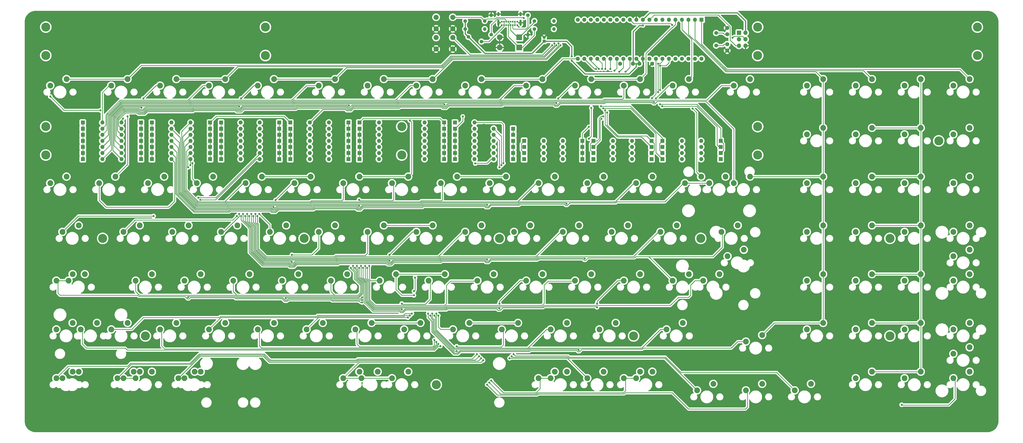
<source format=gbr>
%TF.GenerationSoftware,KiCad,Pcbnew,(6.0.0)*%
%TF.CreationDate,2022-02-26T22:27:28+01:00*%
%TF.ProjectId,pcb,7063622e-6b69-4636-9164-5f7063625858,rev?*%
%TF.SameCoordinates,Original*%
%TF.FileFunction,Copper,L1,Top*%
%TF.FilePolarity,Positive*%
%FSLAX46Y46*%
G04 Gerber Fmt 4.6, Leading zero omitted, Abs format (unit mm)*
G04 Created by KiCad (PCBNEW (6.0.0)) date 2022-02-26 22:27:28*
%MOMM*%
%LPD*%
G01*
G04 APERTURE LIST*
%TA.AperFunction,ComponentPad*%
%ADD10C,3.500001*%
%TD*%
%TA.AperFunction,ComponentPad*%
%ADD11C,2.000000*%
%TD*%
%TA.AperFunction,ComponentPad*%
%ADD12C,1.400000*%
%TD*%
%TA.AperFunction,ComponentPad*%
%ADD13C,2.250000*%
%TD*%
%TA.AperFunction,ComponentPad*%
%ADD14R,1.600000X1.600000*%
%TD*%
%TA.AperFunction,ComponentPad*%
%ADD15O,1.600000X1.600000*%
%TD*%
%TA.AperFunction,ComponentPad*%
%ADD16O,1.400000X1.400000*%
%TD*%
%TA.AperFunction,ComponentPad*%
%ADD17C,1.500000*%
%TD*%
%TA.AperFunction,ComponentPad*%
%ADD18R,1.700000X1.700000*%
%TD*%
%TA.AperFunction,ComponentPad*%
%ADD19O,1.700000X1.700000*%
%TD*%
%TA.AperFunction,ComponentPad*%
%ADD20C,1.600000*%
%TD*%
%TA.AperFunction,ComponentPad*%
%ADD21R,2.200000X2.200000*%
%TD*%
%TA.AperFunction,ComponentPad*%
%ADD22O,2.200000X2.200000*%
%TD*%
%TA.AperFunction,ComponentPad*%
%ADD23C,0.700000*%
%TD*%
%TA.AperFunction,ComponentPad*%
%ADD24O,0.900000X1.700000*%
%TD*%
%TA.AperFunction,ComponentPad*%
%ADD25O,0.900000X2.400000*%
%TD*%
%TA.AperFunction,ComponentPad*%
%ADD26R,1.200000X1.200000*%
%TD*%
%TA.AperFunction,ComponentPad*%
%ADD27C,1.200000*%
%TD*%
%TA.AperFunction,ViaPad*%
%ADD28C,0.800000*%
%TD*%
%TA.AperFunction,Conductor*%
%ADD29C,0.250000*%
%TD*%
%TA.AperFunction,Conductor*%
%ADD30C,0.400000*%
%TD*%
G04 APERTURE END LIST*
D10*
%TO.P,MH2,1*%
%TO.N,N/C*%
X436562500Y-254000000D03*
%TD*%
%TO.P,MH2,1*%
%TO.N,N/C*%
X336550000Y-254000000D03*
%TD*%
%TO.P,MH2,1*%
%TO.N,N/C*%
X259556250Y-273050000D03*
%TD*%
%TO.P,MH2,1*%
%TO.N,N/C*%
X436562500Y-215900000D03*
%TD*%
%TO.P,MH2,1*%
%TO.N,N/C*%
X455612500Y-177800000D03*
%TD*%
%TO.P,MH2,1*%
%TO.N,N/C*%
X362743750Y-215900000D03*
%TD*%
%TO.P,MH2,1*%
%TO.N,N/C*%
X284162500Y-215900000D03*
%TD*%
%TO.P,MH2,1*%
%TO.N,N/C*%
X207962500Y-215900000D03*
%TD*%
%TO.P,MH2,1*%
%TO.N,N/C*%
X146050000Y-254000000D03*
%TD*%
%TO.P,MH2,1*%
%TO.N,N/C*%
X129381250Y-215900000D03*
%TD*%
%TO.P,MH2,1*%
%TO.N,N/C*%
X470693750Y-133350000D03*
%TD*%
%TO.P,MH2,1*%
%TO.N,N/C*%
X470693750Y-144462500D03*
%TD*%
%TO.P,MH2,1*%
%TO.N,N/C*%
X192881250Y-133350000D03*
%TD*%
%TO.P,MH2,1*%
%TO.N,N/C*%
X192881250Y-144462500D03*
%TD*%
%TO.P,MH2,1*%
%TO.N,N/C*%
X384968750Y-144462500D03*
%TD*%
%TO.P,MH2,1*%
%TO.N,N/C*%
X384968750Y-133350000D03*
%TD*%
%TO.P,MH2,1*%
%TO.N,N/C*%
X107156250Y-133350000D03*
%TD*%
%TO.P,MH2,1*%
%TO.N,N/C*%
X107156250Y-144462500D03*
%TD*%
D11*
%TO.P,SW124,2,2*%
%TO.N,RESET*%
X259481250Y-129512500D03*
X265981250Y-129512500D03*
%TO.P,SW124,1,1*%
%TO.N,GND*%
X259481250Y-134012500D03*
X265981250Y-134012500D03*
%TD*%
D12*
%TO.P,F1,2*%
%TO.N,VCC*%
X272087500Y-137212500D03*
%TO.P,F1,1*%
%TO.N,Net-(F1-Pad1)*%
X277187500Y-139012500D03*
%TD*%
D13*
%TO.P,SW13,1,1*%
%TO.N,Net-(D13-Pad2)*%
X351790000Y-156210000D03*
%TO.P,SW13,2,2*%
%TO.N,COL6*%
X358140000Y-153670000D03*
%TD*%
D14*
%TO.P,D106,1,K*%
%TO.N,ROW11*%
X266858750Y-170656250D03*
D15*
%TO.P,D106,2,A*%
%TO.N,Net-(D106-Pad2)*%
X274478750Y-170656250D03*
%TD*%
D14*
%TO.P,D104,1,K*%
%TO.N,ROW11*%
X289560000Y-182562500D03*
D15*
%TO.P,D104,2,A*%
%TO.N,Net-(D104-Pad2)*%
X281940000Y-182562500D03*
%TD*%
D13*
%TO.P,SW22,1,1*%
%TO.N,Net-(D22-Pad2)*%
X461327500Y-175260000D03*
%TO.P,SW22,2,2*%
%TO.N,COL9*%
X467677500Y-172720000D03*
%TD*%
%TO.P,SW106,1,1*%
%TO.N,Net-(D99-Pad2)*%
X299402500Y-270510000D03*
%TO.P,SW106,2,2*%
%TO.N,COL5*%
X305752500Y-267970000D03*
%TD*%
%TO.P,SW122,1,1*%
%TO.N,Net-(D98-Pad2)*%
X242252500Y-270510000D03*
%TO.P,SW122,2,2*%
%TO.N,COL3*%
X248602500Y-267970000D03*
%TD*%
D14*
%TO.P,D14,1,K*%
%TO.N,ROW0*%
X121602500Y-184943750D03*
D15*
%TO.P,D14,2,A*%
%TO.N,Net-(D14-Pad2)*%
X129222500Y-184943750D03*
%TD*%
D14*
%TO.P,D79,1,K*%
%TO.N,ROW10*%
X262572500Y-182562500D03*
D15*
%TO.P,D79,2,A*%
%TO.N,Net-(D79-Pad2)*%
X254952500Y-182562500D03*
%TD*%
D14*
%TO.P,D75,1,K*%
%TO.N,ROW7*%
X347821250Y-180181250D03*
D15*
%TO.P,D75,2,A*%
%TO.N,Net-(D75-Pad2)*%
X355441250Y-180181250D03*
%TD*%
D14*
%TO.P,D62,1,K*%
%TO.N,ROW8*%
X225266250Y-182562500D03*
D15*
%TO.P,D62,2,A*%
%TO.N,Net-(D62-Pad2)*%
X217646250Y-182562500D03*
%TD*%
D13*
%TO.P,SW48,1,1*%
%TO.N,Net-(D47-Pad2)*%
X213677500Y-213360000D03*
%TO.P,SW48,2,2*%
%TO.N,COL2*%
X220027500Y-210820000D03*
%TD*%
D10*
%TO.P,MH2,1*%
%TO.N,N/C*%
X246062500Y-183356250D03*
%TD*%
D14*
%TO.P,D30,1,K*%
%TO.N,ROW3*%
X148590000Y-175418750D03*
D15*
%TO.P,D30,2,A*%
%TO.N,Net-(D30-Pad2)*%
X156210000Y-175418750D03*
%TD*%
D14*
%TO.P,D22,1,K*%
%TO.N,ROW2*%
X316547500Y-184943750D03*
D15*
%TO.P,D22,2,A*%
%TO.N,Net-(D22-Pad2)*%
X308927500Y-184943750D03*
%TD*%
D14*
%TO.P,D31,1,K*%
%TO.N,ROW4*%
X171291250Y-175418750D03*
D15*
%TO.P,D31,2,A*%
%TO.N,Net-(D31-Pad2)*%
X163671250Y-175418750D03*
%TD*%
D10*
%TO.P,MH2,1*%
%TO.N,N/C*%
X107156250Y-183356250D03*
%TD*%
D13*
%TO.P,SW82,1,1*%
%TO.N,Net-(D77-Pad2)*%
X120808750Y-251460000D03*
%TO.P,SW82,2,2*%
%TO.N,COL0*%
X127158750Y-248920000D03*
%TD*%
%TO.P,SW47,1,1*%
%TO.N,Net-(D46-Pad2)*%
X194627500Y-213360000D03*
%TO.P,SW47,2,2*%
%TO.N,COL2*%
X200977500Y-210820000D03*
%TD*%
D12*
%TO.P,R5,1*%
%TO.N,Net-(D109-Pad1)*%
X297815000Y-130968750D03*
D16*
%TO.P,R5,2*%
%TO.N,D+*%
X305435000Y-130968750D03*
%TD*%
D13*
%TO.P,SW49,1,1*%
%TO.N,Net-(D48-Pad2)*%
X232727500Y-213360000D03*
%TO.P,SW49,2,2*%
%TO.N,COL3*%
X239077500Y-210820000D03*
%TD*%
D10*
%TO.P,MH2,1*%
%TO.N,N/C*%
X384968750Y-172243750D03*
%TD*%
D14*
%TO.P,D102,1,K*%
%TO.N,ROW11*%
X289560000Y-180181250D03*
D15*
%TO.P,D102,2,A*%
%TO.N,Net-(D102-Pad2)*%
X281940000Y-180181250D03*
%TD*%
D13*
%TO.P,SW108,1,1*%
%TO.N,Net-(D101-Pad2)*%
X337502500Y-270510000D03*
%TO.P,SW108,2,2*%
%TO.N,COL6*%
X343852500Y-267970000D03*
%TD*%
%TO.P,SW7,1,1*%
%TO.N,Net-(D7-Pad2)*%
X232727500Y-156210000D03*
%TO.P,SW7,2,2*%
%TO.N,COL3*%
X239077500Y-153670000D03*
%TD*%
%TO.P,SW102,1,1*%
%TO.N,Net-(D95-Pad2)*%
X111283750Y-270510000D03*
%TO.P,SW102,2,2*%
%TO.N,COL0*%
X117633750Y-267970000D03*
%TD*%
D14*
%TO.P,D72,1,K*%
%TO.N,ROW8*%
X225266250Y-170656250D03*
D15*
%TO.P,D72,2,A*%
%TO.N,Net-(D72-Pad2)*%
X217646250Y-170656250D03*
%TD*%
D14*
%TO.P,D27,1,K*%
%TO.N,ROW4*%
X171291250Y-180181250D03*
D15*
%TO.P,D27,2,A*%
%TO.N,Net-(D27-Pad2)*%
X163671250Y-180181250D03*
%TD*%
D14*
%TO.P,D1,1,K*%
%TO.N,ROW1*%
X144303750Y-170656250D03*
D15*
%TO.P,D1,2,A*%
%TO.N,Net-(D1-Pad2)*%
X136683750Y-170656250D03*
%TD*%
D13*
%TO.P,SW58,1,1*%
%TO.N,Net-(D57-Pad2)*%
X423227500Y-213360000D03*
%TO.P,SW58,2,2*%
%TO.N,COL8*%
X429577500Y-210820000D03*
%TD*%
D14*
%TO.P,D84,1,K*%
%TO.N,ROW9*%
X229552500Y-184943750D03*
D15*
%TO.P,D84,2,A*%
%TO.N,Net-(D84-Pad2)*%
X237172500Y-184943750D03*
%TD*%
D13*
%TO.P,SW113,1,1*%
%TO.N,Net-(D106-Pad2)*%
X442277500Y-270510000D03*
%TO.P,SW113,2,2*%
%TO.N,COL8*%
X448627500Y-267970000D03*
%TD*%
D14*
%TO.P,D107,1,K*%
%TO.N,ROW12*%
X289560000Y-173037500D03*
D15*
%TO.P,D107,2,A*%
%TO.N,Net-(D107-Pad2)*%
X281940000Y-173037500D03*
%TD*%
D13*
%TO.P,SW61,1,1*%
%TO.N,Net-(D59-Pad2)*%
X461327500Y-222885000D03*
%TO.P,SW61,2,2*%
%TO.N,COL9*%
X467677500Y-220345000D03*
%TD*%
%TO.P,SW5,1,1*%
%TO.N,Net-(D5-Pad2)*%
X189865000Y-156210000D03*
%TO.P,SW5,2,2*%
%TO.N,COL2*%
X196215000Y-153670000D03*
%TD*%
D14*
%TO.P,D3,1,K*%
%TO.N,ROW1*%
X144303750Y-184943750D03*
D15*
%TO.P,D3,2,A*%
%TO.N,Net-(D3-Pad2)*%
X136683750Y-184943750D03*
%TD*%
D13*
%TO.P,SW111,1,1*%
%TO.N,Net-(D104-Pad2)*%
X399415000Y-275272500D03*
%TO.P,SW111,2,2*%
%TO.N,COL7*%
X405765000Y-272732500D03*
%TD*%
D14*
%TO.P,D32,1,K*%
%TO.N,ROW3*%
X148590000Y-177800000D03*
D15*
%TO.P,D32,2,A*%
%TO.N,Net-(D32-Pad2)*%
X156210000Y-177800000D03*
%TD*%
D13*
%TO.P,SW38,1,1*%
%TO.N,Net-(D37-Pad2)*%
X375602500Y-194310000D03*
%TO.P,SW38,2,2*%
%TO.N,COL7*%
X381952500Y-191770000D03*
%TD*%
%TO.P,SW87,1,1*%
%TO.N,Net-(D82-Pad2)*%
X208915000Y-251460000D03*
%TO.P,SW87,2,2*%
%TO.N,COL2*%
X215265000Y-248920000D03*
%TD*%
%TO.P,SW78,1,1*%
%TO.N,Net-(D75-Pad2)*%
X442277500Y-232410000D03*
%TO.P,SW78,2,2*%
%TO.N,COL8*%
X448627500Y-229870000D03*
%TD*%
%TO.P,SW97,1,1*%
%TO.N,Net-(D92-Pad2)*%
X423227500Y-251460000D03*
%TO.P,SW97,2,2*%
%TO.N,COL8*%
X429577500Y-248920000D03*
%TD*%
D12*
%TO.P,R3,1*%
%TO.N,Net-(J1-PadB5)*%
X280987500Y-136366250D03*
D16*
%TO.P,R3,2*%
%TO.N,GND*%
X280987500Y-128746250D03*
%TD*%
D14*
%TO.P,D57,1,K*%
%TO.N,ROW6*%
X343535000Y-180181250D03*
D15*
%TO.P,D57,2,A*%
%TO.N,Net-(D57-Pad2)*%
X335915000Y-180181250D03*
%TD*%
D14*
%TO.P,D103,1,K*%
%TO.N,ROW12*%
X266858750Y-177800000D03*
D15*
%TO.P,D103,2,A*%
%TO.N,Net-(D103-Pad2)*%
X274478750Y-177800000D03*
%TD*%
D17*
%TO.P,Y1,1,1*%
%TO.N,Net-(C4-Pad2)*%
X368756250Y-140562500D03*
%TO.P,Y1,2,2*%
%TO.N,Net-(C5-Pad2)*%
X368756250Y-135682500D03*
%TD*%
D13*
%TO.P,SW32,1,1*%
%TO.N,Net-(D31-Pad2)*%
X261302500Y-194310000D03*
%TO.P,SW32,2,2*%
%TO.N,COL4*%
X267652500Y-191770000D03*
%TD*%
%TO.P,SW86,1,1*%
%TO.N,Net-(D81-Pad2)*%
X189865000Y-251460000D03*
%TO.P,SW86,2,2*%
%TO.N,COL2*%
X196215000Y-248920000D03*
%TD*%
D14*
%TO.P,D91,1,K*%
%TO.N,ROW9*%
X370522500Y-177800000D03*
D15*
%TO.P,D91,2,A*%
%TO.N,Net-(D91-Pad2)*%
X362902500Y-177800000D03*
%TD*%
D13*
%TO.P,SW34,1,1*%
%TO.N,Net-(D33-Pad2)*%
X299402500Y-194310000D03*
%TO.P,SW34,2,2*%
%TO.N,COL5*%
X305752500Y-191770000D03*
%TD*%
%TO.P,SW52,1,1*%
%TO.N,Net-(D51-Pad2)*%
X289877500Y-213360000D03*
%TO.P,SW52,2,2*%
%TO.N,COL4*%
X296227500Y-210820000D03*
%TD*%
%TO.P,SW54,1,1*%
%TO.N,Net-(D53-Pad2)*%
X327977500Y-213360000D03*
%TO.P,SW54,2,2*%
%TO.N,COL5*%
X334327500Y-210820000D03*
%TD*%
D14*
%TO.P,D82,1,K*%
%TO.N,ROW9*%
X229552500Y-182562500D03*
D15*
%TO.P,D82,2,A*%
%TO.N,Net-(D82-Pad2)*%
X237172500Y-182562500D03*
%TD*%
D13*
%TO.P,SW20,1,1*%
%TO.N,Net-(D20-Pad2)*%
X423227500Y-175260000D03*
%TO.P,SW20,2,2*%
%TO.N,COL8*%
X429577500Y-172720000D03*
%TD*%
%TO.P,SW15,1,1*%
%TO.N,Net-(D15-Pad2)*%
X404177500Y-156210000D03*
%TO.P,SW15,2,2*%
%TO.N,COL7*%
X410527500Y-153670000D03*
%TD*%
D14*
%TO.P,D12,1,K*%
%TO.N,ROW0*%
X121602500Y-182562500D03*
D15*
%TO.P,D12,2,A*%
%TO.N,Net-(D12-Pad2)*%
X129222500Y-182562500D03*
%TD*%
D13*
%TO.P,SW37,1,1*%
%TO.N,Net-(D36-Pad2)*%
X366077500Y-194310000D03*
%TO.P,SW37,2,2*%
%TO.N,COL6*%
X372427500Y-191770000D03*
%TD*%
D14*
%TO.P,D93,1,K*%
%TO.N,ROW9*%
X370522500Y-182562500D03*
D15*
%TO.P,D93,2,A*%
%TO.N,Net-(D93-Pad2)*%
X362902500Y-182562500D03*
%TD*%
D13*
%TO.P,SW3,1,1*%
%TO.N,Net-(D3-Pad2)*%
X151765000Y-156210000D03*
%TO.P,SW3,2,2*%
%TO.N,COL1*%
X158115000Y-153670000D03*
%TD*%
D14*
%TO.P,D63,1,K*%
%TO.N,ROW7*%
X202565000Y-182562500D03*
D15*
%TO.P,D63,2,A*%
%TO.N,Net-(D63-Pad2)*%
X210185000Y-182562500D03*
%TD*%
D14*
%TO.P,D86,1,K*%
%TO.N,ROW9*%
X229552500Y-173037500D03*
D15*
%TO.P,D86,2,A*%
%TO.N,Net-(D86-Pad2)*%
X237172500Y-173037500D03*
%TD*%
D13*
%TO.P,SW30,1,1*%
%TO.N,Net-(D29-Pad2)*%
X223202500Y-194310000D03*
%TO.P,SW30,2,2*%
%TO.N,COL3*%
X229552500Y-191770000D03*
%TD*%
D14*
%TO.P,D36,1,K*%
%TO.N,ROW3*%
X148590000Y-182562500D03*
D15*
%TO.P,D36,2,A*%
%TO.N,Net-(D36-Pad2)*%
X156210000Y-182562500D03*
%TD*%
D13*
%TO.P,SW31,1,1*%
%TO.N,Net-(D30-Pad2)*%
X242252500Y-194310000D03*
%TO.P,SW31,2,2*%
%TO.N,COL3*%
X248602500Y-191770000D03*
%TD*%
D14*
%TO.P,D8,1,K*%
%TO.N,ROW0*%
X121602500Y-177800000D03*
D15*
%TO.P,D8,2,A*%
%TO.N,Net-(D8-Pad2)*%
X129222500Y-177800000D03*
%TD*%
D13*
%TO.P,SW69,1,1*%
%TO.N,Net-(D66-Pad2)*%
X237490000Y-232410000D03*
%TO.P,SW69,2,2*%
%TO.N,COL3*%
X243840000Y-229870000D03*
%TD*%
D14*
%TO.P,D21,1,K*%
%TO.N,ROW2*%
X316547500Y-182562500D03*
D15*
%TO.P,D21,2,A*%
%TO.N,Net-(D21-Pad2)*%
X308927500Y-182562500D03*
%TD*%
D14*
%TO.P,D80,1,K*%
%TO.N,ROW9*%
X229552500Y-180181250D03*
D15*
%TO.P,D80,2,A*%
%TO.N,Net-(D80-Pad2)*%
X237172500Y-180181250D03*
%TD*%
D14*
%TO.P,D78,1,K*%
%TO.N,ROW9*%
X229552500Y-177800000D03*
D15*
%TO.P,D78,2,A*%
%TO.N,Net-(D78-Pad2)*%
X237172500Y-177800000D03*
%TD*%
D13*
%TO.P,SW94,1,1*%
%TO.N,Net-(D89-Pad2)*%
X349408750Y-251460000D03*
%TO.P,SW94,2,2*%
%TO.N,COL6*%
X355758750Y-248920000D03*
%TD*%
%TO.P,SW11,1,1*%
%TO.N,Net-(D11-Pad2)*%
X313690000Y-156210000D03*
%TO.P,SW11,2,2*%
%TO.N,COL5*%
X320040000Y-153670000D03*
%TD*%
%TO.P,SW107,1,1*%
%TO.N,Net-(D100-Pad2)*%
X318452500Y-270510000D03*
%TO.P,SW107,2,2*%
%TO.N,COL5*%
X324802500Y-267970000D03*
%TD*%
D14*
%TO.P,D96,1,K*%
%TO.N,ROW11*%
X289560000Y-184943750D03*
D15*
%TO.P,D96,2,A*%
%TO.N,Net-(D96-Pad2)*%
X281940000Y-184943750D03*
%TD*%
D13*
%TO.P,SW116,1,1*%
%TO.N,Net-(D96-Pad2)*%
X137477500Y-270510000D03*
%TO.P,SW116,2,2*%
%TO.N,COL0*%
X143827500Y-267970000D03*
%TD*%
%TO.P,SW95,1,1*%
%TO.N,Net-(D90-Pad2)*%
X380365000Y-256222500D03*
%TO.P,SW95,2,2*%
%TO.N,COL7*%
X386715000Y-253682500D03*
%TD*%
%TO.P,SW51,1,1*%
%TO.N,Net-(D50-Pad2)*%
X270827500Y-213360000D03*
%TO.P,SW51,2,2*%
%TO.N,COL4*%
X277177500Y-210820000D03*
%TD*%
%TO.P,SW45,1,1*%
%TO.N,Net-(D44-Pad2)*%
X156527500Y-213360000D03*
%TO.P,SW45,2,2*%
%TO.N,COL1*%
X162877500Y-210820000D03*
%TD*%
D14*
%TO.P,D73,1,K*%
%TO.N,ROW7*%
X347821250Y-184943750D03*
D15*
%TO.P,D73,2,A*%
%TO.N,Net-(D73-Pad2)*%
X355441250Y-184943750D03*
%TD*%
D13*
%TO.P,SW14,1,1*%
%TO.N,Net-(D14-Pad2)*%
X375602500Y-156210000D03*
%TO.P,SW14,2,2*%
%TO.N,COL6*%
X381952500Y-153670000D03*
%TD*%
D14*
%TO.P,D88,1,K*%
%TO.N,ROW9*%
X229552500Y-175418750D03*
D15*
%TO.P,D88,2,A*%
%TO.N,Net-(D88-Pad2)*%
X237172500Y-175418750D03*
%TD*%
D13*
%TO.P,SW35,1,1*%
%TO.N,Net-(D34-Pad2)*%
X318452500Y-194310000D03*
%TO.P,SW35,2,2*%
%TO.N,COL5*%
X324802500Y-191770000D03*
%TD*%
%TO.P,SW41,1,1*%
%TO.N,Net-(D40-Pad2)*%
X442277500Y-194310000D03*
%TO.P,SW41,2,2*%
%TO.N,COL8*%
X448627500Y-191770000D03*
%TD*%
D14*
%TO.P,D50,1,K*%
%TO.N,ROW6*%
X198278750Y-175418750D03*
D15*
%TO.P,D50,2,A*%
%TO.N,Net-(D50-Pad2)*%
X190658750Y-175418750D03*
%TD*%
D13*
%TO.P,SW39,1,1*%
%TO.N,Net-(D38-Pad2)*%
X404177500Y-194310000D03*
%TO.P,SW39,2,2*%
%TO.N,COL7*%
X410527500Y-191770000D03*
%TD*%
D18*
%TO.P,J2,1,MISO*%
%TO.N,MISO*%
X377656250Y-135587500D03*
D19*
%TO.P,J2,2,VCC*%
%TO.N,VCC*%
X380196250Y-135587500D03*
%TO.P,J2,3,SCK*%
%TO.N,SCK*%
X377656250Y-138127500D03*
%TO.P,J2,4,MOSI*%
%TO.N,MOSI*%
X380196250Y-138127500D03*
%TO.P,J2,5,~{RST}*%
%TO.N,RESET*%
X377656250Y-140667500D03*
%TO.P,J2,6,GND*%
%TO.N,GND*%
X380196250Y-140667500D03*
%TD*%
D13*
%TO.P,SW85,1,1*%
%TO.N,Net-(D80-Pad2)*%
X170815000Y-251460000D03*
%TO.P,SW85,2,2*%
%TO.N,COL1*%
X177165000Y-248920000D03*
%TD*%
D14*
%TO.P,D83,1,K*%
%TO.N,ROW10*%
X262572500Y-177800000D03*
D15*
%TO.P,D83,2,A*%
%TO.N,Net-(D83-Pad2)*%
X254952500Y-177800000D03*
%TD*%
D13*
%TO.P,SW21,1,1*%
%TO.N,Net-(D21-Pad2)*%
X442277500Y-175260000D03*
%TO.P,SW21,2,2*%
%TO.N,COL8*%
X448627500Y-172720000D03*
%TD*%
D14*
%TO.P,D9,1,K*%
%TO.N,ROW1*%
X144303750Y-177800000D03*
D15*
%TO.P,D9,2,A*%
%TO.N,Net-(D9-Pad2)*%
X136683750Y-177800000D03*
%TD*%
D13*
%TO.P,SW93,1,1*%
%TO.N,Net-(D88-Pad2)*%
X323215000Y-251460000D03*
%TO.P,SW93,2,2*%
%TO.N,COL5*%
X329565000Y-248920000D03*
%TD*%
%TO.P,SW71,1,1*%
%TO.N,Net-(D68-Pad2)*%
X275590000Y-232410000D03*
%TO.P,SW71,2,2*%
%TO.N,COL4*%
X281940000Y-229870000D03*
%TD*%
D14*
%TO.P,D47,1,K*%
%TO.N,ROW5*%
X175577500Y-170656250D03*
D15*
%TO.P,D47,2,A*%
%TO.N,Net-(D47-Pad2)*%
X183197500Y-170656250D03*
%TD*%
D13*
%TO.P,SW121,1,1*%
%TO.N,Net-(D96-Pad2)*%
X142240000Y-270510000D03*
%TO.P,SW121,2,2*%
%TO.N,COL0*%
X148590000Y-267970000D03*
%TD*%
%TO.P,SW6,1,1*%
%TO.N,Net-(D6-Pad2)*%
X213677500Y-156210000D03*
%TO.P,SW6,2,2*%
%TO.N,COL2*%
X220027500Y-153670000D03*
%TD*%
%TO.P,SW33,1,1*%
%TO.N,Net-(D32-Pad2)*%
X280352500Y-194310000D03*
%TO.P,SW33,2,2*%
%TO.N,COL4*%
X286702500Y-191770000D03*
%TD*%
D20*
%TO.P,C4,1*%
%TO.N,GND*%
X373062500Y-142537500D03*
%TO.P,C4,2*%
%TO.N,Net-(C4-Pad2)*%
X373062500Y-140037500D03*
%TD*%
D14*
%TO.P,U1,1,PB0*%
%TO.N,COL9*%
X363056250Y-130487500D03*
D15*
%TO.P,U1,2,PB1*%
%TO.N,COL8*%
X360516250Y-130487500D03*
%TO.P,U1,3,PB2*%
%TO.N,COL7*%
X357976250Y-130487500D03*
%TO.P,U1,4,PB3*%
%TO.N,COL6*%
X355436250Y-130487500D03*
%TO.P,U1,5,PB4*%
%TO.N,COL5*%
X352896250Y-130487500D03*
%TO.P,U1,6,PB5*%
%TO.N,MOSI*%
X350356250Y-130487500D03*
%TO.P,U1,7,PB6*%
%TO.N,MISO*%
X347816250Y-130487500D03*
%TO.P,U1,8,PB7*%
%TO.N,SCK*%
X345276250Y-130487500D03*
%TO.P,U1,9,~{RESET}*%
%TO.N,RESET*%
X342736250Y-130487500D03*
%TO.P,U1,10,VCC*%
%TO.N,VCC*%
X340196250Y-130487500D03*
%TO.P,U1,11,GND*%
%TO.N,GND*%
X337656250Y-130487500D03*
%TO.P,U1,12,XTAL2*%
%TO.N,Net-(C5-Pad2)*%
X335116250Y-130487500D03*
%TO.P,U1,13,XTAL1*%
%TO.N,Net-(C4-Pad2)*%
X332576250Y-130487500D03*
%TO.P,U1,14,PD0*%
%TO.N,COL3*%
X330036250Y-130487500D03*
%TO.P,U1,15,PD1*%
%TO.N,COL2*%
X327496250Y-130487500D03*
%TO.P,U1,16,PD2*%
%TO.N,D+*%
X324956250Y-130487500D03*
%TO.P,U1,17,PD3*%
%TO.N,D-*%
X322416250Y-130487500D03*
%TO.P,U1,18,PD4*%
%TO.N,BOOT*%
X319876250Y-130487500D03*
%TO.P,U1,19,PD5*%
%TO.N,COL1*%
X317336250Y-130487500D03*
%TO.P,U1,20,PD6*%
%TO.N,COL0*%
X314796250Y-130487500D03*
%TO.P,U1,21,PD7*%
%TO.N,COL4*%
X314796250Y-145727500D03*
%TO.P,U1,22,PC0*%
%TO.N,ROW8*%
X317336250Y-145727500D03*
%TO.P,U1,23,PC1*%
%TO.N,ROW7*%
X319876250Y-145727500D03*
%TO.P,U1,24,PC2*%
%TO.N,ROW6*%
X322416250Y-145727500D03*
%TO.P,U1,25,PC3*%
%TO.N,ROW5*%
X324956250Y-145727500D03*
%TO.P,U1,26,PC4*%
%TO.N,ROW4*%
X327496250Y-145727500D03*
%TO.P,U1,27,PC5*%
%TO.N,ROW3*%
X330036250Y-145727500D03*
%TO.P,U1,28,PC6*%
%TO.N,ROW1*%
X332576250Y-145727500D03*
%TO.P,U1,29,PC7*%
%TO.N,ROW0*%
X335116250Y-145727500D03*
%TO.P,U1,30,AVCC*%
%TO.N,VCC*%
X337656250Y-145727500D03*
%TO.P,U1,31,GND*%
%TO.N,GND*%
X340196250Y-145727500D03*
%TO.P,U1,32,AREF*%
%TO.N,unconnected-(U1-Pad32)*%
X342736250Y-145727500D03*
%TO.P,U1,33,PA7*%
%TO.N,ROW2*%
X345276250Y-145727500D03*
%TO.P,U1,34,PA6*%
%TO.N,ROW9*%
X347816250Y-145727500D03*
%TO.P,U1,35,PA5*%
%TO.N,ROW10*%
X350356250Y-145727500D03*
%TO.P,U1,36,PA4*%
%TO.N,ROW11*%
X352896250Y-145727500D03*
%TO.P,U1,37,PA3*%
%TO.N,ROW12*%
X355436250Y-145727500D03*
%TO.P,U1,38,PA2*%
%TO.N,unconnected-(U1-Pad38)*%
X357976250Y-145727500D03*
%TO.P,U1,39,PA1*%
%TO.N,unconnected-(U1-Pad39)*%
X360516250Y-145727500D03*
%TO.P,U1,40,PA0*%
%TO.N,unconnected-(U1-Pad40)*%
X363056250Y-145727500D03*
%TD*%
D13*
%TO.P,SW88,1,1*%
%TO.N,Net-(D83-Pad2)*%
X227965000Y-251460000D03*
%TO.P,SW88,2,2*%
%TO.N,COL3*%
X234315000Y-248920000D03*
%TD*%
D14*
%TO.P,D74,1,K*%
%TO.N,ROW8*%
X347821250Y-182562500D03*
D15*
%TO.P,D74,2,A*%
%TO.N,Net-(D74-Pad2)*%
X355441250Y-182562500D03*
%TD*%
D14*
%TO.P,D4,1,K*%
%TO.N,ROW0*%
X121602500Y-173037500D03*
D15*
%TO.P,D4,2,A*%
%TO.N,Net-(D4-Pad2)*%
X129222500Y-173037500D03*
%TD*%
D13*
%TO.P,SW120,1,1*%
%TO.N,Net-(D101-Pad2)*%
X332740000Y-270510000D03*
%TO.P,SW120,2,2*%
%TO.N,COL6*%
X339090000Y-267970000D03*
%TD*%
%TO.P,SW105,1,1*%
%TO.N,Net-(D98-Pad2)*%
X230346250Y-270510000D03*
%TO.P,SW105,2,2*%
%TO.N,COL3*%
X236696250Y-267970000D03*
%TD*%
%TO.P,SW64,1,1*%
%TO.N,Net-(D61-Pad2)*%
X142240000Y-232410000D03*
%TO.P,SW64,2,2*%
%TO.N,COL0*%
X148590000Y-229870000D03*
%TD*%
%TO.P,SW70,1,1*%
%TO.N,Net-(D67-Pad2)*%
X256540000Y-232410000D03*
%TO.P,SW70,2,2*%
%TO.N,COL3*%
X262890000Y-229870000D03*
%TD*%
D14*
%TO.P,D100,1,K*%
%TO.N,ROW11*%
X289560000Y-177800000D03*
D15*
%TO.P,D100,2,A*%
%TO.N,Net-(D100-Pad2)*%
X281940000Y-177800000D03*
%TD*%
D14*
%TO.P,D65,1,K*%
%TO.N,ROW7*%
X202565000Y-184943750D03*
D15*
%TO.P,D65,2,A*%
%TO.N,Net-(D65-Pad2)*%
X210185000Y-184943750D03*
%TD*%
D13*
%TO.P,SW59,1,1*%
%TO.N,Net-(D58-Pad2)*%
X442277500Y-213360000D03*
%TO.P,SW59,2,2*%
%TO.N,COL8*%
X448627500Y-210820000D03*
%TD*%
%TO.P,SW8,1,1*%
%TO.N,Net-(D8-Pad2)*%
X251777500Y-156210000D03*
%TO.P,SW8,2,2*%
%TO.N,COL3*%
X258127500Y-153670000D03*
%TD*%
%TO.P,SW68,1,1*%
%TO.N,Net-(D65-Pad2)*%
X218440000Y-232410000D03*
%TO.P,SW68,2,2*%
%TO.N,COL2*%
X224790000Y-229870000D03*
%TD*%
D14*
%TO.P,D70,1,K*%
%TO.N,ROW8*%
X225266250Y-173037500D03*
D15*
%TO.P,D70,2,A*%
%TO.N,Net-(D70-Pad2)*%
X217646250Y-173037500D03*
%TD*%
D13*
%TO.P,SW73,1,1*%
%TO.N,Net-(D70-Pad2)*%
X313690000Y-232410000D03*
%TO.P,SW73,2,2*%
%TO.N,COL5*%
X320040000Y-229870000D03*
%TD*%
D21*
%TO.P,D109,1,K*%
%TO.N,Net-(D109-Pad1)*%
X291941250Y-137318750D03*
D22*
%TO.P,D109,2,A*%
%TO.N,GND*%
X284321250Y-137318750D03*
%TD*%
D13*
%TO.P,SW110,1,1*%
%TO.N,Net-(D103-Pad2)*%
X380365000Y-275272500D03*
%TO.P,SW110,2,2*%
%TO.N,COL7*%
X386715000Y-272732500D03*
%TD*%
D12*
%TO.P,R4,1*%
%TO.N,Net-(D108-Pad1)*%
X297815000Y-134143750D03*
D16*
%TO.P,R4,2*%
%TO.N,D-*%
X305435000Y-134143750D03*
%TD*%
D14*
%TO.P,D28,1,K*%
%TO.N,ROW3*%
X148590000Y-173037500D03*
D15*
%TO.P,D28,2,A*%
%TO.N,Net-(D28-Pad2)*%
X156210000Y-173037500D03*
%TD*%
D13*
%TO.P,SW119,1,1*%
%TO.N,Net-(D99-Pad2)*%
X304165000Y-270510000D03*
%TO.P,SW119,2,2*%
%TO.N,COL5*%
X310515000Y-267970000D03*
%TD*%
%TO.P,SW66,1,1*%
%TO.N,Net-(D63-Pad2)*%
X180340000Y-232410000D03*
%TO.P,SW66,2,2*%
%TO.N,COL1*%
X186690000Y-229870000D03*
%TD*%
D14*
%TO.P,D71,1,K*%
%TO.N,ROW7*%
X202565000Y-177800000D03*
D15*
%TO.P,D71,2,A*%
%TO.N,Net-(D71-Pad2)*%
X210185000Y-177800000D03*
%TD*%
D13*
%TO.P,SW53,1,1*%
%TO.N,Net-(D52-Pad2)*%
X308927500Y-213360000D03*
%TO.P,SW53,2,2*%
%TO.N,COL5*%
X315277500Y-210820000D03*
%TD*%
%TO.P,SW80,1,1*%
%TO.N,Net-(D60-Pad2)*%
X111283750Y-232410000D03*
%TO.P,SW80,2,2*%
%TO.N,COL0*%
X117633750Y-229870000D03*
%TD*%
D20*
%TO.P,C3,2*%
%TO.N,GND*%
X331308129Y-147637500D03*
%TO.P,C3,1*%
%TO.N,VCC*%
X336308129Y-147637500D03*
%TD*%
D13*
%TO.P,SW42,1,1*%
%TO.N,Net-(D41-Pad2)*%
X461327500Y-194310000D03*
%TO.P,SW42,2,2*%
%TO.N,COL9*%
X467677500Y-191770000D03*
%TD*%
D14*
%TO.P,D77,1,K*%
%TO.N,ROW10*%
X262572500Y-184943750D03*
D15*
%TO.P,D77,2,A*%
%TO.N,Net-(D77-Pad2)*%
X254952500Y-184943750D03*
%TD*%
D13*
%TO.P,SW18,1,1*%
%TO.N,Net-(D18-Pad2)*%
X461327500Y-156210000D03*
%TO.P,SW18,2,2*%
%TO.N,COL9*%
X467677500Y-153670000D03*
%TD*%
D14*
%TO.P,D40,1,K*%
%TO.N,ROW3*%
X320833750Y-180181250D03*
D15*
%TO.P,D40,2,A*%
%TO.N,Net-(D40-Pad2)*%
X328453750Y-180181250D03*
%TD*%
D13*
%TO.P,SW98,1,1*%
%TO.N,Net-(D93-Pad2)*%
X442277500Y-251460000D03*
%TO.P,SW98,2,2*%
%TO.N,COL8*%
X448627500Y-248920000D03*
%TD*%
D23*
%TO.P,J1,A1,GND*%
%TO.N,GND*%
X291106250Y-132612500D03*
%TO.P,J1,A4,VBUS*%
%TO.N,Net-(F1-Pad1)*%
X290256250Y-132612500D03*
%TO.P,J1,A5,CC1*%
%TO.N,Net-(J1-PadA5)*%
X289406250Y-132612500D03*
%TO.P,J1,A6,D+*%
%TO.N,Net-(D109-Pad1)*%
X288556250Y-132612500D03*
%TO.P,J1,A7,D-*%
%TO.N,Net-(D108-Pad1)*%
X287706250Y-132612500D03*
%TO.P,J1,A8,SBU1*%
%TO.N,unconnected-(J1-PadA8)*%
X286856250Y-132612500D03*
%TO.P,J1,A9,VBUS*%
%TO.N,Net-(F1-Pad1)*%
X286006250Y-132612500D03*
%TO.P,J1,A12,GND*%
%TO.N,GND*%
X285156250Y-132612500D03*
%TO.P,J1,B1,GND*%
X285156250Y-131262500D03*
%TO.P,J1,B4,VBUS*%
%TO.N,Net-(F1-Pad1)*%
X286006250Y-131262500D03*
%TO.P,J1,B5,CC2*%
%TO.N,Net-(J1-PadB5)*%
X286856250Y-131262500D03*
%TO.P,J1,B6,D+*%
%TO.N,Net-(D109-Pad1)*%
X287706250Y-131262500D03*
%TO.P,J1,B7,D-*%
%TO.N,Net-(D108-Pad1)*%
X288556250Y-131262500D03*
%TO.P,J1,B8,SBU2*%
%TO.N,unconnected-(J1-PadB8)*%
X289406250Y-131262500D03*
%TO.P,J1,B9,VBUS*%
%TO.N,Net-(F1-Pad1)*%
X290256250Y-131262500D03*
%TO.P,J1,B12,GND*%
%TO.N,GND*%
X291106250Y-131262500D03*
D24*
%TO.P,J1,S1,SHIELD*%
X283806250Y-128252500D03*
D25*
X283806250Y-131632500D03*
X292456250Y-131632500D03*
D24*
X292456250Y-128252500D03*
%TD*%
D13*
%TO.P,SW77,1,1*%
%TO.N,Net-(D74-Pad2)*%
X423227500Y-232410000D03*
%TO.P,SW77,2,2*%
%TO.N,COL8*%
X429577500Y-229870000D03*
%TD*%
%TO.P,SW76,1,1*%
%TO.N,Net-(D73-Pad2)*%
X404177500Y-232410000D03*
%TO.P,SW76,2,2*%
%TO.N,COL7*%
X410527500Y-229870000D03*
%TD*%
D14*
%TO.P,D5,1,K*%
%TO.N,ROW1*%
X144303750Y-182562500D03*
D15*
%TO.P,D5,2,A*%
%TO.N,Net-(D5-Pad2)*%
X136683750Y-182562500D03*
%TD*%
D13*
%TO.P,SW81,1,1*%
%TO.N,Net-(D55-Pad2)*%
X351790000Y-232410000D03*
%TO.P,SW81,2,2*%
%TO.N,COL6*%
X358140000Y-229870000D03*
%TD*%
D10*
%TO.P,MH2,1*%
%TO.N,N/C*%
X384968750Y-183356250D03*
%TD*%
D13*
%TO.P,SW103,1,1*%
%TO.N,Net-(D96-Pad2)*%
X135096250Y-270510000D03*
%TO.P,SW103,2,2*%
%TO.N,COL0*%
X141446250Y-267970000D03*
%TD*%
D14*
%TO.P,D48,1,K*%
%TO.N,ROW6*%
X198278750Y-177800000D03*
D15*
%TO.P,D48,2,A*%
%TO.N,Net-(D48-Pad2)*%
X190658750Y-177800000D03*
%TD*%
D10*
%TO.P,MH2,1*%
%TO.N,N/C*%
X107156250Y-172243750D03*
%TD*%
D13*
%TO.P,SW27,1,1*%
%TO.N,Net-(D26-Pad2)*%
X166052500Y-194310000D03*
%TO.P,SW27,2,2*%
%TO.N,COL1*%
X172402500Y-191770000D03*
%TD*%
%TO.P,SW60,1,1*%
%TO.N,Net-(D59-Pad2)*%
X461327500Y-213360000D03*
%TO.P,SW60,2,2*%
%TO.N,COL9*%
X467677500Y-210820000D03*
%TD*%
D14*
%TO.P,D6,1,K*%
%TO.N,ROW0*%
X121602500Y-175418750D03*
D15*
%TO.P,D6,2,A*%
%TO.N,Net-(D6-Pad2)*%
X129222500Y-175418750D03*
%TD*%
D14*
%TO.P,D25,1,K*%
%TO.N,ROW4*%
X171291250Y-182562500D03*
D15*
%TO.P,D25,2,A*%
%TO.N,Net-(D25-Pad2)*%
X163671250Y-182562500D03*
%TD*%
D14*
%TO.P,D26,1,K*%
%TO.N,ROW3*%
X148590000Y-170656250D03*
D15*
%TO.P,D26,2,A*%
%TO.N,Net-(D26-Pad2)*%
X156210000Y-170656250D03*
%TD*%
D13*
%TO.P,SW79,1,1*%
%TO.N,Net-(D76-Pad2)*%
X461327500Y-232410000D03*
%TO.P,SW79,2,2*%
%TO.N,COL9*%
X467677500Y-229870000D03*
%TD*%
%TO.P,SW40,1,1*%
%TO.N,Net-(D39-Pad2)*%
X423227500Y-194310000D03*
%TO.P,SW40,2,2*%
%TO.N,COL8*%
X429577500Y-191770000D03*
%TD*%
D14*
%TO.P,D56,1,K*%
%TO.N,ROW5*%
X343535000Y-177800000D03*
D15*
%TO.P,D56,2,A*%
%TO.N,Net-(D56-Pad2)*%
X335915000Y-177800000D03*
%TD*%
D13*
%TO.P,SW92,1,1*%
%TO.N,Net-(D87-Pad2)*%
X304165000Y-251460000D03*
%TO.P,SW92,2,2*%
%TO.N,COL5*%
X310515000Y-248920000D03*
%TD*%
%TO.P,SW83,1,1*%
%TO.N,Net-(D78-Pad2)*%
X132715000Y-251460000D03*
%TO.P,SW83,2,2*%
%TO.N,COL0*%
X139065000Y-248920000D03*
%TD*%
%TO.P,SW36,1,1*%
%TO.N,Net-(D35-Pad2)*%
X337502500Y-194310000D03*
%TO.P,SW36,2,2*%
%TO.N,COL6*%
X343852500Y-191770000D03*
%TD*%
%TO.P,SW1,1,1*%
%TO.N,Net-(D1-Pad2)*%
X108902500Y-156210000D03*
%TO.P,SW1,2,2*%
%TO.N,COL0*%
X115252500Y-153670000D03*
%TD*%
%TO.P,SW10,1,1*%
%TO.N,Net-(D10-Pad2)*%
X294640000Y-156210000D03*
%TO.P,SW10,2,2*%
%TO.N,COL4*%
X300990000Y-153670000D03*
%TD*%
D12*
%TO.P,R1,1*%
%TO.N,Net-(J1-PadA5)*%
X295275000Y-128746250D03*
D16*
%TO.P,R1,2*%
%TO.N,GND*%
X295275000Y-136366250D03*
%TD*%
D14*
%TO.P,D87,1,K*%
%TO.N,ROW10*%
X262572500Y-173037500D03*
D15*
%TO.P,D87,2,A*%
%TO.N,Net-(D87-Pad2)*%
X254952500Y-173037500D03*
%TD*%
D16*
%TO.P,R6,2*%
%TO.N,RESET*%
X278447500Y-130968750D03*
D12*
%TO.P,R6,1*%
%TO.N,VCC*%
X270827500Y-130968750D03*
%TD*%
D14*
%TO.P,D11,1,K*%
%TO.N,ROW1*%
X144303750Y-175418750D03*
D15*
%TO.P,D11,2,A*%
%TO.N,Net-(D11-Pad2)*%
X136683750Y-175418750D03*
%TD*%
D13*
%TO.P,SW2,1,1*%
%TO.N,Net-(D2-Pad2)*%
X132715000Y-156210000D03*
%TO.P,SW2,2,2*%
%TO.N,COL0*%
X139065000Y-153670000D03*
%TD*%
D14*
%TO.P,D29,1,K*%
%TO.N,ROW4*%
X171291250Y-177800000D03*
D15*
%TO.P,D29,2,A*%
%TO.N,Net-(D29-Pad2)*%
X163671250Y-177800000D03*
%TD*%
D11*
%TO.P,SW123,2,2*%
%TO.N,BOOT*%
X265981250Y-137450000D03*
X259481250Y-137450000D03*
%TO.P,SW123,1,1*%
%TO.N,GND*%
X265981250Y-141950000D03*
X259481250Y-141950000D03*
%TD*%
D14*
%TO.P,D92,1,K*%
%TO.N,ROW10*%
X370522500Y-180181250D03*
D15*
%TO.P,D92,2,A*%
%TO.N,Net-(D92-Pad2)*%
X362902500Y-180181250D03*
%TD*%
D13*
%TO.P,SW74,1,1*%
%TO.N,Net-(D71-Pad2)*%
X332740000Y-232410000D03*
%TO.P,SW74,2,2*%
%TO.N,COL5*%
X339090000Y-229870000D03*
%TD*%
D14*
%TO.P,D33,1,K*%
%TO.N,ROW4*%
X171291250Y-173037500D03*
D15*
%TO.P,D33,2,A*%
%TO.N,Net-(D33-Pad2)*%
X163671250Y-173037500D03*
%TD*%
D14*
%TO.P,D81,1,K*%
%TO.N,ROW10*%
X262572500Y-180181250D03*
D15*
%TO.P,D81,2,A*%
%TO.N,Net-(D81-Pad2)*%
X254952500Y-180181250D03*
%TD*%
D14*
%TO.P,D46,1,K*%
%TO.N,ROW6*%
X198278750Y-180181250D03*
D15*
%TO.P,D46,2,A*%
%TO.N,Net-(D46-Pad2)*%
X190658750Y-180181250D03*
%TD*%
D13*
%TO.P,SW62,1,1*%
%TO.N,Net-(D72-Pad2)*%
X373221250Y-222885000D03*
%TO.P,SW62,2,2*%
%TO.N,COL6*%
X379571250Y-220345000D03*
%TD*%
%TO.P,SW28,1,1*%
%TO.N,Net-(D27-Pad2)*%
X185102500Y-194310000D03*
%TO.P,SW28,2,2*%
%TO.N,COL2*%
X191452500Y-191770000D03*
%TD*%
D14*
%TO.P,D97,1,K*%
%TO.N,ROW12*%
X266858750Y-182562500D03*
D15*
%TO.P,D97,2,A*%
%TO.N,Net-(D97-Pad2)*%
X274478750Y-182562500D03*
%TD*%
D13*
%TO.P,SW115,1,1*%
%TO.N,Net-(D95-Pad2)*%
X113665000Y-270510000D03*
%TO.P,SW115,2,2*%
%TO.N,COL0*%
X120015000Y-267970000D03*
%TD*%
%TO.P,SW12,1,1*%
%TO.N,Net-(D12-Pad2)*%
X332740000Y-156210000D03*
%TO.P,SW12,2,2*%
%TO.N,COL5*%
X339090000Y-153670000D03*
%TD*%
%TO.P,SW104,1,1*%
%TO.N,Net-(D97-Pad2)*%
X158908750Y-270510000D03*
%TO.P,SW104,2,2*%
%TO.N,COL1*%
X165258750Y-267970000D03*
%TD*%
D20*
%TO.P,C2,1*%
%TO.N,VCC*%
X338812500Y-147637500D03*
%TO.P,C2,2*%
%TO.N,GND*%
X343812500Y-147637500D03*
%TD*%
D14*
%TO.P,D17,1,K*%
%TO.N,ROW0*%
X293846250Y-182562500D03*
D15*
%TO.P,D17,2,A*%
%TO.N,Net-(D17-Pad2)*%
X301466250Y-182562500D03*
%TD*%
D13*
%TO.P,SW43,1,1*%
%TO.N,Net-(D42-Pad2)*%
X113665000Y-213360000D03*
%TO.P,SW43,2,2*%
%TO.N,COL0*%
X120015000Y-210820000D03*
%TD*%
%TO.P,SW101,1,1*%
%TO.N,Net-(D94-Pad2)*%
X461327500Y-260985000D03*
%TO.P,SW101,2,2*%
%TO.N,COL9*%
X467677500Y-258445000D03*
%TD*%
D14*
%TO.P,D98,1,K*%
%TO.N,ROW12*%
X266858750Y-180181250D03*
D15*
%TO.P,D98,2,A*%
%TO.N,Net-(D98-Pad2)*%
X274478750Y-180181250D03*
%TD*%
D14*
%TO.P,D15,1,K*%
%TO.N,ROW0*%
X293846250Y-177800000D03*
D15*
%TO.P,D15,2,A*%
%TO.N,Net-(D15-Pad2)*%
X301466250Y-177800000D03*
%TD*%
D13*
%TO.P,SW44,1,1*%
%TO.N,Net-(D43-Pad2)*%
X137477500Y-213360000D03*
%TO.P,SW44,2,2*%
%TO.N,COL0*%
X143827500Y-210820000D03*
%TD*%
%TO.P,SW24,1,1*%
%TO.N,Net-(D23-Pad2)*%
X108902500Y-194310000D03*
%TO.P,SW24,2,2*%
%TO.N,COL0*%
X115252500Y-191770000D03*
%TD*%
%TO.P,SW117,1,1*%
%TO.N,Net-(D97-Pad2)*%
X161290000Y-270510000D03*
%TO.P,SW117,2,2*%
%TO.N,COL1*%
X167640000Y-267970000D03*
%TD*%
D14*
%TO.P,D54,1,K*%
%TO.N,ROW6*%
X198278750Y-170656250D03*
D15*
%TO.P,D54,2,A*%
%TO.N,Net-(D54-Pad2)*%
X190658750Y-170656250D03*
%TD*%
D13*
%TO.P,SW89,1,1*%
%TO.N,Net-(D84-Pad2)*%
X247015000Y-251460000D03*
%TO.P,SW89,2,2*%
%TO.N,COL3*%
X253365000Y-248920000D03*
%TD*%
%TO.P,SW67,1,1*%
%TO.N,Net-(D64-Pad2)*%
X199390000Y-232410000D03*
%TO.P,SW67,2,2*%
%TO.N,COL2*%
X205740000Y-229870000D03*
%TD*%
%TO.P,SW17,1,1*%
%TO.N,Net-(D17-Pad2)*%
X442277500Y-156210000D03*
%TO.P,SW17,2,2*%
%TO.N,COL8*%
X448627500Y-153670000D03*
%TD*%
D14*
%TO.P,D51,1,K*%
%TO.N,ROW5*%
X175577500Y-175418750D03*
D15*
%TO.P,D51,2,A*%
%TO.N,Net-(D51-Pad2)*%
X183197500Y-175418750D03*
%TD*%
D13*
%TO.P,SW26,1,1*%
%TO.N,Net-(D25-Pad2)*%
X147002500Y-194310000D03*
%TO.P,SW26,2,2*%
%TO.N,COL1*%
X153352500Y-191770000D03*
%TD*%
D14*
%TO.P,D68,1,K*%
%TO.N,ROW8*%
X225266250Y-175418750D03*
D15*
%TO.P,D68,2,A*%
%TO.N,Net-(D68-Pad2)*%
X217646250Y-175418750D03*
%TD*%
D13*
%TO.P,SW56,1,1*%
%TO.N,Net-(D55-Pad2)*%
X370840000Y-213360000D03*
%TO.P,SW56,2,2*%
%TO.N,COL6*%
X377190000Y-210820000D03*
%TD*%
D14*
%TO.P,D99,1,K*%
%TO.N,ROW12*%
X266858750Y-173037500D03*
D15*
%TO.P,D99,2,A*%
%TO.N,Net-(D99-Pad2)*%
X274478750Y-173037500D03*
%TD*%
D14*
%TO.P,D90,1,K*%
%TO.N,ROW10*%
X229552500Y-170656250D03*
D15*
%TO.P,D90,2,A*%
%TO.N,Net-(D90-Pad2)*%
X237172500Y-170656250D03*
%TD*%
D14*
%TO.P,D94,1,K*%
%TO.N,ROW10*%
X370522500Y-184943750D03*
D15*
%TO.P,D94,2,A*%
%TO.N,Net-(D94-Pad2)*%
X362902500Y-184943750D03*
%TD*%
D13*
%TO.P,SW90,1,1*%
%TO.N,Net-(D85-Pad2)*%
X266065000Y-251460000D03*
%TO.P,SW90,2,2*%
%TO.N,COL4*%
X272415000Y-248920000D03*
%TD*%
%TO.P,SW63,1,1*%
%TO.N,Net-(D60-Pad2)*%
X116046250Y-232410000D03*
%TO.P,SW63,2,2*%
%TO.N,COL0*%
X122396250Y-229870000D03*
%TD*%
D14*
%TO.P,D19,1,K*%
%TO.N,ROW2*%
X316547500Y-177800000D03*
D15*
%TO.P,D19,2,A*%
%TO.N,Net-(D19-Pad2)*%
X308927500Y-177800000D03*
%TD*%
D13*
%TO.P,SW19,1,1*%
%TO.N,Net-(D19-Pad2)*%
X404177500Y-175260000D03*
%TO.P,SW19,2,2*%
%TO.N,COL7*%
X410527500Y-172720000D03*
%TD*%
D14*
%TO.P,D95,1,K*%
%TO.N,ROW12*%
X266858750Y-184943750D03*
D15*
%TO.P,D95,2,A*%
%TO.N,Net-(D95-Pad2)*%
X274478750Y-184943750D03*
%TD*%
D13*
%TO.P,SW50,1,1*%
%TO.N,Net-(D49-Pad2)*%
X251777500Y-213360000D03*
%TO.P,SW50,2,2*%
%TO.N,COL3*%
X258127500Y-210820000D03*
%TD*%
D14*
%TO.P,D69,1,K*%
%TO.N,ROW7*%
X202565000Y-175418750D03*
D15*
%TO.P,D69,2,A*%
%TO.N,Net-(D69-Pad2)*%
X210185000Y-175418750D03*
%TD*%
D14*
%TO.P,D23,1,K*%
%TO.N,ROW4*%
X171291250Y-184943750D03*
D15*
%TO.P,D23,2,A*%
%TO.N,Net-(D23-Pad2)*%
X163671250Y-184943750D03*
%TD*%
D13*
%TO.P,SW25,1,1*%
%TO.N,Net-(D24-Pad2)*%
X127952500Y-194310000D03*
%TO.P,SW25,2,2*%
%TO.N,COL0*%
X134302500Y-191770000D03*
%TD*%
%TO.P,SW57,1,1*%
%TO.N,Net-(D56-Pad2)*%
X404177500Y-213360000D03*
%TO.P,SW57,2,2*%
%TO.N,COL7*%
X410527500Y-210820000D03*
%TD*%
D14*
%TO.P,D16,1,K*%
%TO.N,ROW1*%
X293846250Y-180181250D03*
D15*
%TO.P,D16,2,A*%
%TO.N,Net-(D16-Pad2)*%
X301466250Y-180181250D03*
%TD*%
D14*
%TO.P,D35,1,K*%
%TO.N,ROW4*%
X171291250Y-170656250D03*
D15*
%TO.P,D35,2,A*%
%TO.N,Net-(D35-Pad2)*%
X163671250Y-170656250D03*
%TD*%
D14*
%TO.P,D64,1,K*%
%TO.N,ROW8*%
X225266250Y-180181250D03*
D15*
%TO.P,D64,2,A*%
%TO.N,Net-(D64-Pad2)*%
X217646250Y-180181250D03*
%TD*%
D14*
%TO.P,D66,1,K*%
%TO.N,ROW8*%
X225266250Y-177800000D03*
D15*
%TO.P,D66,2,A*%
%TO.N,Net-(D66-Pad2)*%
X217646250Y-177800000D03*
%TD*%
D14*
%TO.P,D105,1,K*%
%TO.N,ROW12*%
X289560000Y-175418750D03*
D15*
%TO.P,D105,2,A*%
%TO.N,Net-(D105-Pad2)*%
X281940000Y-175418750D03*
%TD*%
D13*
%TO.P,SW75,1,1*%
%TO.N,Net-(D72-Pad2)*%
X363696250Y-232410000D03*
%TO.P,SW75,2,2*%
%TO.N,COL6*%
X370046250Y-229870000D03*
%TD*%
%TO.P,SW100,1,1*%
%TO.N,Net-(D77-Pad2)*%
X111283750Y-251460000D03*
%TO.P,SW100,2,2*%
%TO.N,COL0*%
X117633750Y-248920000D03*
%TD*%
D14*
%TO.P,D49,1,K*%
%TO.N,ROW5*%
X175577500Y-173037500D03*
D15*
%TO.P,D49,2,A*%
%TO.N,Net-(D49-Pad2)*%
X183197500Y-173037500D03*
%TD*%
D14*
%TO.P,D43,1,K*%
%TO.N,ROW5*%
X175577500Y-184943750D03*
D15*
%TO.P,D43,2,A*%
%TO.N,Net-(D43-Pad2)*%
X183197500Y-184943750D03*
%TD*%
D14*
%TO.P,D58,1,K*%
%TO.N,ROW5*%
X343535000Y-182562500D03*
D15*
%TO.P,D58,2,A*%
%TO.N,Net-(D58-Pad2)*%
X335915000Y-182562500D03*
%TD*%
D21*
%TO.P,D108,1,K*%
%TO.N,Net-(D108-Pad1)*%
X291941250Y-141287500D03*
D22*
%TO.P,D108,2,A*%
%TO.N,GND*%
X284321250Y-141287500D03*
%TD*%
D14*
%TO.P,D7,1,K*%
%TO.N,ROW1*%
X144303750Y-180181250D03*
D15*
%TO.P,D7,2,A*%
%TO.N,Net-(D7-Pad2)*%
X136683750Y-180181250D03*
%TD*%
D14*
%TO.P,D45,1,K*%
%TO.N,ROW5*%
X175577500Y-182562500D03*
D15*
%TO.P,D45,2,A*%
%TO.N,Net-(D45-Pad2)*%
X183197500Y-182562500D03*
%TD*%
D14*
%TO.P,D42,1,K*%
%TO.N,ROW6*%
X198278750Y-182562500D03*
D15*
%TO.P,D42,2,A*%
%TO.N,Net-(D42-Pad2)*%
X190658750Y-182562500D03*
%TD*%
D14*
%TO.P,D38,1,K*%
%TO.N,ROW3*%
X320833750Y-184943750D03*
D15*
%TO.P,D38,2,A*%
%TO.N,Net-(D38-Pad2)*%
X328453750Y-184943750D03*
%TD*%
D14*
%TO.P,D59,1,K*%
%TO.N,ROW6*%
X343535000Y-184943750D03*
D15*
%TO.P,D59,2,A*%
%TO.N,Net-(D59-Pad2)*%
X335915000Y-184943750D03*
%TD*%
D13*
%TO.P,SW118,1,1*%
%TO.N,Net-(D98-Pad2)*%
X223202500Y-270510000D03*
%TO.P,SW118,2,2*%
%TO.N,COL3*%
X229552500Y-267970000D03*
%TD*%
D14*
%TO.P,D55,1,K*%
%TO.N,ROW5*%
X175577500Y-180181250D03*
D15*
%TO.P,D55,2,A*%
%TO.N,Net-(D55-Pad2)*%
X183197500Y-180181250D03*
%TD*%
D13*
%TO.P,SW16,1,1*%
%TO.N,Net-(D16-Pad2)*%
X423227500Y-156210000D03*
%TO.P,SW16,2,2*%
%TO.N,COL8*%
X429577500Y-153670000D03*
%TD*%
%TO.P,SW4,1,1*%
%TO.N,Net-(D4-Pad2)*%
X170815000Y-156210000D03*
%TO.P,SW4,2,2*%
%TO.N,COL1*%
X177165000Y-153670000D03*
%TD*%
%TO.P,SW91,1,1*%
%TO.N,Net-(D86-Pad2)*%
X285115000Y-251460000D03*
%TO.P,SW91,2,2*%
%TO.N,COL4*%
X291465000Y-248920000D03*
%TD*%
%TO.P,SW65,1,1*%
%TO.N,Net-(D62-Pad2)*%
X161290000Y-232410000D03*
%TO.P,SW65,2,2*%
%TO.N,COL1*%
X167640000Y-229870000D03*
%TD*%
D10*
%TO.P,MH2,1*%
%TO.N,N/C*%
X246062500Y-172243750D03*
%TD*%
D14*
%TO.P,D10,1,K*%
%TO.N,ROW0*%
X121602500Y-180181250D03*
D15*
%TO.P,D10,2,A*%
%TO.N,Net-(D10-Pad2)*%
X129222500Y-180181250D03*
%TD*%
D14*
%TO.P,D101,1,K*%
%TO.N,ROW12*%
X266858750Y-175418750D03*
D15*
%TO.P,D101,2,A*%
%TO.N,Net-(D101-Pad2)*%
X274478750Y-175418750D03*
%TD*%
D13*
%TO.P,SW112,1,1*%
%TO.N,Net-(D105-Pad2)*%
X423227500Y-270510000D03*
%TO.P,SW112,2,2*%
%TO.N,COL8*%
X429577500Y-267970000D03*
%TD*%
%TO.P,SW46,1,1*%
%TO.N,Net-(D45-Pad2)*%
X175577500Y-213360000D03*
%TO.P,SW46,2,2*%
%TO.N,COL1*%
X181927500Y-210820000D03*
%TD*%
%TO.P,SW114,1,1*%
%TO.N,Net-(D107-Pad2)*%
X461327500Y-270510000D03*
%TO.P,SW114,2,2*%
%TO.N,COL9*%
X467677500Y-267970000D03*
%TD*%
%TO.P,SW72,1,1*%
%TO.N,Net-(D69-Pad2)*%
X294640000Y-232410000D03*
%TO.P,SW72,2,2*%
%TO.N,COL4*%
X300990000Y-229870000D03*
%TD*%
D14*
%TO.P,D52,1,K*%
%TO.N,ROW6*%
X198278750Y-173037500D03*
D15*
%TO.P,D52,2,A*%
%TO.N,Net-(D52-Pad2)*%
X190658750Y-173037500D03*
%TD*%
D13*
%TO.P,SW9,1,1*%
%TO.N,Net-(D9-Pad2)*%
X270827500Y-156210000D03*
%TO.P,SW9,2,2*%
%TO.N,COL4*%
X277177500Y-153670000D03*
%TD*%
D14*
%TO.P,D20,1,K*%
%TO.N,ROW2*%
X316547500Y-180181250D03*
D15*
%TO.P,D20,2,A*%
%TO.N,Net-(D20-Pad2)*%
X308927500Y-180181250D03*
%TD*%
D14*
%TO.P,D53,1,K*%
%TO.N,ROW5*%
X175577500Y-177800000D03*
D15*
%TO.P,D53,2,A*%
%TO.N,Net-(D53-Pad2)*%
X183197500Y-177800000D03*
%TD*%
D14*
%TO.P,D34,1,K*%
%TO.N,ROW3*%
X148590000Y-180181250D03*
D15*
%TO.P,D34,2,A*%
%TO.N,Net-(D34-Pad2)*%
X156210000Y-180181250D03*
%TD*%
D20*
%TO.P,C5,1*%
%TO.N,GND*%
X373062500Y-133687500D03*
%TO.P,C5,2*%
%TO.N,Net-(C5-Pad2)*%
X373062500Y-136187500D03*
%TD*%
D14*
%TO.P,D60,1,K*%
%TO.N,ROW8*%
X225266250Y-184943750D03*
D15*
%TO.P,D60,2,A*%
%TO.N,Net-(D60-Pad2)*%
X217646250Y-184943750D03*
%TD*%
D14*
%TO.P,D18,1,K*%
%TO.N,ROW1*%
X293846250Y-184943750D03*
D15*
%TO.P,D18,2,A*%
%TO.N,Net-(D18-Pad2)*%
X301466250Y-184943750D03*
%TD*%
D13*
%TO.P,SW23,1,1*%
%TO.N,Net-(D36-Pad2)*%
X356552500Y-194310000D03*
%TO.P,SW23,2,2*%
%TO.N,COL6*%
X362902500Y-191770000D03*
%TD*%
D14*
%TO.P,D76,1,K*%
%TO.N,ROW8*%
X347821250Y-177800000D03*
D15*
%TO.P,D76,2,A*%
%TO.N,Net-(D76-Pad2)*%
X355441250Y-177800000D03*
%TD*%
D14*
%TO.P,D24,1,K*%
%TO.N,ROW3*%
X148590000Y-184943750D03*
D15*
%TO.P,D24,2,A*%
%TO.N,Net-(D24-Pad2)*%
X156210000Y-184943750D03*
%TD*%
D26*
%TO.P,C1,1*%
%TO.N,VCC*%
X301625000Y-138906250D03*
D27*
%TO.P,C1,2*%
%TO.N,GND*%
X301625000Y-137406250D03*
%TD*%
D14*
%TO.P,D41,1,K*%
%TO.N,ROW4*%
X320833750Y-177800000D03*
D15*
%TO.P,D41,2,A*%
%TO.N,Net-(D41-Pad2)*%
X328453750Y-177800000D03*
%TD*%
D14*
%TO.P,D39,1,K*%
%TO.N,ROW4*%
X320833750Y-182562500D03*
D15*
%TO.P,D39,2,A*%
%TO.N,Net-(D39-Pad2)*%
X328453750Y-182562500D03*
%TD*%
D13*
%TO.P,SW109,1,1*%
%TO.N,Net-(D102-Pad2)*%
X361315000Y-275272500D03*
%TO.P,SW109,2,2*%
%TO.N,COL6*%
X367665000Y-272732500D03*
%TD*%
D14*
%TO.P,D44,1,K*%
%TO.N,ROW6*%
X198278750Y-184943750D03*
D15*
%TO.P,D44,2,A*%
%TO.N,Net-(D44-Pad2)*%
X190658750Y-184943750D03*
%TD*%
D12*
%TO.P,R2,1*%
%TO.N,VCC*%
X270827500Y-134143750D03*
D16*
%TO.P,R2,2*%
%TO.N,Net-(D108-Pad1)*%
X278447500Y-134143750D03*
%TD*%
D13*
%TO.P,SW55,1,1*%
%TO.N,Net-(D54-Pad2)*%
X347027500Y-213360000D03*
%TO.P,SW55,2,2*%
%TO.N,COL6*%
X353377500Y-210820000D03*
%TD*%
D14*
%TO.P,D2,1,K*%
%TO.N,ROW0*%
X121602500Y-170656250D03*
D15*
%TO.P,D2,2,A*%
%TO.N,Net-(D2-Pad2)*%
X129222500Y-170656250D03*
%TD*%
D14*
%TO.P,D85,1,K*%
%TO.N,ROW10*%
X262572500Y-175418750D03*
D15*
%TO.P,D85,2,A*%
%TO.N,Net-(D85-Pad2)*%
X254952500Y-175418750D03*
%TD*%
D13*
%TO.P,SW96,1,1*%
%TO.N,Net-(D91-Pad2)*%
X404177500Y-251460000D03*
%TO.P,SW96,2,2*%
%TO.N,COL7*%
X410527500Y-248920000D03*
%TD*%
%TO.P,SW29,1,1*%
%TO.N,Net-(D28-Pad2)*%
X204152500Y-194310000D03*
%TO.P,SW29,2,2*%
%TO.N,COL2*%
X210502500Y-191770000D03*
%TD*%
D14*
%TO.P,D89,1,K*%
%TO.N,ROW10*%
X262572500Y-170656250D03*
D15*
%TO.P,D89,2,A*%
%TO.N,Net-(D89-Pad2)*%
X254952500Y-170656250D03*
%TD*%
D13*
%TO.P,SW99,1,1*%
%TO.N,Net-(D94-Pad2)*%
X461327500Y-251460000D03*
%TO.P,SW99,2,2*%
%TO.N,COL9*%
X467677500Y-248920000D03*
%TD*%
D14*
%TO.P,D37,1,K*%
%TO.N,ROW4*%
X202565000Y-170656250D03*
D15*
%TO.P,D37,2,A*%
%TO.N,Net-(D37-Pad2)*%
X210185000Y-170656250D03*
%TD*%
D14*
%TO.P,D61,1,K*%
%TO.N,ROW7*%
X202565000Y-180181250D03*
D15*
%TO.P,D61,2,A*%
%TO.N,Net-(D61-Pad2)*%
X210185000Y-180181250D03*
%TD*%
D13*
%TO.P,SW84,1,1*%
%TO.N,Net-(D79-Pad2)*%
X151765000Y-251460000D03*
%TO.P,SW84,2,2*%
%TO.N,COL1*%
X158115000Y-248920000D03*
%TD*%
D14*
%TO.P,D13,1,K*%
%TO.N,ROW1*%
X144303750Y-173037500D03*
D15*
%TO.P,D13,2,A*%
%TO.N,Net-(D13-Pad2)*%
X136683750Y-173037500D03*
%TD*%
D14*
%TO.P,D67,1,K*%
%TO.N,ROW7*%
X202565000Y-173037500D03*
D15*
%TO.P,D67,2,A*%
%TO.N,Net-(D67-Pad2)*%
X210185000Y-173037500D03*
%TD*%
D28*
%TO.N,GND*%
X248509768Y-181621500D03*
X244852590Y-186473383D03*
X310310256Y-146889743D03*
X310202521Y-132765550D03*
X319644854Y-150376307D03*
X259080000Y-232410000D03*
X300990000Y-142240000D03*
X322580000Y-166370000D03*
X340360000Y-173990000D03*
X279400000Y-175260000D03*
X278130000Y-171450000D03*
X247650000Y-179166807D03*
X236220000Y-229870000D03*
X163299350Y-194697230D03*
X275590000Y-167640000D03*
X285750000Y-170180000D03*
X245110000Y-232410000D03*
X260350000Y-240030000D03*
X231114596Y-261571596D03*
X376132833Y-130964309D03*
X328930000Y-137160000D03*
X347980000Y-142240000D03*
X256540000Y-227330000D03*
X251460000Y-219710000D03*
X297180000Y-170180000D03*
X228600000Y-139700000D03*
X127000000Y-139700000D03*
%TO.N,VCC*%
X312420000Y-146452000D03*
X312420000Y-144780000D03*
%TO.N,Net-(D89-Pad2)*%
X258762500Y-246062500D03*
%TO.N,VCC*%
X340206981Y-132743687D03*
%TO.N,ROW9*%
X346868750Y-163512500D03*
X346075000Y-158750000D03*
X346075000Y-147637500D03*
%TO.N,ROW8*%
X321879069Y-149710560D03*
X323850000Y-164306250D03*
%TO.N,ROW7*%
X323003296Y-149710560D03*
X324643750Y-165100000D03*
%TO.N,ROW6*%
X325437500Y-165893750D03*
X324231750Y-149710560D03*
%TO.N,ROW5*%
X326231250Y-166687500D03*
X325550000Y-149710560D03*
%TO.N,ROW4*%
X327450000Y-149710560D03*
X324643750Y-168275000D03*
%TO.N,ROW3*%
X329052168Y-150373918D03*
X323965424Y-169184174D03*
%TO.N,ROW2*%
X343693750Y-161131250D03*
X319087500Y-172341360D03*
%TO.N,ROW12*%
X269875000Y-168275000D03*
%TO.N,ROW10*%
X346868750Y-148431250D03*
X346868750Y-157956250D03*
X347662500Y-164306250D03*
%TO.N,ROW1*%
X330980000Y-150835071D03*
%TO.N,ROW0*%
X333360000Y-150835071D03*
%TO.N,RESET*%
X293723202Y-129813133D03*
%TO.N,Net-(D99-Pad2)*%
X280987500Y-271462500D03*
%TO.N,Net-(D98-Pad2)*%
X277812500Y-263525000D03*
%TO.N,Net-(D97-Pad2)*%
X277018750Y-262731250D03*
%TO.N,Net-(D96-Pad2)*%
X274752924Y-186646674D03*
X276225000Y-261937500D03*
%TO.N,Net-(D95-Pad2)*%
X275431250Y-261143750D03*
%TO.N,Net-(D90-Pad2)*%
X256381250Y-245268750D03*
X250856111Y-236506389D03*
X251281519Y-231254707D03*
%TO.N,Net-(D9-Pad2)*%
X262731250Y-163548540D03*
%TO.N,Net-(D88-Pad2)*%
X315118750Y-259487000D03*
X257175000Y-246062500D03*
%TO.N,Net-(D87-Pad2)*%
X259556250Y-245268750D03*
%TO.N,Net-(D86-Pad2)*%
X267493750Y-258038000D03*
X267493750Y-259936520D03*
X257968750Y-245268750D03*
%TO.N,Net-(D85-Pad2)*%
X260350000Y-246062500D03*
%TO.N,Net-(D83-Pad2)*%
X258762500Y-255587500D03*
%TO.N,Net-(D82-Pad2)*%
X248443750Y-246856250D03*
%TO.N,Net-(D81-Pad2)*%
X259556250Y-256381250D03*
%TO.N,Net-(D80-Pad2)*%
X249237500Y-246062500D03*
%TO.N,Net-(D79-Pad2)*%
X260350000Y-257175000D03*
%TO.N,Net-(D78-Pad2)*%
X250031250Y-245268750D03*
%TO.N,Net-(D77-Pad2)*%
X261143750Y-257968750D03*
%TO.N,Net-(D72-Pad2)*%
X230981250Y-227423633D03*
%TO.N,Net-(D71-Pad2)*%
X228600000Y-226629883D03*
X322262500Y-242818250D03*
X322262500Y-241369250D03*
%TO.N,Net-(D70-Pad2)*%
X231775000Y-226629883D03*
%TO.N,Net-(D7-Pad2)*%
X225425000Y-163998060D03*
%TO.N,Net-(D69-Pad2)*%
X284162500Y-241369250D03*
X229393750Y-227423633D03*
X284162500Y-243267770D03*
%TO.N,Net-(D68-Pad2)*%
X232568750Y-227423633D03*
%TO.N,Net-(D67-Pad2)*%
X246062500Y-241369250D03*
X246062500Y-243717290D03*
X230187500Y-226629883D03*
%TO.N,Net-(D66-Pad2)*%
X233362500Y-226629883D03*
%TO.N,Net-(D65-Pad2)*%
X226218750Y-227423633D03*
%TO.N,Net-(D64-Pad2)*%
X230600980Y-238918750D03*
X200818750Y-239299020D03*
%TO.N,Net-(D63-Pad2)*%
X227012500Y-226629883D03*
%TO.N,Net-(D62-Pad2)*%
X162718750Y-238849500D03*
X230600980Y-239918253D03*
%TO.N,Net-(D61-Pad2)*%
X227806250Y-227423633D03*
%TO.N,Net-(D60-Pad2)*%
X230604262Y-240919365D03*
%TO.N,Net-(D55-Pad2)*%
X183356250Y-207168750D03*
%TO.N,Net-(D54-Pad2)*%
X187325000Y-206375000D03*
%TO.N,Net-(D53-Pad2)*%
X317500000Y-223768250D03*
X184150000Y-206375000D03*
%TO.N,Net-(D52-Pad2)*%
X188118750Y-207168750D03*
%TO.N,Net-(D51-Pad2)*%
X184973012Y-207168750D03*
X279400000Y-224217770D03*
%TO.N,Net-(D50-Pad2)*%
X188912500Y-206375000D03*
%TO.N,Net-(D5-Pad2)*%
X183356250Y-161200500D03*
X182562500Y-164447580D03*
%TO.N,Net-(D49-Pad2)*%
X241300000Y-224667290D03*
X185737500Y-206375000D03*
X241300000Y-222319250D03*
%TO.N,Net-(D48-Pad2)*%
X189706250Y-207168750D03*
%TO.N,Net-(D47-Pad2)*%
X203200000Y-225116810D03*
X203200000Y-222319250D03*
X186531250Y-207168750D03*
%TO.N,Net-(D46-Pad2)*%
X190500000Y-206375000D03*
%TO.N,Net-(D45-Pad2)*%
X182562500Y-206375000D03*
%TO.N,Net-(D44-Pad2)*%
X167481250Y-200818750D03*
%TO.N,Net-(D43-Pad2)*%
X181768750Y-207168750D03*
%TO.N,Net-(D42-Pad2)*%
X166687500Y-200025000D03*
X149225000Y-207168750D03*
%TO.N,Net-(D34-Pad2)*%
X310356250Y-202337000D03*
%TO.N,Net-(D32-Pad2)*%
X279400000Y-202786520D03*
%TO.N,Net-(D30-Pad2)*%
X229393750Y-203200000D03*
X229393750Y-200818750D03*
%TO.N,Net-(D3-Pad2)*%
X144462500Y-164897100D03*
X145256250Y-161200500D03*
%TO.N,Net-(D28-Pad2)*%
X196850000Y-200888000D03*
X196056250Y-203685560D03*
%TO.N,Net-(D26-Pad2)*%
X164395750Y-186531250D03*
%TO.N,Net-(D25-Pad2)*%
X162718750Y-188118750D03*
%TO.N,Net-(D23-Pad2)*%
X163512500Y-187325000D03*
%TO.N,Net-(D13-Pad2)*%
X344499187Y-162649500D03*
X345281250Y-161200500D03*
%TO.N,Net-(D11-Pad2)*%
X307181250Y-161200500D03*
X306387500Y-163099020D03*
%TO.N,Net-(D107-Pad2)*%
X441174951Y-280906701D03*
X284956250Y-187325000D03*
%TO.N,Net-(D106-Pad2)*%
X285750000Y-186531250D03*
%TO.N,Net-(D105-Pad2)*%
X284162500Y-188118750D03*
%TO.N,Net-(D104-Pad2)*%
X289718750Y-261143750D03*
%TO.N,Net-(D103-Pad2)*%
X279400000Y-273050000D03*
%TO.N,Net-(D102-Pad2)*%
X288925000Y-261937500D03*
%TO.N,Net-(D101-Pad2)*%
X280193750Y-272256250D03*
%TO.N,Net-(D100-Pad2)*%
X288131250Y-262731250D03*
%TO.N,Net-(D1-Pad2)*%
X137318750Y-169068750D03*
X128498000Y-165893750D03*
X108902500Y-160496250D03*
%TO.N,Net-(C5-Pad2)*%
X351631250Y-132556250D03*
%TO.N,MOSI*%
X375168985Y-137536427D03*
%TO.N,COL6*%
X359568750Y-165169250D03*
%TO.N,COL5*%
X319087500Y-177006250D03*
X320040000Y-164941250D03*
%TO.N,COL3*%
X249237500Y-169862500D03*
X250825000Y-238125000D03*
X307975000Y-140493750D03*
%TO.N,COL2*%
X307209783Y-139734283D03*
%TO.N,COL1*%
X306387500Y-140493750D03*
%TO.N,COL0*%
X139064789Y-168266352D03*
X305593750Y-139705750D03*
%TO.N,BOOT*%
X304763592Y-140457342D03*
%TD*%
D29*
%TO.N,Net-(D47-Pad2)*%
X213677500Y-219710000D02*
X213677500Y-213360000D01*
X211068250Y-222319250D02*
X213677500Y-219710000D01*
X203200000Y-222319250D02*
X211068250Y-222319250D01*
%TO.N,COL0*%
X144409040Y-148325960D02*
X139065000Y-153670000D01*
X261564387Y-148325960D02*
X144409040Y-148325960D01*
X265268282Y-144622065D02*
X261564387Y-148325960D01*
X301623467Y-144622065D02*
X265268282Y-144622065D01*
X305593750Y-140651782D02*
X301623467Y-144622065D01*
X305593750Y-139705750D02*
X305593750Y-140651782D01*
%TO.N,COL1*%
X182059520Y-148775480D02*
X177165000Y-153670000D01*
X265454480Y-145071585D02*
X261750584Y-148775480D01*
X261750584Y-148775480D02*
X182059520Y-148775480D01*
X301809664Y-145071585D02*
X265454480Y-145071585D01*
X306387500Y-140493750D02*
X301809664Y-145071585D01*
%TO.N,COL2*%
X224472500Y-149225000D02*
X220027500Y-153670000D01*
X265640677Y-145521105D02*
X261936782Y-149225000D01*
X261936782Y-149225000D02*
X224472500Y-149225000D01*
X302384759Y-145521105D02*
X265640677Y-145521105D01*
X307209783Y-140696081D02*
X302384759Y-145521105D01*
X307209783Y-139734283D02*
X307209783Y-140696081D01*
%TO.N,COL9*%
X363056250Y-140012500D02*
X363056250Y-130487500D01*
X372957210Y-149913460D02*
X363056250Y-140012500D01*
X463920960Y-149913460D02*
X372957210Y-149913460D01*
X467677500Y-153670000D02*
X463920960Y-149913460D01*
%TO.N,COL8*%
X372771013Y-150362980D02*
X360516250Y-138108217D01*
X360516250Y-138108217D02*
X360516250Y-130487500D01*
X426270480Y-150362980D02*
X372771013Y-150362980D01*
X429577500Y-153670000D02*
X426270480Y-150362980D01*
%TO.N,COL7*%
X357976250Y-136203935D02*
X357976250Y-130487500D01*
X372584815Y-150812500D02*
X357976250Y-136203935D01*
X407670000Y-150812500D02*
X372584815Y-150812500D01*
X410527500Y-153670000D02*
X407670000Y-150812500D01*
%TO.N,RESET*%
X276991250Y-129512500D02*
X265981250Y-129512500D01*
X278447500Y-130968750D02*
X276991250Y-129512500D01*
%TO.N,BOOT*%
X301048389Y-144172545D02*
X304763592Y-140457342D01*
X272703795Y-144172545D02*
X301048389Y-144172545D01*
X265981250Y-137450000D02*
X272703795Y-144172545D01*
D30*
%TO.N,VCC*%
X301625000Y-138906250D02*
X310356250Y-138906250D01*
X310356250Y-138906250D02*
X312420000Y-140970000D01*
X312420000Y-140970000D02*
X312420000Y-144780000D01*
D29*
%TO.N,Net-(F1-Pad1)*%
X286006250Y-133093750D02*
X286006250Y-132612500D01*
X280087500Y-139012500D02*
X286006250Y-133093750D01*
X277187500Y-139012500D02*
X280087500Y-139012500D01*
D30*
%TO.N,VCC*%
X270827500Y-134143750D02*
X270827500Y-135952500D01*
X270827500Y-135952500D02*
X272087500Y-137212500D01*
X296883225Y-143648025D02*
X301625000Y-138906250D01*
X272087500Y-137212500D02*
X278523025Y-143648025D01*
X278523025Y-143648025D02*
X296883225Y-143648025D01*
X270827500Y-134143750D02*
X270827500Y-130968750D01*
D29*
%TO.N,RESET*%
X279241250Y-130175000D02*
X278447500Y-130968750D01*
X282575000Y-130175000D02*
X279241250Y-130175000D01*
X293568529Y-129658460D02*
X283091540Y-129658460D01*
X283091540Y-129658460D02*
X282575000Y-130175000D01*
X293723202Y-129813133D02*
X293568529Y-129658460D01*
D30*
%TO.N,VCC*%
X317602582Y-151634582D02*
X312420000Y-146452000D01*
X334775418Y-151634582D02*
X317602582Y-151634582D01*
X337527500Y-148882500D02*
X334775418Y-151634582D01*
X337527500Y-147637500D02*
X337527500Y-148882500D01*
D29*
%TO.N,ROW0*%
X333360000Y-150824816D02*
X335116250Y-149068566D01*
X335116250Y-149068566D02*
X335116250Y-145727500D01*
X333360000Y-150835071D02*
X333360000Y-150824816D01*
%TO.N,ROW1*%
X332576250Y-149227654D02*
X332576250Y-145727500D01*
X330980000Y-150823904D02*
X332576250Y-149227654D01*
X330980000Y-150835071D02*
X330980000Y-150823904D01*
%TO.N,ROW3*%
X330036250Y-149395369D02*
X330036250Y-145727500D01*
X329057701Y-150373918D02*
X330036250Y-149395369D01*
X329052168Y-150373918D02*
X329057701Y-150373918D01*
%TO.N,ROW4*%
X327450000Y-149710560D02*
X327496250Y-149664310D01*
X327496250Y-149664310D02*
X327496250Y-145727500D01*
%TO.N,ROW5*%
X325550000Y-149710560D02*
X325550000Y-146321250D01*
X325550000Y-146321250D02*
X324956250Y-145727500D01*
%TO.N,ROW6*%
X324231750Y-147543000D02*
X322416250Y-145727500D01*
X324231750Y-149710560D02*
X324231750Y-147543000D01*
%TO.N,ROW8*%
X321319310Y-149710560D02*
X317336250Y-145727500D01*
X321879069Y-149710560D02*
X321319310Y-149710560D01*
%TO.N,ROW7*%
X319876250Y-146583514D02*
X319876250Y-145727500D01*
X323003296Y-149710560D02*
X319876250Y-146583514D01*
D30*
%TO.N,VCC*%
X336308129Y-147637500D02*
X337527500Y-147637500D01*
X337527500Y-147637500D02*
X338812500Y-147637500D01*
X338766313Y-132743687D02*
X340206981Y-132743687D01*
X336396324Y-147549305D02*
X336396324Y-135113676D01*
X336396324Y-135113676D02*
X338766313Y-132743687D01*
X336308129Y-147637500D02*
X336396324Y-147549305D01*
X338812500Y-146883750D02*
X337656250Y-145727500D01*
X338812500Y-147637500D02*
X338812500Y-146883750D01*
D29*
%TO.N,COL5*%
X341320761Y-151439239D02*
X339090000Y-153670000D01*
X351308750Y-133672500D02*
X341320761Y-143660489D01*
X351539614Y-133672500D02*
X351308750Y-133672500D01*
X352896250Y-132315864D02*
X351539614Y-133672500D01*
X352896250Y-130487500D02*
X352896250Y-132315864D01*
X341320761Y-143660489D02*
X341320761Y-151439239D01*
%TO.N,Net-(D108-Pad1)*%
X297815000Y-136525000D02*
X297815000Y-134143750D01*
X293052500Y-141287500D02*
X297815000Y-136525000D01*
X291941250Y-141287500D02*
X293052500Y-141287500D01*
X287706250Y-137052500D02*
X287706250Y-132612500D01*
X291941250Y-141287500D02*
X287706250Y-137052500D01*
%TO.N,Net-(D109-Pad1)*%
X288556250Y-134568750D02*
X288556250Y-132612500D01*
X291306250Y-137318750D02*
X288556250Y-134568750D01*
X291941250Y-137318750D02*
X291306250Y-137318750D01*
X291941967Y-137318750D02*
X291941250Y-137318750D01*
X294799108Y-134461608D02*
X291941967Y-137318750D01*
X294799108Y-134461608D02*
X294667447Y-134593270D01*
X297815000Y-131445717D02*
X294799108Y-134461608D01*
%TO.N,COL3*%
X302570957Y-145970625D02*
X265826875Y-145970625D01*
X307975000Y-140566582D02*
X302570957Y-145970625D01*
X265826875Y-145970625D02*
X258127500Y-153670000D01*
X307975000Y-140493750D02*
X307975000Y-140566582D01*
%TO.N,Net-(D89-Pad2)*%
X347027500Y-251460000D02*
X339725000Y-258762500D01*
X339725000Y-258762500D02*
X295907228Y-258762500D01*
X259106730Y-251804947D02*
X259106730Y-246406730D01*
X349408750Y-251460000D02*
X347027500Y-251460000D01*
X259106730Y-246406730D02*
X258762500Y-246062500D01*
X295457707Y-259212020D02*
X266513802Y-259212020D01*
X295907228Y-258762500D02*
X295457707Y-259212020D01*
X266513802Y-259212020D02*
X259106730Y-251804947D01*
D30*
%TO.N,VCC*%
X340196250Y-130487500D02*
X342620770Y-128062980D01*
X342620770Y-128062980D02*
X342630770Y-128062980D01*
X342900000Y-127793750D02*
X377031250Y-127793750D01*
X342630770Y-128062980D02*
X342900000Y-127793750D01*
X377031250Y-127793750D02*
X380196250Y-130958750D01*
X380196250Y-130958750D02*
X380196250Y-135587500D01*
D29*
%TO.N,ROW9*%
X346075000Y-158750000D02*
X346075000Y-147637500D01*
X371647011Y-178924511D02*
X371647011Y-181437989D01*
X347816250Y-146690000D02*
X347816250Y-145727500D01*
X370522500Y-177800000D02*
X371647011Y-178924511D01*
X370522500Y-177800000D02*
X370522500Y-172878750D01*
X361156250Y-163512500D02*
X346868750Y-163512500D01*
X371647011Y-181437989D02*
X370522500Y-182562500D01*
X229552500Y-173037500D02*
X229552500Y-184943750D01*
X370522500Y-172878750D02*
X361156250Y-163512500D01*
X346075000Y-147637500D02*
X346868750Y-147637500D01*
X346868750Y-147637500D02*
X347816250Y-146690000D01*
%TO.N,ROW8*%
X347821250Y-177800000D02*
X347662500Y-177800000D01*
X347821250Y-177800000D02*
X346696739Y-178924511D01*
X347821250Y-177800000D02*
X347821250Y-176750000D01*
X346696739Y-181437989D02*
X347821250Y-182562500D01*
X347821250Y-176750000D02*
X335377500Y-164306250D01*
X346696739Y-178924511D02*
X346696739Y-181437989D01*
X225266250Y-170656250D02*
X225266250Y-184943750D01*
X335377500Y-164306250D02*
X323850000Y-164306250D01*
%TO.N,ROW7*%
X335535532Y-165100000D02*
X324643750Y-165100000D01*
X345281250Y-177006250D02*
X345281250Y-174845718D01*
X345281250Y-182403750D02*
X347821250Y-184943750D01*
X345281250Y-174845718D02*
X335535532Y-165100000D01*
X202565000Y-184943750D02*
X202565000Y-173037500D01*
X345281250Y-177006250D02*
X345281250Y-182403750D01*
%TO.N,ROW6*%
X198278750Y-184943750D02*
X198278750Y-170656250D01*
X339645625Y-176291875D02*
X343535000Y-180181250D01*
X325437500Y-171450000D02*
X325437500Y-165893750D01*
X330279375Y-176291875D02*
X325437500Y-171450000D01*
X330279375Y-176291875D02*
X339645625Y-176291875D01*
%TO.N,ROW5*%
X343535000Y-177800000D02*
X344659511Y-178924511D01*
X175577500Y-170656250D02*
X175577500Y-184943750D01*
X326231250Y-166687500D02*
X326231250Y-171608032D01*
X326231250Y-171608032D02*
X330465573Y-175842355D01*
X344659511Y-181437989D02*
X343535000Y-182562500D01*
X344659511Y-178924511D02*
X344659511Y-181437989D01*
X341577355Y-175842355D02*
X343535000Y-177800000D01*
X330465573Y-175842355D02*
X341577355Y-175842355D01*
%TO.N,ROW4*%
X323850000Y-168275000D02*
X323056250Y-169068750D01*
X319709239Y-181437989D02*
X320833750Y-182562500D01*
X173672500Y-168275000D02*
X200183750Y-168275000D01*
X323056250Y-177006250D02*
X322262500Y-177800000D01*
X319709239Y-178924511D02*
X319709239Y-181437989D01*
X200183750Y-168275000D02*
X202565000Y-170656250D01*
X322262500Y-177800000D02*
X320833750Y-177800000D01*
X323056250Y-169068750D02*
X323056250Y-177006250D01*
X171291250Y-170656250D02*
X173672500Y-168275000D01*
X320833750Y-177800000D02*
X319709239Y-178924511D01*
X324643750Y-168275000D02*
X323850000Y-168275000D01*
X171291250Y-184943750D02*
X171291250Y-170656250D01*
%TO.N,ROW3*%
X148590000Y-170656250D02*
X148590000Y-184943750D01*
X323505770Y-170656250D02*
X323505770Y-169643828D01*
X323505770Y-169643828D02*
X323965424Y-169184174D01*
X320833750Y-185578750D02*
X320833750Y-184943750D01*
X320833750Y-180181250D02*
X323505770Y-177509230D01*
X323505770Y-177509230D02*
X323505770Y-170656250D01*
%TO.N,ROW2*%
X316547500Y-174881360D02*
X319087500Y-172341360D01*
X345276250Y-159548750D02*
X343693750Y-161131250D01*
X316547500Y-184943750D02*
X316547500Y-177800000D01*
X316547500Y-177800000D02*
X316547500Y-174881360D01*
X345276250Y-145727500D02*
X345276250Y-159548750D01*
X316706250Y-177800000D02*
X316547500Y-177800000D01*
%TO.N,ROW12*%
X269875000Y-168275000D02*
X269875000Y-170021250D01*
X269875000Y-170021250D02*
X266858750Y-173037500D01*
X289560000Y-175418750D02*
X289560000Y-173037500D01*
X266858750Y-184943750D02*
X266858750Y-173037500D01*
%TO.N,ROW11*%
X289560000Y-184943750D02*
X289560000Y-177800000D01*
%TO.N,ROW10*%
X350356250Y-145727500D02*
X350356250Y-147325000D01*
X369093750Y-172243750D02*
X369093750Y-179387500D01*
X260985000Y-169068750D02*
X262572500Y-170656250D01*
X350356250Y-147325000D02*
X349250000Y-148431250D01*
X369887500Y-180181250D02*
X370522500Y-180181250D01*
X347662500Y-164306250D02*
X361156250Y-164306250D01*
X229552500Y-170656250D02*
X229552500Y-170497500D01*
X262572500Y-170656250D02*
X262572500Y-184943750D01*
X369093750Y-179387500D02*
X369887500Y-180181250D01*
X346868750Y-148431250D02*
X346868750Y-157956250D01*
X349250000Y-148431250D02*
X346868750Y-148431250D01*
X229552500Y-170497500D02*
X230981250Y-169068750D01*
X361156250Y-164306250D02*
X369093750Y-172243750D01*
X230981250Y-169068750D02*
X260985000Y-169068750D01*
%TO.N,ROW1*%
X144303750Y-170656250D02*
X144303750Y-184943750D01*
%TO.N,ROW0*%
X292721739Y-181437989D02*
X292721739Y-178924511D01*
X293846250Y-182562500D02*
X292721739Y-181437989D01*
X292721739Y-178924511D02*
X293846250Y-177800000D01*
X121602500Y-184943750D02*
X121602500Y-170656250D01*
%TO.N,RESET*%
X374187011Y-138443261D02*
X376411250Y-140667500D01*
X369552800Y-128587500D02*
X374187011Y-133221711D01*
X342736250Y-130487500D02*
X344636250Y-128587500D01*
X344636250Y-128587500D02*
X369552800Y-128587500D01*
X374187011Y-133221711D02*
X374187011Y-138443261D01*
X376411250Y-140667500D02*
X377656250Y-140667500D01*
%TO.N,Net-(J1-PadB5)*%
X280987500Y-132556250D02*
X280987500Y-136366250D01*
X286856250Y-131262500D02*
X286856250Y-130767526D01*
X280987500Y-132556250D02*
X283435770Y-130107980D01*
X286196704Y-130107980D02*
X286856250Y-130767526D01*
X283435770Y-130107980D02*
X286196704Y-130107980D01*
%TO.N,Net-(J1-PadA5)*%
X289406250Y-133831250D02*
X289718750Y-134143750D01*
X289406250Y-132612500D02*
X289406250Y-133831250D01*
X294481250Y-134143750D02*
X289718750Y-134143750D01*
X295275000Y-128746250D02*
X295275000Y-133350000D01*
X295275000Y-133350000D02*
X294481250Y-134143750D01*
%TO.N,Net-(F1-Pad1)*%
X286006250Y-131262500D02*
X286006250Y-132612500D01*
X290256250Y-132612500D02*
X290256250Y-131262500D01*
%TO.N,Net-(D99-Pad2)*%
X300037500Y-271145000D02*
X299402500Y-270510000D01*
X299402500Y-270510000D02*
X304165000Y-270510000D01*
X300037500Y-274637500D02*
X300037500Y-271145000D01*
X280987500Y-271462500D02*
X285750000Y-276225000D01*
X285750000Y-276225000D02*
X298450000Y-276225000D01*
X298450000Y-276225000D02*
X300037500Y-274637500D01*
%TO.N,Net-(D98-Pad2)*%
X277812500Y-263525000D02*
X277018750Y-264318750D01*
X223202500Y-270510000D02*
X227806250Y-265906250D01*
X227806250Y-265906250D02*
X228593236Y-265119264D01*
X242252500Y-270510000D02*
X223202500Y-270510000D01*
X277018750Y-264318750D02*
X229393750Y-264318750D01*
X229393750Y-264318750D02*
X227806250Y-265906250D01*
%TO.N,Net-(D97-Pad2)*%
X162718750Y-266700000D02*
X167481250Y-261937500D01*
X275880770Y-263869230D02*
X277018750Y-262731250D01*
X194468751Y-264318750D02*
X228758032Y-264318750D01*
X229207553Y-263869230D02*
X275880770Y-263869230D01*
X158908750Y-270510000D02*
X162718750Y-266700000D01*
X161290000Y-270510000D02*
X158908750Y-270510000D01*
X228758032Y-264318750D02*
X229207553Y-263869230D01*
X167481250Y-261937500D02*
X192087500Y-261937500D01*
X162718750Y-266700000D02*
X161290000Y-268128750D01*
X192087500Y-261937500D02*
X194468751Y-264318750D01*
%TO.N,Net-(D96-Pad2)*%
X280987500Y-184943750D02*
X279400000Y-186531250D01*
X163670532Y-265112500D02*
X140493750Y-265112500D01*
X228571836Y-263869230D02*
X194654948Y-263869230D01*
X229021356Y-263419710D02*
X228571836Y-263869230D01*
X142240000Y-270510000D02*
X137477500Y-270510000D01*
X192273697Y-261487980D02*
X167295052Y-261487980D01*
X281940000Y-184943750D02*
X280987500Y-184943750D01*
X274742790Y-263419710D02*
X229021356Y-263419710D01*
X137477500Y-270510000D02*
X135096250Y-270510000D01*
X276225000Y-261937500D02*
X274742790Y-263419710D01*
X274868348Y-186531250D02*
X279400000Y-186531250D01*
X140493750Y-265112500D02*
X135096250Y-270510000D01*
X274752924Y-186646674D02*
X274868348Y-186531250D01*
X167295052Y-261487980D02*
X163670532Y-265112500D01*
X194654948Y-263869230D02*
X192273697Y-261487980D01*
%TO.N,Net-(D95-Pad2)*%
X113665000Y-270510000D02*
X111283750Y-270510000D01*
X139064282Y-265906250D02*
X140307553Y-264662980D01*
X273604810Y-262970190D02*
X275431250Y-261143750D01*
X115887500Y-265906250D02*
X139064282Y-265906250D01*
X140307553Y-264662980D02*
X163484334Y-264662980D01*
X163484334Y-264662980D02*
X167108855Y-261038460D01*
X228835159Y-262970190D02*
X273604810Y-262970190D01*
X111283750Y-270510000D02*
X115887500Y-265906250D01*
X228385638Y-263419710D02*
X228835159Y-262970190D01*
X194841146Y-263419710D02*
X228385638Y-263419710D01*
X192459896Y-261038460D02*
X194841146Y-263419710D01*
X167108855Y-261038460D02*
X192459896Y-261038460D01*
%TO.N,Net-(D90-Pad2)*%
X270668750Y-260111061D02*
X277257690Y-260111060D01*
X257758170Y-248233170D02*
X257758170Y-252363538D01*
X257758170Y-252363538D02*
X266505182Y-261110551D01*
X315418853Y-260211511D02*
X316418344Y-259212020D01*
X251281519Y-236080981D02*
X251281519Y-231254707D01*
X377190000Y-256222500D02*
X380365000Y-256222500D01*
X316418344Y-259212020D02*
X339911197Y-259212020D01*
X340360718Y-258762500D02*
X374650000Y-258762500D01*
X267980051Y-261110551D02*
X268979542Y-260111060D01*
X256381250Y-245268750D02*
X256381250Y-246856250D01*
X296279622Y-259661540D02*
X314268676Y-259661540D01*
X314818647Y-260211511D02*
X315418853Y-260211511D01*
X339911197Y-259212020D02*
X340360718Y-258762500D01*
X277257690Y-260111060D02*
X295830101Y-260111060D01*
X250856111Y-236506389D02*
X251281519Y-236080981D01*
X268979542Y-260111060D02*
X270668750Y-260111061D01*
X266505182Y-261110551D02*
X267980051Y-261110551D01*
X314268676Y-259661540D02*
X314818647Y-260211511D01*
X256381250Y-246856250D02*
X257758170Y-248233170D01*
X295830101Y-260111060D02*
X296279622Y-259661540D01*
X374650000Y-258762500D02*
X377190000Y-256222500D01*
%TO.N,Net-(D9-Pad2)*%
X135674627Y-168218377D02*
X134660199Y-169232807D01*
X143240030Y-165970680D02*
X143790001Y-166520651D01*
X182076199Y-165621611D02*
X183048801Y-165621611D01*
X204766708Y-164172600D02*
X224574926Y-164172600D01*
X181526228Y-165071640D02*
X182076199Y-165621611D01*
X164657852Y-165071640D02*
X181526228Y-165071640D01*
X137922325Y-165970680D02*
X143240030Y-165970680D01*
X183048801Y-165621611D02*
X183463331Y-165207081D01*
X225124897Y-164722571D02*
X225725103Y-164722571D01*
X244875561Y-163273560D02*
X262456270Y-163273560D01*
X226724594Y-163723080D02*
X244426041Y-163723080D01*
X145422905Y-166520651D02*
X146422396Y-165521160D01*
X204317187Y-164622120D02*
X204766708Y-164172600D01*
X244426041Y-163723080D02*
X244875561Y-163273560D01*
X135674627Y-168218377D02*
X137922325Y-165970680D01*
X183463331Y-165207081D02*
X183914642Y-164755770D01*
X225725103Y-164722571D02*
X226724594Y-163723080D01*
X146422396Y-165521160D02*
X164208332Y-165521160D01*
X164208332Y-165521160D02*
X164657852Y-165071640D01*
X262456270Y-163273560D02*
X262731250Y-163548540D01*
X224574926Y-164172600D02*
X225124897Y-164722571D01*
X184048292Y-164622120D02*
X204317187Y-164622120D01*
X183463331Y-165207081D02*
X184048292Y-164622120D01*
X134660199Y-175776449D02*
X136683750Y-177800000D01*
X134660199Y-169232807D02*
X134660199Y-175776449D01*
X143790001Y-166520651D02*
X145422905Y-166520651D01*
%TO.N,Net-(D88-Pad2)*%
X314843770Y-259212020D02*
X315118750Y-259487000D01*
X257519230Y-247042448D02*
X257519230Y-246512020D01*
X258207690Y-248204810D02*
X258207690Y-247730908D01*
X295643904Y-259661540D02*
X296093424Y-259212020D01*
X258207690Y-252177341D02*
X258207690Y-248204810D01*
X268793344Y-259661540D02*
X271567791Y-259661541D01*
X258207690Y-248204810D02*
X258207690Y-247888940D01*
X296093424Y-259212020D02*
X311943750Y-259212020D01*
X271567791Y-259661541D02*
X279294710Y-259661540D01*
X257519230Y-246406730D02*
X257519230Y-246512020D01*
X265349548Y-259319202D02*
X266691377Y-260661031D01*
X266141406Y-260111060D02*
X265349548Y-259319202D01*
X279294710Y-259661540D02*
X286543750Y-259661540D01*
X286543750Y-259661540D02*
X295275000Y-259661540D01*
X277707210Y-259661540D02*
X279294710Y-259661540D01*
X265349548Y-259319202D02*
X258207690Y-252177341D01*
X258207690Y-247730908D02*
X257519230Y-247042448D01*
X257175000Y-246062500D02*
X257519230Y-246406730D01*
X295275000Y-259661540D02*
X295643904Y-259661540D01*
X311943750Y-259212020D02*
X314843770Y-259212020D01*
X267793853Y-260661031D02*
X268793344Y-259661540D01*
X266141407Y-260111060D02*
X266141406Y-260111060D01*
X266691377Y-260661031D02*
X267793853Y-260661031D01*
%TO.N,Net-(D87-Pad2)*%
X295271510Y-258762500D02*
X302574010Y-251460000D01*
X266700000Y-258762500D02*
X295271510Y-258762500D01*
X302574010Y-251460000D02*
X304165000Y-251460000D01*
X259556250Y-251618750D02*
X266700000Y-258762500D01*
X259556250Y-245268750D02*
X259556250Y-251618750D01*
%TO.N,Net-(D86-Pad2)*%
X257968750Y-246856250D02*
X258657210Y-247544710D01*
X258657210Y-247544710D02*
X258657210Y-251991144D01*
X276499980Y-258312980D02*
X278262020Y-258312980D01*
X285750000Y-257519230D02*
X285750000Y-252095000D01*
X278262020Y-258312980D02*
X267768730Y-258312980D01*
X266602584Y-259936520D02*
X267493750Y-259936520D01*
X285750000Y-252095000D02*
X285115000Y-251460000D01*
X267768730Y-258312980D02*
X267493750Y-258038000D01*
X284956250Y-258312980D02*
X285750000Y-257519230D01*
X257968750Y-245268750D02*
X257968750Y-246856250D01*
X258657210Y-251991144D02*
X266602584Y-259936520D01*
X278262020Y-258312980D02*
X284956250Y-258312980D01*
%TO.N,Net-(D85-Pad2)*%
X261302500Y-251460000D02*
X260350000Y-250507500D01*
X260350000Y-250507500D02*
X260350000Y-246062500D01*
X261302500Y-251460000D02*
X266065000Y-251460000D01*
%TO.N,Net-(D83-Pad2)*%
X258762500Y-255587500D02*
X258762500Y-257652880D01*
X228600000Y-252095000D02*
X227965000Y-251460000D01*
X258762500Y-257652880D02*
X258207690Y-258207690D01*
X258207690Y-258207690D02*
X229632690Y-258207690D01*
X229632690Y-258207690D02*
X228600000Y-257175000D01*
X228600000Y-257175000D02*
X228600000Y-252095000D01*
%TO.N,Net-(D82-Pad2)*%
X213518750Y-246856250D02*
X208915000Y-251460000D01*
X248443750Y-246856250D02*
X213518750Y-246856250D01*
%TO.N,Net-(D81-Pad2)*%
X259556250Y-257494848D02*
X259556250Y-256381250D01*
X190500000Y-257863460D02*
X191293750Y-258657210D01*
X191293750Y-258657210D02*
X258393888Y-258657210D01*
X189865000Y-251460000D02*
X190500000Y-252095000D01*
X258393888Y-258657210D02*
X259556250Y-257494848D01*
X190500000Y-252095000D02*
X190500000Y-257863460D01*
%TO.N,Net-(D80-Pad2)*%
X213332553Y-246406730D02*
X246856250Y-246406730D01*
X170815000Y-251460000D02*
X175418750Y-246856250D01*
X175418750Y-246856250D02*
X212883032Y-246856250D01*
X246856250Y-246406730D02*
X247200480Y-246062500D01*
X212883032Y-246856250D02*
X213332553Y-246406730D01*
X247200480Y-246062500D02*
X249237500Y-246062500D01*
%TO.N,Net-(D8-Pad2)*%
X163540665Y-162374520D02*
X203386198Y-162374520D01*
X203386198Y-162374520D02*
X203835718Y-161925000D01*
X203835718Y-161925000D02*
X243681250Y-161925000D01*
X129222500Y-177800000D02*
X131513559Y-175508941D01*
X136618941Y-162824040D02*
X163091146Y-162824040D01*
X243681250Y-161925000D02*
X249396250Y-156210000D01*
X131513559Y-167929422D02*
X136618941Y-162824040D01*
X163091146Y-162824040D02*
X163540665Y-162374520D01*
X131513559Y-175508941D02*
X131513559Y-167929422D01*
X249396250Y-156210000D02*
X251777500Y-156210000D01*
%TO.N,Net-(D79-Pad2)*%
X258580086Y-259106730D02*
X260350000Y-257336816D01*
X260350000Y-257336816D02*
X260350000Y-257175000D01*
X153537980Y-259106730D02*
X258580086Y-259106730D01*
X152400000Y-252095000D02*
X152400000Y-257968750D01*
X151765000Y-251460000D02*
X152400000Y-252095000D01*
X152400000Y-257968750D02*
X153537980Y-259106730D01*
%TO.N,Net-(D78-Pad2)*%
X174783032Y-246856250D02*
X145256250Y-246856250D01*
X176212500Y-246406730D02*
X175232552Y-246406730D01*
X246670052Y-245957210D02*
X233362500Y-245957210D01*
X140652500Y-251460000D02*
X145256250Y-246856250D01*
X212696836Y-246406730D02*
X176556730Y-246406730D01*
X233362500Y-245957210D02*
X214312500Y-245957210D01*
X213146356Y-245957210D02*
X212696947Y-246406619D01*
X250031250Y-245268750D02*
X247358512Y-245268750D01*
X175232552Y-246406730D02*
X174948979Y-246690303D01*
X212696947Y-246406619D02*
X212696836Y-246406730D01*
X214312500Y-245957210D02*
X213146356Y-245957210D01*
X132715000Y-251460000D02*
X140652500Y-251460000D01*
X176556730Y-246406730D02*
X176212500Y-246406730D01*
X174948979Y-246690303D02*
X174783032Y-246856250D01*
X247358512Y-245268750D02*
X246670052Y-245957210D01*
%TO.N,Net-(D77-Pad2)*%
X254803751Y-184943750D02*
X254952500Y-184943750D01*
X120808750Y-251460000D02*
X121443750Y-252095000D01*
X138112500Y-258762500D02*
X138906250Y-259556250D01*
X121443750Y-257175000D02*
X123031250Y-258762500D01*
X121443750Y-252095000D02*
X121443750Y-257175000D01*
X138906250Y-259556250D02*
X258766284Y-259556250D01*
X258766284Y-259556250D02*
X260353784Y-257968750D01*
X260353784Y-257968750D02*
X261143750Y-257968750D01*
X123031250Y-258762500D02*
X138112500Y-258762500D01*
%TO.N,Net-(D72-Pad2)*%
X232674040Y-240291886D02*
X232674040Y-232990106D01*
X350837500Y-242093750D02*
X301466968Y-242093750D01*
X358775000Y-234156250D02*
X358775000Y-238125000D01*
X301466968Y-242093750D02*
X301017448Y-242543270D01*
X263553166Y-242543270D02*
X263103646Y-242992790D01*
X358775000Y-238125000D02*
X357981250Y-238918750D01*
X263103646Y-242992790D02*
X235374944Y-242992790D01*
X232674040Y-232990106D02*
X230981250Y-231297314D01*
X354012500Y-238918750D02*
X350837500Y-242093750D01*
X301017448Y-242543270D02*
X263553166Y-242543270D01*
X230981250Y-231297314D02*
X230981250Y-227423633D01*
X360521250Y-232410000D02*
X358775000Y-234156250D01*
X357981250Y-238918750D02*
X354012500Y-238918750D01*
X235374944Y-242992790D02*
X232674040Y-240291886D01*
X363696250Y-232410000D02*
X360521250Y-232410000D01*
%TO.N,Net-(D71-Pad2)*%
X284462603Y-243992281D02*
X283679781Y-243992281D01*
X322262500Y-241369250D02*
X322262500Y-240506250D01*
X285462094Y-242992790D02*
X284462603Y-243992281D01*
X283129810Y-243442310D02*
X263925562Y-243442310D01*
X283679781Y-243992281D02*
X283129810Y-243442310D01*
X322262500Y-242543270D02*
X301653166Y-242543270D01*
X231325480Y-233548698D02*
X228944230Y-231167447D01*
X228600000Y-227806250D02*
X228600000Y-226629883D01*
X245026227Y-244341349D02*
X234816349Y-244341349D01*
X322262500Y-240506250D02*
X330358750Y-232410000D01*
X263476042Y-243891830D02*
X247548292Y-243891830D01*
X245576200Y-244891321D02*
X245026227Y-244341349D01*
X234816349Y-244341349D02*
X231325480Y-240850480D01*
X228944230Y-228150480D02*
X228600000Y-227806250D01*
X301653166Y-242543270D02*
X301203646Y-242992790D01*
X301203646Y-242992790D02*
X285462094Y-242992790D01*
X247548292Y-243891830D02*
X246548801Y-244891321D01*
X231325480Y-240850480D02*
X231325480Y-233548698D01*
X228944230Y-231167447D02*
X228944230Y-228150480D01*
X330358750Y-232410000D02*
X332740000Y-232410000D01*
X263925562Y-243442310D02*
X263476042Y-243891830D01*
X322262500Y-242818250D02*
X322262500Y-242543270D01*
X246548801Y-244891321D02*
X245576200Y-244891321D01*
%TO.N,Net-(D70-Pad2)*%
X235561142Y-242543270D02*
X235030811Y-242012939D01*
X233123560Y-232803909D02*
X233123560Y-240105688D01*
X300831250Y-242093750D02*
X263366968Y-242093750D01*
X301625000Y-241300000D02*
X300831250Y-242093750D01*
X313690000Y-232410000D02*
X313531250Y-232568750D01*
X231775000Y-231455348D02*
X233123560Y-232803909D01*
X303212500Y-232568750D02*
X301625000Y-234156250D01*
X301625000Y-234156250D02*
X301625000Y-241300000D01*
X313531250Y-232568750D02*
X303212500Y-232568750D01*
X235030811Y-242012939D02*
X235053313Y-242035441D01*
X231775000Y-226629883D02*
X231775000Y-231455348D01*
X263366968Y-242093750D02*
X262917448Y-242543270D01*
X262917448Y-242543270D02*
X235561142Y-242543270D01*
X233123560Y-240105688D02*
X235030811Y-242012939D01*
%TO.N,Net-(D7-Pad2)*%
X225150020Y-163723080D02*
X204580510Y-163723080D01*
X147609140Y-165071640D02*
X147637500Y-165071640D01*
X145236707Y-166071131D02*
X143976199Y-166071131D01*
X143426228Y-165521160D02*
X137736127Y-165521160D01*
X134210679Y-169046609D02*
X134210679Y-177708179D01*
X137736127Y-165521160D02*
X134210679Y-169046609D01*
X225425000Y-163998060D02*
X225150020Y-163723080D01*
X183862094Y-164172600D02*
X182862603Y-165172091D01*
X143976199Y-166071131D02*
X143426228Y-165521160D01*
X134210679Y-177708179D02*
X136683750Y-180181250D01*
X164022134Y-165071640D02*
X147609140Y-165071640D01*
X164471654Y-164622120D02*
X164022134Y-165071640D01*
X146236198Y-165071640D02*
X145236707Y-166071131D01*
X204130990Y-164172600D02*
X183862094Y-164172600D01*
X182262397Y-165172091D02*
X181712426Y-164622120D01*
X182862603Y-165172091D02*
X182262397Y-165172091D01*
X204580510Y-163723080D02*
X204130990Y-164172600D01*
X147609140Y-165071640D02*
X146236198Y-165071640D01*
X181712426Y-164622120D02*
X164471654Y-164622120D01*
%TO.N,Net-(D69-Pad2)*%
X256381250Y-243442310D02*
X263289844Y-243442310D01*
X231775000Y-233362500D02*
X231775000Y-237331250D01*
X246362603Y-244441801D02*
X247362094Y-243442310D01*
X231775000Y-237331250D02*
X231775000Y-240664282D01*
X284162500Y-240506250D02*
X292258750Y-232410000D01*
X229393750Y-230981250D02*
X231775000Y-233362500D01*
X247362094Y-243442310D02*
X256381250Y-243442310D01*
X284162500Y-241369250D02*
X284162500Y-240506250D01*
X245762397Y-244441801D02*
X246362603Y-244441801D01*
X229393750Y-227423633D02*
X229393750Y-230981250D01*
X231775000Y-240664282D02*
X234494719Y-243384001D01*
X234494719Y-243384001D02*
X235002549Y-243891830D01*
X235002549Y-243891830D02*
X244475000Y-243891830D01*
X263289844Y-243442310D02*
X263739364Y-242992790D01*
X245212426Y-243891830D02*
X245762397Y-244441801D01*
X263739364Y-242992790D02*
X283887520Y-242992790D01*
X292258750Y-232410000D02*
X294640000Y-232410000D01*
X244475000Y-243891830D02*
X245212426Y-243891830D01*
X283887520Y-242992790D02*
X284162500Y-243267770D01*
%TO.N,Net-(D68-Pad2)*%
X265112500Y-232568750D02*
X275431250Y-232568750D01*
X232568750Y-227423633D02*
X232568750Y-231613380D01*
X275431250Y-232568750D02*
X275590000Y-232410000D01*
X263525000Y-241300000D02*
X263525000Y-234156250D01*
X233573080Y-232617712D02*
X233573080Y-239919490D01*
X233573080Y-239919490D02*
X235747340Y-242093750D01*
X232568750Y-231613380D02*
X233573080Y-232617712D01*
X263525000Y-234156250D02*
X265112500Y-232568750D01*
X262731250Y-242093750D02*
X263525000Y-241300000D01*
X235747340Y-242093750D02*
X262731250Y-242093750D01*
%TO.N,Net-(D67-Pad2)*%
X245787520Y-243442310D02*
X246062500Y-243717290D01*
X245268750Y-243442310D02*
X245787520Y-243442310D01*
X246337480Y-241644230D02*
X255243270Y-241644230D01*
X232224520Y-240478084D02*
X234680917Y-242934481D01*
X235188746Y-243442310D02*
X245268750Y-243442310D01*
X257175000Y-239712500D02*
X257175000Y-233045000D01*
X255243270Y-241644230D02*
X257175000Y-239712500D01*
X234680917Y-242934481D02*
X235188746Y-243442310D01*
X230187500Y-231139282D02*
X232224520Y-233176303D01*
X257175000Y-233045000D02*
X256540000Y-232410000D01*
X232224520Y-233176303D02*
X232224520Y-240478084D01*
X246062500Y-241369250D02*
X246337480Y-241644230D01*
X230187500Y-226629883D02*
X230187500Y-231139282D01*
%TO.N,Net-(D66-Pad2)*%
X233362500Y-231771414D02*
X234001086Y-232410000D01*
X234001086Y-232410000D02*
X237490000Y-232410000D01*
X233362500Y-226629883D02*
X233362500Y-231771414D01*
%TO.N,Net-(D65-Pad2)*%
X218440000Y-236696250D02*
X219868750Y-238125000D01*
X219868750Y-238125000D02*
X228916064Y-238125000D01*
X229976920Y-237064144D02*
X229976920Y-234107290D01*
X228916064Y-238125000D02*
X229976920Y-237064144D01*
X226218750Y-227648218D02*
X226218750Y-227423633D01*
X218440000Y-232410000D02*
X218440000Y-236696250D01*
X227595670Y-229025138D02*
X226218750Y-227648218D01*
X229976920Y-234107290D02*
X227595670Y-231726040D01*
X227595670Y-231726040D02*
X227595670Y-229025138D01*
%TO.N,Net-(D64-Pad2)*%
X199390000Y-232410000D02*
X200025000Y-233045000D01*
X201093730Y-239024040D02*
X200818750Y-239299020D01*
X206375000Y-239024040D02*
X201093730Y-239024040D01*
X230575869Y-238918750D02*
X230021060Y-239473559D01*
X219310157Y-239473560D02*
X218860637Y-239024040D01*
X218860637Y-239024040D02*
X206375000Y-239024040D01*
X221217309Y-239473559D02*
X219310157Y-239473560D01*
X230021060Y-239473559D02*
X221217309Y-239473559D01*
X230600980Y-238918750D02*
X230575869Y-238918750D01*
%TO.N,Net-(D63-Pad2)*%
X227012500Y-227806250D02*
X227012500Y-226629883D01*
X180340000Y-236696250D02*
X181768750Y-238125000D01*
X228045190Y-231539843D02*
X228045190Y-228838940D01*
X229102261Y-238574520D02*
X230426440Y-237250342D01*
X181768750Y-238125000D02*
X219233033Y-238125000D01*
X219233033Y-238125000D02*
X219682553Y-238574520D01*
X219682553Y-238574520D02*
X229102261Y-238574520D01*
X228045190Y-228838940D02*
X227012500Y-227806250D01*
X230426440Y-233921093D02*
X228045190Y-231539843D01*
X230426440Y-237250342D02*
X230426440Y-233921093D01*
X180340000Y-232410000D02*
X180340000Y-236696250D01*
%TO.N,Net-(D62-Pad2)*%
X181396354Y-239024040D02*
X180946834Y-238574520D01*
X201114363Y-240028021D02*
X200523137Y-240028021D01*
X230600980Y-239918253D02*
X230596154Y-239923079D01*
X199519156Y-239024040D02*
X194468750Y-239024040D01*
X218674439Y-239473560D02*
X201668824Y-239473560D01*
X194468750Y-239024040D02*
X181396354Y-239024040D01*
X161925000Y-233045000D02*
X161290000Y-232410000D01*
X230596154Y-239923079D02*
X219123959Y-239923080D01*
X219123959Y-239923080D02*
X218674439Y-239473560D01*
X201668824Y-239473560D02*
X201114363Y-240028021D01*
X180946834Y-238574520D02*
X162718750Y-238574520D01*
X200523137Y-240028021D02*
X199519156Y-239024040D01*
X162718750Y-238574520D02*
X162718750Y-238849500D01*
%TO.N,Net-(D61-Pad2)*%
X228494710Y-231353645D02*
X228494710Y-228336677D01*
X228494710Y-228336677D02*
X227806250Y-227648217D01*
X142240000Y-232410000D02*
X142240000Y-236696250D01*
X230875960Y-233734895D02*
X228494710Y-231353645D01*
X181133032Y-238125000D02*
X181582552Y-238574520D01*
X219046835Y-238574520D02*
X219496355Y-239024040D01*
X143668750Y-238125000D02*
X181133032Y-238125000D01*
X142240000Y-236696250D02*
X143668750Y-238125000D01*
X230875960Y-237436540D02*
X230875960Y-233734895D01*
X227806250Y-227648217D02*
X227806250Y-227423633D01*
X219496355Y-239024040D02*
X229288458Y-239024040D01*
X181582552Y-238574520D02*
X219046835Y-238574520D01*
X229288458Y-239024040D02*
X230875960Y-237436540D01*
%TO.N,Net-(D60-Pad2)*%
X200336939Y-240477541D02*
X199332958Y-239473560D01*
X143854948Y-238574520D02*
X143482553Y-238574520D01*
X229940516Y-240919365D02*
X229393750Y-240372599D01*
X143482553Y-238574520D02*
X143033032Y-238125000D01*
X163018853Y-239574011D02*
X162418647Y-239574011D01*
X163512500Y-239080364D02*
X163018853Y-239574011D01*
X199332958Y-239473560D02*
X195723296Y-239473560D01*
X181210156Y-239473560D02*
X180760636Y-239024040D01*
X111918750Y-233045000D02*
X111283750Y-232410000D01*
X167481250Y-239024040D02*
X163512500Y-239024040D01*
X201300561Y-240477541D02*
X200336939Y-240477541D01*
X230604262Y-240919365D02*
X229940516Y-240919365D01*
X161419156Y-238574520D02*
X158205839Y-238574520D01*
X181768750Y-239473560D02*
X181210156Y-239473560D01*
X217721954Y-184943750D02*
X217646250Y-184943750D01*
X163512500Y-239024040D02*
X163512500Y-239080364D01*
X112712500Y-238125000D02*
X111918750Y-237331250D01*
X143033032Y-238125000D02*
X112712500Y-238125000D01*
X143668750Y-238574520D02*
X143482552Y-238574520D01*
X158205839Y-238574520D02*
X143668750Y-238574520D01*
X180760636Y-239024040D02*
X167481250Y-239024040D01*
X111283750Y-232410000D02*
X116046250Y-232410000D01*
X111918750Y-237331250D02*
X111918750Y-233045000D01*
X218937761Y-240372600D02*
X218488241Y-239923080D01*
X201855022Y-239923080D02*
X201300561Y-240477541D01*
X162418647Y-239574011D02*
X161994239Y-239149603D01*
X186531250Y-239473560D02*
X181768750Y-239473560D01*
X229393750Y-240372599D02*
X218937761Y-240372600D01*
X195723296Y-239473560D02*
X186531250Y-239473560D01*
X218488241Y-239923080D02*
X201855022Y-239923080D01*
X111283750Y-232410000D02*
X111283750Y-232727500D01*
X161994239Y-239149603D02*
X161419156Y-238574520D01*
%TO.N,Net-(D6-Pad2)*%
X163354468Y-161925000D02*
X203200000Y-161925000D01*
X129222500Y-175418750D02*
X131064039Y-173577211D01*
X131064039Y-173577211D02*
X131064039Y-167743224D01*
X131064039Y-167743224D02*
X136432743Y-162374520D01*
X136432743Y-162374520D02*
X162904948Y-162374520D01*
X203200000Y-161925000D02*
X208915000Y-156210000D01*
X162904948Y-162374520D02*
X163354468Y-161925000D01*
X208915000Y-156210000D02*
X213677500Y-156210000D01*
%TO.N,Net-(D55-Pad2)*%
X201791333Y-226639910D02*
X202341303Y-227189880D01*
X317800103Y-224492761D02*
X318799594Y-223493270D01*
X317199897Y-224492761D02*
X317800103Y-224492761D01*
X204058697Y-227189880D02*
X205058187Y-226190390D01*
X351790000Y-232410000D02*
X342423750Y-223043750D01*
X318799594Y-223493270D02*
X336894230Y-223493270D01*
X221621653Y-225740870D02*
X240077530Y-225740870D01*
X336894230Y-223493270D02*
X337343750Y-223043750D01*
X183356250Y-208756250D02*
X186531250Y-211931250D01*
X299008594Y-224392310D02*
X299458114Y-223942790D01*
X221172133Y-226190390D02*
X221621653Y-225740870D01*
X183356250Y-207168750D02*
X183356250Y-208756250D01*
X341312500Y-223043750D02*
X367506250Y-223043750D01*
X342423750Y-223043750D02*
X341312500Y-223043750D01*
X186531250Y-211931250D02*
X186531250Y-221456250D01*
X242971989Y-225291350D02*
X261280988Y-225291350D01*
X337343750Y-223043750D02*
X341312500Y-223043750D01*
X240077530Y-225740870D02*
X240627501Y-226290841D01*
X202341303Y-227189880D02*
X204058697Y-227189880D01*
X205058187Y-226190390D02*
X221172133Y-226190390D01*
X299458114Y-223942790D02*
X316649926Y-223942790D01*
X278913699Y-225391801D02*
X279886301Y-225391801D01*
X261730508Y-224841830D02*
X278363728Y-224841830D01*
X278363728Y-224841830D02*
X278913699Y-225391801D01*
X241972498Y-226290841D02*
X242971989Y-225291350D01*
X367506250Y-223043750D02*
X371144671Y-219405329D01*
X279886301Y-225391801D02*
X280885792Y-224392310D01*
X261280988Y-225291350D02*
X261730508Y-224841830D01*
X371144671Y-219405329D02*
X371144671Y-213360000D01*
X186531250Y-221456250D02*
X191714910Y-226639910D01*
X240627501Y-226290841D02*
X241972498Y-226290841D01*
X316649926Y-223942790D02*
X317199897Y-224492761D01*
X280885792Y-224392310D02*
X299008594Y-224392310D01*
X191714910Y-226639910D02*
X201791333Y-226639910D01*
%TO.N,Net-(D54-Pad2)*%
X187325000Y-206375000D02*
X187325000Y-209546414D01*
X188778850Y-220525260D02*
X192645901Y-224392310D01*
X187325000Y-209546414D02*
X188778850Y-211000264D01*
X299085718Y-223043750D02*
X336550000Y-223043750D01*
X192645901Y-224392310D02*
X220427343Y-224392310D01*
X220876863Y-223942790D02*
X260722396Y-223942790D01*
X346233750Y-213360000D02*
X347027500Y-213360000D01*
X260722396Y-223942790D02*
X261171916Y-223493270D01*
X188778850Y-211000264D02*
X188778850Y-220525260D01*
X261171916Y-223493270D02*
X298636198Y-223493270D01*
X336550000Y-223043750D02*
X346233750Y-213360000D01*
X298636198Y-223493270D02*
X299085718Y-223043750D01*
X220427343Y-224392310D02*
X220876863Y-223942790D01*
%TO.N,Net-(D53-Pad2)*%
X317225020Y-223493270D02*
X317500000Y-223768250D01*
X184150000Y-208914282D02*
X186980770Y-211745052D01*
X186980770Y-211745052D02*
X186980770Y-221270052D01*
X261544311Y-224392310D02*
X278549926Y-224392310D01*
X191901108Y-226190390D02*
X201977530Y-226190390D01*
X184150000Y-206375000D02*
X184150000Y-208914282D01*
X203872499Y-226740361D02*
X204871990Y-225740870D01*
X202527502Y-226740361D02*
X203872499Y-226740361D01*
X186980770Y-221270052D02*
X191901108Y-226190390D01*
X221435455Y-225291350D02*
X240263728Y-225291350D01*
X240263728Y-225291350D02*
X240813699Y-225841321D01*
X241786301Y-225841321D02*
X242785792Y-224841830D01*
X204871990Y-225740870D02*
X220985935Y-225740870D01*
X299271916Y-223493270D02*
X317225020Y-223493270D01*
X240813699Y-225841321D02*
X241786301Y-225841321D01*
X280699594Y-223942790D02*
X298822396Y-223942790D01*
X279099897Y-224942281D02*
X279700103Y-224942281D01*
X242785792Y-224841830D02*
X261094791Y-224841830D01*
X298822396Y-223942790D02*
X299271916Y-223493270D01*
X261094791Y-224841830D02*
X261544311Y-224392310D01*
X201977530Y-226190390D02*
X202527502Y-226740361D01*
X278549926Y-224392310D02*
X279099897Y-224942281D01*
X220985935Y-225740870D02*
X221435455Y-225291350D01*
X279700103Y-224942281D02*
X280699594Y-223942790D01*
%TO.N,Net-(D52-Pad2)*%
X220241146Y-223942790D02*
X220690666Y-223493270D01*
X298450000Y-223043750D02*
X308133750Y-213360000D01*
X308133750Y-213360000D02*
X308927500Y-213360000D01*
X189228369Y-210659619D02*
X188118750Y-209550000D01*
X260536198Y-223493270D02*
X260985718Y-223043750D01*
X191613404Y-222724096D02*
X192832099Y-223942790D01*
X260985718Y-223043750D02*
X298450000Y-223043750D01*
X191613404Y-222724096D02*
X189228369Y-220339061D01*
X220690666Y-223493270D02*
X260536198Y-223493270D01*
X189228369Y-220339061D02*
X189228369Y-210659619D01*
X192832099Y-223942790D02*
X220241146Y-223942790D01*
X191613404Y-222724096D02*
X191617188Y-222727880D01*
X188118750Y-209550000D02*
X188118750Y-207168750D01*
%TO.N,Net-(D51-Pad2)*%
X204685792Y-225291350D02*
X203686301Y-226290841D01*
X221249257Y-224841830D02*
X220799737Y-225291350D01*
X187430290Y-211558855D02*
X184973012Y-209101576D01*
X202163728Y-225740870D02*
X192087308Y-225740870D01*
X187430290Y-221083854D02*
X187430290Y-211558855D01*
X202713699Y-226290841D02*
X202163728Y-225740870D01*
X279125020Y-223942790D02*
X261358114Y-223942790D01*
X203686301Y-226290841D02*
X202713699Y-226290841D01*
X240449926Y-224841830D02*
X221249257Y-224841830D01*
X279400000Y-224217770D02*
X279125020Y-223942790D01*
X184973012Y-209101576D02*
X184973012Y-207168750D01*
X261358114Y-223942790D02*
X260908594Y-224392310D01*
X260908594Y-224392310D02*
X242599594Y-224392310D01*
X192087308Y-225740870D02*
X187430290Y-221083854D01*
X220799737Y-225291350D02*
X204685792Y-225291350D01*
X241600103Y-225391801D02*
X240999897Y-225391801D01*
X242599594Y-224392310D02*
X241600103Y-225391801D01*
X240999897Y-225391801D02*
X240449926Y-224841830D01*
%TO.N,Net-(D50-Pad2)*%
X188912500Y-209708032D02*
X188912500Y-206375000D01*
X189677889Y-220152863D02*
X189677889Y-210473421D01*
X193018297Y-223493270D02*
X189677889Y-220152863D01*
X260350000Y-223043750D02*
X220504468Y-223043750D01*
X189677889Y-210473421D02*
X188912500Y-209708032D01*
X220054948Y-223493270D02*
X193018297Y-223493270D01*
X270827500Y-213360000D02*
X270033750Y-213360000D01*
X220504468Y-223043750D02*
X220054948Y-223493270D01*
X270033750Y-213360000D02*
X260350000Y-223043750D01*
%TO.N,Net-(D5-Pad2)*%
X144162397Y-165621611D02*
X145050509Y-165621611D01*
X189865000Y-156210000D02*
X188346750Y-156210000D01*
X144162397Y-165621611D02*
X143612426Y-165071640D01*
X164285456Y-164172600D02*
X182287520Y-164172600D01*
X146050000Y-164622120D02*
X163835936Y-164622120D01*
X188346750Y-156210000D02*
X183356250Y-161200500D01*
X145050509Y-165621611D02*
X146050000Y-164622120D01*
X182287520Y-164172600D02*
X182562500Y-164447580D01*
X137549930Y-165071640D02*
X133761159Y-168860412D01*
X143612426Y-165071640D02*
X142109610Y-165071640D01*
X138140860Y-165071640D02*
X138112500Y-165071640D01*
X138140860Y-165071640D02*
X137549930Y-165071640D01*
X142109610Y-165071640D02*
X138140860Y-165071640D01*
X163835936Y-164622120D02*
X164285456Y-164172600D01*
X133761159Y-179639909D02*
X136683750Y-182562500D01*
X133761159Y-168860412D02*
X133761159Y-179639909D01*
%TO.N,Net-(D49-Pad2)*%
X202349926Y-225291350D02*
X202899897Y-225841321D01*
X250259250Y-213360000D02*
X251777500Y-213360000D01*
X221063060Y-224392310D02*
X241025020Y-224392310D01*
X204499594Y-224841830D02*
X220613540Y-224841830D01*
X203500103Y-225841321D02*
X204499594Y-224841830D01*
X187879810Y-220897656D02*
X192273506Y-225291350D01*
X220613540Y-224841830D02*
X221063060Y-224392310D01*
X192273506Y-225291350D02*
X202349926Y-225291350D01*
X202899897Y-225841321D02*
X203500103Y-225841321D01*
X241025020Y-224392310D02*
X241300000Y-224667290D01*
X241300000Y-222319250D02*
X250259250Y-213360000D01*
X185737500Y-206375000D02*
X185737500Y-209230346D01*
X187879810Y-211372658D02*
X187879810Y-220897656D01*
X185737500Y-209230346D02*
X187879810Y-211372658D01*
%TO.N,Net-(D48-Pad2)*%
X231775000Y-222594230D02*
X232727500Y-221641730D01*
X232727500Y-221641730D02*
X232727500Y-213360000D01*
X193204494Y-223043750D02*
X219868750Y-223043750D01*
X189706250Y-209866064D02*
X190127409Y-210287223D01*
X190127409Y-210287223D02*
X190127409Y-219966665D01*
X219868750Y-223043750D02*
X220318271Y-222594230D01*
X190843450Y-220682707D02*
X193204494Y-223043750D01*
X189706250Y-207168750D02*
X189706250Y-209866064D01*
X190843450Y-220682707D02*
X190979052Y-220818309D01*
X220318271Y-222594230D02*
X231775000Y-222594230D01*
X190127409Y-219966665D02*
X190843450Y-220682707D01*
%TO.N,Net-(D47-Pad2)*%
X186531250Y-209388380D02*
X186531250Y-207168750D01*
X188329330Y-211186461D02*
X186531250Y-209388380D01*
X202925020Y-224841830D02*
X192459703Y-224841830D01*
X192459703Y-224841830D02*
X188329330Y-220711458D01*
X188329330Y-220711458D02*
X188329330Y-211186461D01*
X203200000Y-225116810D02*
X202925020Y-224841830D01*
%TO.N,Net-(D46-Pad2)*%
X190500000Y-206375000D02*
X194627500Y-210502500D01*
X194627500Y-210502500D02*
X194627500Y-213360000D01*
%TO.N,Net-(D45-Pad2)*%
X176602114Y-213360000D02*
X175577500Y-213360000D01*
X182562500Y-207399614D02*
X176602114Y-213360000D01*
X182562500Y-206375000D02*
X182562500Y-207399614D01*
%TO.N,Net-(D44-Pad2)*%
X173376559Y-200818750D02*
X167481250Y-200818750D01*
X189251559Y-184943750D02*
X184716404Y-189478905D01*
X184716404Y-189478905D02*
X178763279Y-195432030D01*
X190658750Y-184943750D02*
X189251559Y-184943750D01*
X178763279Y-195432030D02*
X173376559Y-200818750D01*
%TO.N,Net-(D43-Pad2)*%
X180181250Y-208756250D02*
X181768750Y-207168750D01*
X142081250Y-208756250D02*
X180181250Y-208756250D01*
X137477500Y-213360000D02*
X142081250Y-208756250D01*
X183197500Y-184943750D02*
X183356250Y-184943750D01*
%TO.N,Net-(D42-Pad2)*%
X173534591Y-200025000D02*
X166687500Y-200025000D01*
X113665000Y-213360000D02*
X119856250Y-207168750D01*
X190658750Y-182562500D02*
X190658750Y-182900841D01*
X190658750Y-182900841D02*
X173534591Y-200025000D01*
X119856250Y-207168750D02*
X149225000Y-207168750D01*
%TO.N,Net-(D4-Pad2)*%
X130614519Y-171645481D02*
X130614519Y-167557027D01*
X129222500Y-173037500D02*
X130614519Y-171645481D01*
X130614519Y-167557027D02*
X136246546Y-161925000D01*
X136246546Y-161925000D02*
X162718750Y-161925000D01*
X168433750Y-156210000D02*
X170815000Y-156210000D01*
X162718750Y-161925000D02*
X168433750Y-156210000D01*
%TO.N,Net-(D37-Pad2)*%
X285300480Y-164172600D02*
X285300480Y-163965610D01*
X344199084Y-163374011D02*
X344799290Y-163374011D01*
X305351228Y-163723080D02*
X305901200Y-164273051D01*
X226283696Y-166071131D02*
X227283187Y-165071640D01*
X307873292Y-163273560D02*
X325202344Y-163273560D01*
X215320090Y-165521160D02*
X224016334Y-165521160D01*
X262038908Y-165172091D02*
X263403749Y-165172091D01*
X210185000Y-170656250D02*
X215320090Y-165521160D01*
X245434154Y-164622120D02*
X261488936Y-164622120D01*
X224016334Y-165521160D02*
X224566306Y-166071131D01*
X375602500Y-194310000D02*
X375602500Y-173196250D01*
X375602500Y-173196250D02*
X364780770Y-162374520D01*
X345798781Y-162374520D02*
X364780770Y-162374520D01*
X224566306Y-166071131D02*
X226283696Y-166071131D01*
X264403240Y-164172600D02*
X285300480Y-164172600D01*
X227283187Y-165071640D02*
X244984634Y-165071640D01*
X306873801Y-164273051D02*
X307873292Y-163273560D01*
X285300480Y-163965610D02*
X285543010Y-163723080D01*
X343649113Y-162824040D02*
X344199084Y-163374011D01*
X244984634Y-165071640D02*
X245434154Y-164622120D01*
X285543010Y-163723080D02*
X305351228Y-163723080D01*
X344799290Y-163374011D02*
X345798781Y-162374520D01*
X325202344Y-163273560D02*
X325651864Y-162824040D01*
X261488936Y-164622120D02*
X262038908Y-165172091D01*
X263403749Y-165172091D02*
X264403240Y-164172600D01*
X305901200Y-164273051D02*
X306873801Y-164273051D01*
X325651864Y-162824040D02*
X343649113Y-162824040D01*
%TO.N,Net-(D36-Pad2)*%
X179131546Y-205208660D02*
X194647583Y-205208660D01*
X330041968Y-201612500D02*
X329592448Y-202062020D01*
X271219978Y-203410580D02*
X269664420Y-203410580D01*
X231029700Y-203860100D02*
X230030209Y-204859591D01*
X178680486Y-205659720D02*
X179131546Y-205208660D01*
X197914438Y-204759140D02*
X211647136Y-204759139D01*
X278352800Y-203410580D02*
X269664420Y-203410580D01*
X278902771Y-203960551D02*
X278352800Y-203410580D01*
X280896720Y-202961060D02*
X279897229Y-203960551D01*
X311655844Y-202062020D02*
X310656353Y-203061511D01*
X269664420Y-203410580D02*
X254586756Y-203410580D01*
X254586756Y-203410580D02*
X254137236Y-203860100D01*
X356552500Y-194310000D02*
X366077500Y-194310000D01*
X157879320Y-184231820D02*
X157879320Y-198525779D01*
X329592448Y-202062020D02*
X311655844Y-202062020D01*
X279897229Y-203960551D02*
X278902771Y-203960551D01*
X356055409Y-194310000D02*
X348752909Y-201612500D01*
X356552500Y-194310000D02*
X356055409Y-194310000D01*
X165013261Y-205659720D02*
X178680486Y-205659720D01*
X236710092Y-203860100D02*
X235841945Y-203860100D01*
X310656353Y-203061511D02*
X310056147Y-203061511D01*
X228206988Y-204309620D02*
X228527909Y-204630541D01*
X195197553Y-205758630D02*
X196914948Y-205758630D01*
X211647136Y-204759139D02*
X212096655Y-204309620D01*
X236710092Y-203860100D02*
X231029700Y-203860100D01*
X309506176Y-202511540D02*
X292314364Y-202511540D01*
X228756959Y-204859591D02*
X229228426Y-204859591D01*
X156210000Y-182562500D02*
X156210000Y-183197500D01*
X291864843Y-202961060D02*
X280896720Y-202961060D01*
X292314364Y-202511540D02*
X291864843Y-202961060D01*
X194647583Y-205208660D02*
X195197553Y-205758630D01*
X228206988Y-204309620D02*
X228756959Y-204859591D01*
X212096655Y-204309620D02*
X228206988Y-204309620D01*
X310056147Y-203061511D02*
X309506176Y-202511540D01*
X348752909Y-201612500D02*
X330041968Y-201612500D01*
X230030209Y-204859591D02*
X229228426Y-204859591D01*
X157879320Y-198525779D02*
X165013261Y-205659720D01*
X156210000Y-182562500D02*
X157879320Y-184231820D01*
X254137236Y-203860100D02*
X236710092Y-203860100D01*
X196914948Y-205758630D02*
X197914438Y-204759140D01*
%TO.N,Net-(D35-Pad2)*%
X210902344Y-202961060D02*
X211351864Y-202511540D01*
X172457410Y-203410580D02*
X177751040Y-203410580D01*
X329406250Y-201612500D02*
X336708750Y-194310000D01*
X172457410Y-203410580D02*
X165942709Y-203410580D01*
X160126920Y-197594791D02*
X160126920Y-174200580D01*
X291941968Y-201612500D02*
X329406250Y-201612500D01*
X211351864Y-202511540D02*
X253578644Y-202511540D01*
X172454329Y-203410579D02*
X172455870Y-203412120D01*
X178200560Y-202961060D02*
X210902344Y-202961060D01*
X177751040Y-203410580D02*
X178200560Y-202961060D01*
X291492448Y-202062020D02*
X291941968Y-201612500D01*
X336708750Y-194310000D02*
X337502500Y-194310000D01*
X172455870Y-203412120D02*
X172457410Y-203410580D01*
X160126920Y-174200580D02*
X163671250Y-170656250D01*
X254028164Y-202062020D02*
X291492448Y-202062020D01*
X165942709Y-203410580D02*
X160126920Y-197594791D01*
X253578644Y-202511540D02*
X254028164Y-202062020D01*
%TO.N,Net-(D34-Pad2)*%
X197728240Y-204309620D02*
X211460938Y-204309619D01*
X278538998Y-202961060D02*
X279088969Y-203511031D01*
X165199459Y-205210200D02*
X178494288Y-205210200D01*
X195383752Y-205309111D02*
X196728749Y-205309111D01*
X228393518Y-203860100D02*
X228393518Y-203860432D01*
X291678646Y-202511540D02*
X292128166Y-202062020D01*
X292128166Y-202062020D02*
X310081270Y-202062020D01*
X158328840Y-182300090D02*
X158328840Y-198339581D01*
X280710522Y-202511540D02*
X291678646Y-202511540D01*
X211910457Y-203860100D02*
X227146150Y-203860100D01*
X253951040Y-203410580D02*
X254400560Y-202961060D01*
X228393518Y-203860432D02*
X228943157Y-204410071D01*
X228943157Y-204410071D02*
X229844011Y-204410071D01*
X156210000Y-180181250D02*
X158328840Y-182300090D01*
X178494288Y-205210200D02*
X178945348Y-204759140D01*
X158328840Y-198339581D02*
X165199459Y-205210200D01*
X228393518Y-203860100D02*
X228563584Y-204030166D01*
X310081270Y-202062020D02*
X310356250Y-202337000D01*
X254400560Y-202961060D02*
X278538998Y-202961060D01*
X227146150Y-203860100D02*
X228393518Y-203860100D01*
X194833780Y-204759140D02*
X195383752Y-205309111D01*
X196728749Y-205309111D02*
X197728240Y-204309620D01*
X211460938Y-204309619D02*
X211910457Y-203860100D01*
X317658750Y-194310000D02*
X318452500Y-194310000D01*
X229844011Y-204410071D02*
X230843502Y-203410580D01*
X227676577Y-203860100D02*
X227146150Y-203860100D01*
X279088969Y-203511031D02*
X279711031Y-203511031D01*
X230843502Y-203410580D02*
X253951040Y-203410580D01*
X178945348Y-204759140D02*
X194833780Y-204759140D01*
X279711031Y-203511031D02*
X280710522Y-202511540D01*
%TO.N,Net-(D33-Pad2)*%
X253392447Y-202062020D02*
X253841968Y-201612500D01*
X160576440Y-197408594D02*
X166128906Y-202961060D01*
X211165666Y-202062020D02*
X253392447Y-202062020D01*
X163671250Y-173037500D02*
X160576440Y-176132310D01*
X166128906Y-202961060D02*
X177564842Y-202961060D01*
X210716146Y-202511540D02*
X211165666Y-202062020D01*
X178014362Y-202511540D02*
X210716146Y-202511540D01*
X291306250Y-201612500D02*
X298608750Y-194310000D01*
X298608750Y-194310000D02*
X299402500Y-194310000D01*
X160576440Y-176132310D02*
X160576440Y-197408594D01*
X253841968Y-201612500D02*
X291306250Y-201612500D01*
X177564842Y-202961060D02*
X178014362Y-202511540D01*
%TO.N,Net-(D32-Pad2)*%
X229129687Y-203960551D02*
X229657813Y-203960551D01*
X196542551Y-204859591D02*
X195569949Y-204859591D01*
X227595669Y-203410581D02*
X228579717Y-203410581D01*
X253764842Y-202961060D02*
X254214362Y-202511540D01*
X226429330Y-203410580D02*
X211724259Y-203410580D01*
X195019978Y-204309620D02*
X178759151Y-204309620D01*
X165385657Y-204760680D02*
X158778360Y-198153383D01*
X178759151Y-204309620D02*
X178308091Y-204760680D01*
X279628000Y-194310000D02*
X280352500Y-194310000D01*
X279400000Y-202786520D02*
X279125020Y-202511540D01*
X230657304Y-202961060D02*
X253764842Y-202961060D01*
X227595669Y-203410581D02*
X226429330Y-203410580D01*
X270774040Y-202511540D02*
X271981270Y-202511540D01*
X227862776Y-203410581D02*
X227595669Y-203410581D01*
X229129354Y-203960218D02*
X229129354Y-203960551D01*
X228881443Y-203712307D02*
X229129354Y-203960218D01*
X279125020Y-202511540D02*
X270774040Y-202511540D01*
X228579717Y-203410581D02*
X228881443Y-203712307D01*
X254214362Y-202511540D02*
X270774040Y-202511540D01*
X158778360Y-198153383D02*
X158778360Y-180368360D01*
X229657813Y-203960551D02*
X230657304Y-202961060D01*
X195569949Y-204859591D02*
X195019978Y-204309620D01*
X210210100Y-203860100D02*
X197542042Y-203860100D01*
X197542042Y-203860100D02*
X196542551Y-204859591D01*
X158778360Y-180368360D02*
X156210000Y-177800000D01*
X211724259Y-203410580D02*
X211274740Y-203860099D01*
X178308091Y-204760680D02*
X165385657Y-204760680D01*
X211274740Y-203860099D02*
X210210100Y-203860100D01*
X228881443Y-203712307D02*
X229129687Y-203960551D01*
%TO.N,Net-(D31-Pad2)*%
X177378644Y-202511540D02*
X166315104Y-202511540D01*
X210529948Y-202062020D02*
X177828164Y-202062020D01*
X177828164Y-202062020D02*
X177378644Y-202511540D01*
X261302500Y-194310000D02*
X261937500Y-194945000D01*
X261937500Y-200818750D02*
X261593270Y-201162980D01*
X161025960Y-197222394D02*
X161025960Y-178064040D01*
X210979468Y-201612500D02*
X210529948Y-202062020D01*
X253206250Y-201612500D02*
X210979468Y-201612500D01*
X161025960Y-178064040D02*
X163671250Y-175418750D01*
X166315104Y-202511540D02*
X161025960Y-197222394D01*
X261937500Y-194945000D02*
X261937500Y-200818750D01*
X261593270Y-201162980D02*
X253655771Y-201162980D01*
X253655771Y-201162980D02*
X253206250Y-201612500D01*
%TO.N,Net-(D30-Pad2)*%
X242543270Y-201162980D02*
X242887500Y-200818750D01*
X242252500Y-194310000D02*
X241528000Y-194310000D01*
X196414462Y-204351962D02*
X196760327Y-204006097D01*
X159227880Y-197967186D02*
X159227880Y-178436630D01*
X229737980Y-201162980D02*
X242543270Y-201162980D01*
X156210000Y-176053750D02*
X156210000Y-175418750D01*
X178121894Y-204311160D02*
X165571854Y-204311160D01*
X165571854Y-204311160D02*
X159227880Y-197967186D01*
X195206176Y-203860100D02*
X178572955Y-203860100D01*
X242887500Y-200818750D02*
X242887500Y-194945000D01*
X178572955Y-203860100D02*
X178121894Y-204311160D01*
X229154810Y-202961060D02*
X229393750Y-203200000D01*
X197355844Y-203410580D02*
X196414462Y-204351962D01*
X195756147Y-204410071D02*
X195206176Y-203860100D01*
X242887500Y-194945000D02*
X242252500Y-194310000D01*
X196356353Y-204410071D02*
X195756147Y-204410071D01*
X211088541Y-203410580D02*
X197355844Y-203410580D01*
X229393750Y-200818750D02*
X229737980Y-201162980D01*
X211538062Y-202961060D02*
X211088541Y-203410580D01*
X211538062Y-202961060D02*
X229154810Y-202961060D01*
X196414462Y-204351962D02*
X196356353Y-204410071D01*
X159227880Y-178436630D02*
X156210000Y-175418750D01*
%TO.N,Net-(D3-Pad2)*%
X136683750Y-184943750D02*
X133311639Y-181571639D01*
X133311639Y-168674214D02*
X137363733Y-164622120D01*
X144187520Y-164622120D02*
X144462500Y-164897100D01*
X151765000Y-156210000D02*
X150174010Y-156210000D01*
X150174010Y-156210000D02*
X145256250Y-161127760D01*
X145256250Y-161127760D02*
X145256250Y-161200500D01*
X137363733Y-164622120D02*
X144187520Y-164622120D01*
X133311639Y-181571639D02*
X133311639Y-168674214D01*
%TO.N,Net-(D29-Pad2)*%
X177641968Y-201612500D02*
X210343750Y-201612500D01*
X163671250Y-177800000D02*
X161475480Y-179995770D01*
X161475480Y-197036197D02*
X166501302Y-202062020D01*
X161475480Y-179995770D02*
X161475480Y-197036197D01*
X177192448Y-202062020D02*
X177641968Y-201612500D01*
X222699520Y-201162980D02*
X223202500Y-200660000D01*
X166501302Y-202062020D02*
X177192448Y-202062020D01*
X223202500Y-200660000D02*
X223202500Y-194310000D01*
X210793270Y-201162980D02*
X222699520Y-201162980D01*
X210343750Y-201612500D02*
X210793270Y-201162980D01*
X177192447Y-202062020D02*
X177641968Y-201612500D01*
%TO.N,Net-(D28-Pad2)*%
X165758051Y-203861640D02*
X168142890Y-203861640D01*
X203428000Y-194310000D02*
X204152500Y-194310000D01*
X156210000Y-173037500D02*
X159677400Y-176504900D01*
X159677400Y-197780989D02*
X165758051Y-203861640D01*
X196850000Y-200888000D02*
X203428000Y-194310000D01*
X177935697Y-203861640D02*
X178386757Y-203410580D01*
X168142890Y-203861640D02*
X177935697Y-203861640D01*
X178386757Y-203410580D02*
X195781270Y-203410580D01*
X159677400Y-176504900D02*
X159677400Y-197780989D01*
X195781270Y-203410580D02*
X196056250Y-203685560D01*
%TO.N,Net-(D27-Pad2)*%
X184308750Y-194310000D02*
X185102500Y-194310000D01*
X161925000Y-181927500D02*
X163671250Y-180181250D01*
X166687500Y-201612500D02*
X161925000Y-196850000D01*
X177006250Y-201612500D02*
X184308750Y-194310000D01*
X161925000Y-196850000D02*
X161925000Y-181927500D01*
X177006250Y-201612500D02*
X166687500Y-201612500D01*
%TO.N,Net-(D26-Pad2)*%
X166052500Y-194310000D02*
X164395750Y-192653250D01*
X164395750Y-192653250D02*
X164395750Y-186531250D01*
X165328000Y-194310000D02*
X166052500Y-194310000D01*
%TO.N,Net-(D25-Pad2)*%
X162546739Y-183687011D02*
X162546739Y-187946739D01*
X162546739Y-187946739D02*
X162718750Y-188118750D01*
X163671250Y-182562500D02*
X162546739Y-183687011D01*
%TO.N,Net-(D24-Pad2)*%
X130701450Y-203726450D02*
X155048550Y-203726450D01*
X157429800Y-186163550D02*
X156210000Y-184943750D01*
X155048550Y-203726450D02*
X157429800Y-201345200D01*
X157429800Y-201345200D02*
X157429800Y-186163550D01*
X127952500Y-194310000D02*
X127952500Y-200977500D01*
X156210000Y-184943750D02*
X156210000Y-185102500D01*
X127952500Y-200977500D02*
X130701450Y-203726450D01*
%TO.N,Net-(D23-Pad2)*%
X163671250Y-187166250D02*
X163512500Y-187325000D01*
X163671250Y-184943750D02*
X163671250Y-187166250D01*
%TO.N,Net-(D2-Pad2)*%
X131921250Y-156210000D02*
X132715000Y-156210000D01*
X129222500Y-170656250D02*
X129222500Y-158908750D01*
X131865705Y-156210000D02*
X132715000Y-156210000D01*
X129222500Y-158908750D02*
X131921250Y-156210000D01*
%TO.N,Net-(D18-Pad2)*%
X461327500Y-156210000D02*
X461962500Y-156845000D01*
%TO.N,Net-(D16-Pad2)*%
X423227500Y-156210000D02*
X423862500Y-156845000D01*
%TO.N,Net-(D15-Pad2)*%
X404812500Y-156845000D02*
X404177500Y-156210000D01*
%TO.N,Net-(D14-Pad2)*%
X244239843Y-163273560D02*
X244689363Y-162824040D01*
X324829948Y-162374520D02*
X325279468Y-161925000D01*
X129222500Y-184943750D02*
X132862119Y-181304131D01*
X137177535Y-164172600D02*
X163649738Y-164172600D01*
X244689363Y-162824040D02*
X284534896Y-162824040D01*
X365125000Y-161925000D02*
X370840000Y-156210000D01*
X132862119Y-181304131D02*
X132862119Y-168488016D01*
X204394312Y-163273560D02*
X244239843Y-163273560D01*
X284534896Y-162824040D02*
X284984416Y-162374520D01*
X284984416Y-162374520D02*
X324829948Y-162374520D01*
X203944792Y-163723080D02*
X204394312Y-163273560D01*
X325279468Y-161925000D02*
X365125000Y-161925000D01*
X370840000Y-156210000D02*
X375602500Y-156210000D01*
X164099258Y-163723080D02*
X203944792Y-163723080D01*
X163649738Y-164172600D02*
X164099258Y-163723080D01*
X132862119Y-168488016D02*
X137177535Y-164172600D01*
%TO.N,Net-(D13-Pad2)*%
X261675134Y-164172600D02*
X262225105Y-164722571D01*
X226097499Y-165621611D02*
X227096990Y-164622120D01*
X142788379Y-166869720D02*
X138294720Y-166869720D01*
X231775000Y-164622120D02*
X243681250Y-164622120D01*
X248310100Y-164172600D02*
X248443750Y-164172600D01*
X135559239Y-169605201D02*
X135559239Y-171912989D01*
X350271750Y-156210000D02*
X345281250Y-161200500D01*
X224752503Y-165621611D02*
X226097499Y-165621611D01*
X209578360Y-165071640D02*
X210315390Y-165071640D01*
X145795301Y-167419691D02*
X143338350Y-167419691D01*
X248064651Y-164172600D02*
X248310100Y-164172600D01*
X209578360Y-165071640D02*
X224202531Y-165071640D01*
X245210854Y-164209702D02*
X245247956Y-164172600D01*
X307687094Y-162824040D02*
X325016146Y-162824040D01*
X325465666Y-162374520D02*
X344224207Y-162374520D01*
X284907292Y-163723080D02*
X285356812Y-163273560D01*
X260216350Y-164172600D02*
X261675134Y-164172600D01*
X165030248Y-165970680D02*
X164580728Y-166420200D01*
X248310100Y-164172600D02*
X260216350Y-164172600D01*
X209578360Y-165071640D02*
X205139102Y-165071640D01*
X181694963Y-166520651D02*
X181144991Y-165970680D01*
X227096990Y-164622120D02*
X231775000Y-164622120D01*
X262225105Y-164722571D02*
X263217551Y-164722571D01*
X146794792Y-166420200D02*
X145795301Y-167419691D01*
X344224207Y-162374520D02*
X344499187Y-162649500D01*
X305537426Y-163273560D02*
X306087397Y-163823531D01*
X183421197Y-166520651D02*
X181694963Y-166520651D01*
X325016146Y-162824040D02*
X325465666Y-162374520D01*
X224202531Y-165071640D02*
X224752503Y-165621611D01*
X204689582Y-165521160D02*
X184420688Y-165521160D01*
X244798436Y-164622120D02*
X245210854Y-164209702D01*
X260216350Y-164172600D02*
X260350000Y-164172600D01*
X138294720Y-166869720D02*
X135559239Y-169605201D01*
X306687603Y-163823531D02*
X307687094Y-162824040D01*
X351790000Y-156210000D02*
X350271750Y-156210000D01*
X263217551Y-164722571D02*
X264217042Y-163723080D01*
X264217042Y-163723080D02*
X284907292Y-163723080D01*
X164580728Y-166420200D02*
X146794792Y-166420200D01*
X184420688Y-165521160D02*
X183421197Y-166520651D01*
X306087397Y-163823531D02*
X306687603Y-163823531D01*
X135559239Y-171912989D02*
X136683750Y-173037500D01*
X245247956Y-164172600D02*
X248064651Y-164172600D01*
X243681250Y-164622120D02*
X244798436Y-164622120D01*
X143338350Y-167419691D02*
X142788379Y-166869720D01*
X285356812Y-163273560D02*
X305537426Y-163273560D01*
X205139102Y-165071640D02*
X204689582Y-165521160D01*
X181144991Y-165970680D02*
X165030248Y-165970680D01*
%TO.N,Net-(D12-Pad2)*%
X159333170Y-163723080D02*
X159543750Y-163723080D01*
X203758594Y-163273560D02*
X204208114Y-162824040D01*
X325093270Y-161475480D02*
X332237020Y-161475480D01*
X136991337Y-163723080D02*
X159333170Y-163723080D01*
X204208114Y-162824040D02*
X244053645Y-162824040D01*
X244053645Y-162824040D02*
X244503165Y-162374520D01*
X332740000Y-160972500D02*
X332740000Y-156210000D01*
X163463541Y-163723080D02*
X163913061Y-163273560D01*
X284348698Y-162374520D02*
X284798218Y-161925000D01*
X132412599Y-179372401D02*
X132412599Y-168301818D01*
X244503165Y-162374520D02*
X284348698Y-162374520D01*
X332237020Y-161475480D02*
X332740000Y-160972500D01*
X159333170Y-163723080D02*
X163463541Y-163723080D01*
X132412599Y-168301818D02*
X136991337Y-163723080D01*
X129222500Y-182562500D02*
X132412599Y-179372401D01*
X284798218Y-161925000D02*
X324643750Y-161925000D01*
X163913061Y-163273560D02*
X203758594Y-163273560D01*
X324643750Y-161925000D02*
X325093270Y-161475480D01*
%TO.N,Net-(D11-Pad2)*%
X263031353Y-164273051D02*
X262431147Y-164273051D01*
X312171750Y-156210000D02*
X307181250Y-161200500D01*
X135109719Y-173844719D02*
X136683750Y-175418750D01*
X306387500Y-163099020D02*
X306112520Y-162824040D01*
X261881176Y-163723080D02*
X245061758Y-163723080D01*
X313690000Y-156210000D02*
X312171750Y-156210000D01*
X204503384Y-165071640D02*
X184234490Y-165071640D01*
X183234999Y-166071131D02*
X181881160Y-166071131D01*
X138108523Y-166420200D02*
X135109719Y-169419004D01*
X262431147Y-164273051D02*
X261881176Y-163723080D01*
X225911301Y-165172091D02*
X224938700Y-165172091D01*
X226910792Y-164172600D02*
X225911301Y-165172091D01*
X264030844Y-163273560D02*
X263031353Y-164273051D01*
X143524548Y-166970171D02*
X142974577Y-166420200D01*
X306112520Y-162824040D02*
X285170614Y-162824040D01*
X146608594Y-165970680D02*
X145609103Y-166970171D01*
X164394530Y-165970680D02*
X146608594Y-165970680D01*
X224938700Y-165172091D02*
X224388728Y-164622120D01*
X184234490Y-165071640D02*
X183234999Y-166071131D01*
X224388728Y-164622120D02*
X204952904Y-164622120D01*
X284721094Y-163273560D02*
X264030844Y-163273560D01*
X245061758Y-163723080D02*
X244612238Y-164172600D01*
X181881160Y-166071131D02*
X181331189Y-165521160D01*
X204952904Y-164622120D02*
X204503384Y-165071640D01*
X285170614Y-162824040D02*
X284721094Y-163273560D01*
X135109719Y-169419004D02*
X135109719Y-173844719D01*
X181331189Y-165521160D02*
X164844050Y-165521160D01*
X145609103Y-166970171D02*
X143524548Y-166970171D01*
X164844050Y-165521160D02*
X164394530Y-165970680D01*
X142974577Y-166420200D02*
X138108523Y-166420200D01*
X244612238Y-164172600D02*
X226910792Y-164172600D01*
%TO.N,Net-(D109-Pad1)*%
X297815000Y-130968750D02*
X297815000Y-131445717D01*
X288556250Y-132612500D02*
X288556250Y-132390270D01*
X288556250Y-132390270D02*
X287706250Y-131540270D01*
X287706250Y-131540270D02*
X287706250Y-131262500D01*
%TO.N,Net-(D107-Pad2)*%
X441174951Y-280906701D02*
X441255750Y-280987500D01*
X284956250Y-176053750D02*
X281940000Y-173037500D01*
X461962500Y-271145000D02*
X461327500Y-270510000D01*
X461962500Y-278606250D02*
X461962500Y-271145000D01*
X284956250Y-187325000D02*
X284956250Y-176053750D01*
X459581250Y-280987500D02*
X461962500Y-278606250D01*
X441255750Y-280987500D02*
X459581250Y-280987500D01*
%TO.N,Net-(D106-Pad2)*%
X284956250Y-170656250D02*
X285750000Y-171450000D01*
X285750000Y-171450000D02*
X285750000Y-186531250D01*
X274478750Y-170656250D02*
X284956250Y-170656250D01*
%TO.N,Net-(D105-Pad2)*%
X281940000Y-175418750D02*
X284162500Y-177641250D01*
X284162500Y-177641250D02*
X284162500Y-188118750D01*
%TO.N,Net-(D104-Pad2)*%
X290407210Y-261832210D02*
X289718750Y-261143750D01*
X399415000Y-275272500D02*
X392430000Y-268287500D01*
X311495666Y-262281730D02*
X311046146Y-261832210D01*
X392430000Y-268287500D02*
X354965718Y-268287500D01*
X348959948Y-262281730D02*
X311495666Y-262281730D01*
X311046146Y-261832210D02*
X290407210Y-261832210D01*
X354965718Y-268287500D02*
X348959948Y-262281730D01*
%TO.N,Net-(D103-Pad2)*%
X351631250Y-276225000D02*
X333216968Y-276225000D01*
X333216968Y-276225000D02*
X332767447Y-276674520D01*
X380365000Y-275272500D02*
X381000000Y-275907500D01*
X298822394Y-277124040D02*
X283474040Y-277124040D01*
X299271914Y-276674520D02*
X298822394Y-277124040D01*
X332767447Y-276674520D02*
X299271914Y-276674520D01*
X283474040Y-277124040D02*
X279400000Y-273050000D01*
X381000000Y-281781250D02*
X380206250Y-282575000D01*
X380206250Y-282575000D02*
X357981250Y-282575000D01*
X357981250Y-282575000D02*
X351631250Y-276225000D01*
X381000000Y-275907500D02*
X381000000Y-281781250D01*
%TO.N,Net-(D102-Pad2)*%
X288925000Y-261937500D02*
X289269230Y-262281730D01*
X289269230Y-262281730D02*
X310859948Y-262281730D01*
X311309468Y-262731250D02*
X348773750Y-262731250D01*
X310859948Y-262281730D02*
X311309468Y-262731250D01*
X348773750Y-262731250D02*
X361315000Y-275272500D01*
%TO.N,Net-(D101-Pad2)*%
X333375000Y-275431250D02*
X332581250Y-276225000D01*
X299085718Y-276225000D02*
X298636197Y-276674520D01*
X332581250Y-276225000D02*
X299085718Y-276225000D01*
X284612020Y-276674520D02*
X280193750Y-272256250D01*
X298636197Y-276674520D02*
X284612020Y-276674520D01*
X332740000Y-270510000D02*
X333375000Y-271145000D01*
X332740000Y-270510000D02*
X337502500Y-270510000D01*
X333375000Y-271145000D02*
X333375000Y-275431250D01*
%TO.N,Net-(D100-Pad2)*%
X310673750Y-262731250D02*
X318452500Y-270510000D01*
X288131250Y-262731250D02*
X310673750Y-262731250D01*
%TO.N,Net-(D10-Pad2)*%
X131963079Y-177440671D02*
X131963079Y-168115620D01*
X243867448Y-162374520D02*
X244316968Y-161925000D01*
X163277343Y-163273560D02*
X163726863Y-162824040D01*
X203572396Y-162824040D02*
X204021916Y-162374520D01*
X129222500Y-180181250D02*
X131963079Y-177440671D01*
X289877500Y-156210000D02*
X294640000Y-156210000D01*
X163726863Y-162824040D02*
X203572396Y-162824040D01*
X136805139Y-163273560D02*
X163277343Y-163273560D01*
X204021916Y-162374520D02*
X243867448Y-162374520D01*
X131963079Y-168115620D02*
X136805139Y-163273560D01*
X284162500Y-161925000D02*
X289877500Y-156210000D01*
X244316968Y-161925000D02*
X284162500Y-161925000D01*
%TO.N,Net-(D1-Pad2)*%
X136683750Y-169703750D02*
X137318750Y-169068750D01*
X136683750Y-170656250D02*
X136683750Y-169703750D01*
X108902500Y-156210000D02*
X109537500Y-156845000D01*
X114300000Y-165893750D02*
X128498000Y-165893750D01*
X108902500Y-160496250D02*
X114300000Y-165893750D01*
%TO.N,Net-(C5-Pad2)*%
X351094176Y-132019176D02*
X351631250Y-132556250D01*
X371931250Y-136187500D02*
X371426250Y-135682500D01*
X373062500Y-136187500D02*
X371931250Y-136187500D01*
X335116250Y-130487500D02*
X336647926Y-132019176D01*
X336647926Y-132019176D02*
X351094176Y-132019176D01*
X371426250Y-135682500D02*
X368756250Y-135682500D01*
%TO.N,Net-(C4-Pad2)*%
X371931250Y-140037500D02*
X371406250Y-140562500D01*
X373062500Y-140037500D02*
X371931250Y-140037500D01*
X371406250Y-140562500D02*
X368756250Y-140562500D01*
%TO.N,MOSI*%
X375752423Y-136952989D02*
X379021739Y-136952989D01*
X379021739Y-136952989D02*
X380196250Y-138127500D01*
X375168985Y-137536427D02*
X375752423Y-136952989D01*
%TO.N,COL8*%
X448627500Y-191770000D02*
X429577500Y-191770000D01*
X448627500Y-210820000D02*
X429577500Y-210820000D01*
X448627500Y-153670000D02*
X448627500Y-267970000D01*
X429577500Y-229870000D02*
X448627500Y-229870000D01*
X429577500Y-267970000D02*
X448627500Y-267970000D01*
X429577500Y-172720000D02*
X448627500Y-172720000D01*
X448627500Y-248920000D02*
X429577500Y-248920000D01*
%TO.N,COL7*%
X410527500Y-248920000D02*
X410527500Y-153670000D01*
X410527500Y-248920000D02*
X391477500Y-248920000D01*
X381952500Y-191770000D02*
X410527500Y-191770000D01*
X391477500Y-248920000D02*
X386715000Y-253682500D01*
%TO.N,COL6*%
X361156250Y-190023750D02*
X361156250Y-166756750D01*
X359253377Y-152556623D02*
X358140000Y-153670000D01*
X355436250Y-130487500D02*
X355436250Y-134307500D01*
X359253377Y-138124627D02*
X359253377Y-152556623D01*
X362902500Y-191770000D02*
X361156250Y-190023750D01*
X355436250Y-134307500D02*
X359253377Y-138124627D01*
X361156250Y-166756750D02*
X359568750Y-165169250D01*
%TO.N,COL5*%
X339090000Y-153670000D02*
X320040000Y-153670000D01*
X320031250Y-153670000D02*
X319877500Y-153823750D01*
X320040000Y-176053750D02*
X320040000Y-164941250D01*
X319087500Y-177006250D02*
X320040000Y-176053750D01*
%TO.N,COL4*%
X308932500Y-145727500D02*
X300990000Y-153670000D01*
X272415000Y-248920000D02*
X291465000Y-248920000D01*
X277177500Y-153670000D02*
X300990000Y-153670000D01*
X267652500Y-191770000D02*
X286702500Y-191770000D01*
X314796250Y-145727500D02*
X308932500Y-145727500D01*
%TO.N,COL3*%
X246062500Y-238125000D02*
X243840000Y-235902500D01*
X249872500Y-170497500D02*
X249237500Y-169862500D01*
X248602500Y-191770000D02*
X249872500Y-190500000D01*
X239077500Y-210820000D02*
X258127500Y-210820000D01*
X239077500Y-153670000D02*
X258127500Y-153670000D01*
X234315000Y-248920000D02*
X253365000Y-248920000D01*
X262890000Y-229870000D02*
X243840000Y-229870000D01*
X243840000Y-235902500D02*
X243840000Y-229870000D01*
X249872500Y-190500000D02*
X249872500Y-170497500D01*
X250825000Y-238125000D02*
X246062500Y-238125000D01*
X248602500Y-191770000D02*
X229552500Y-191770000D01*
%TO.N,COL2*%
X210502500Y-191770000D02*
X191452500Y-191770000D01*
X220027500Y-153670000D02*
X196215000Y-153670000D01*
%TO.N,COL1*%
X177165000Y-153670000D02*
X158115000Y-153670000D01*
%TO.N,COL0*%
X115252500Y-153670000D02*
X139065000Y-153670000D01*
X139064789Y-187007711D02*
X137239375Y-188833125D01*
X139064789Y-168266352D02*
X139064789Y-187007711D01*
X137239375Y-188833125D02*
X134302500Y-191770000D01*
X138906250Y-187166250D02*
X137239375Y-188833125D01*
%TD*%
%TA.AperFunction,Conductor*%
%TO.N,GND*%
G36*
X283046122Y-127040502D02*
G01*
X283092615Y-127094158D01*
X283102719Y-127164432D01*
X283076243Y-127222550D01*
X283077308Y-127223295D01*
X282969342Y-127377487D01*
X282963142Y-127388581D01*
X282890918Y-127555480D01*
X282887079Y-127567583D01*
X282849575Y-127747100D01*
X282848335Y-127756652D01*
X282848250Y-127759884D01*
X282848250Y-127980385D01*
X282852725Y-127995624D01*
X282854115Y-127996829D01*
X282861798Y-127998500D01*
X284746135Y-127998500D01*
X284761374Y-127994025D01*
X284762579Y-127992635D01*
X284764250Y-127984952D01*
X284764250Y-127807053D01*
X284763927Y-127800678D01*
X284750168Y-127665223D01*
X284747614Y-127652783D01*
X284693234Y-127479256D01*
X284688225Y-127467568D01*
X284600063Y-127308521D01*
X284592816Y-127298094D01*
X284533165Y-127228497D01*
X284504021Y-127163758D01*
X284514505Y-127093539D01*
X284561287Y-127040136D01*
X284628834Y-127020500D01*
X291628001Y-127020500D01*
X291696122Y-127040502D01*
X291742615Y-127094158D01*
X291752719Y-127164432D01*
X291726243Y-127222550D01*
X291727308Y-127223295D01*
X291619342Y-127377487D01*
X291613142Y-127388581D01*
X291540918Y-127555480D01*
X291537079Y-127567583D01*
X291499575Y-127747100D01*
X291498335Y-127756652D01*
X291498250Y-127759884D01*
X291498250Y-127980385D01*
X291502725Y-127995624D01*
X291504115Y-127996829D01*
X291511798Y-127998500D01*
X293396135Y-127998500D01*
X293411374Y-127994025D01*
X293412579Y-127992635D01*
X293414250Y-127984952D01*
X293414250Y-127807053D01*
X293413927Y-127800678D01*
X293400168Y-127665223D01*
X293397614Y-127652783D01*
X293343234Y-127479256D01*
X293338225Y-127467568D01*
X293250063Y-127308521D01*
X293242816Y-127298094D01*
X293183165Y-127228497D01*
X293154021Y-127163758D01*
X293164505Y-127093539D01*
X293211287Y-127040136D01*
X293278834Y-127020500D01*
X342368369Y-127020500D01*
X342436490Y-127040502D01*
X342482983Y-127094158D01*
X342493087Y-127164432D01*
X342463593Y-127229012D01*
X342439735Y-127250341D01*
X342428019Y-127258393D01*
X342422968Y-127264063D01*
X342422966Y-127264064D01*
X342386565Y-127304920D01*
X342381584Y-127310196D01*
X342206121Y-127485659D01*
X342188393Y-127500404D01*
X342148789Y-127527623D01*
X342143738Y-127533293D01*
X342143736Y-127533294D01*
X342107335Y-127574150D01*
X342102354Y-127579426D01*
X340524262Y-129157518D01*
X340461950Y-129191544D01*
X340424187Y-129193944D01*
X340196250Y-129174002D01*
X339968163Y-129193957D01*
X339962850Y-129195381D01*
X339962848Y-129195381D01*
X339752317Y-129251793D01*
X339752315Y-129251794D01*
X339747007Y-129253216D01*
X339742026Y-129255539D01*
X339742025Y-129255539D01*
X339544488Y-129347651D01*
X339544483Y-129347654D01*
X339539501Y-129349977D01*
X339498615Y-129378606D01*
X339356461Y-129478143D01*
X339356458Y-129478145D01*
X339351950Y-129481302D01*
X339190052Y-129643200D01*
X339186895Y-129647708D01*
X339186893Y-129647711D01*
X339139331Y-129715637D01*
X339058727Y-129830751D01*
X339056404Y-129835733D01*
X339056401Y-129835738D01*
X339040169Y-129870549D01*
X338993252Y-129923834D01*
X338924975Y-129943295D01*
X338857015Y-129922753D01*
X338811779Y-129870549D01*
X338795664Y-129835989D01*
X338790181Y-129826493D01*
X338665222Y-129648033D01*
X338658166Y-129639625D01*
X338504125Y-129485584D01*
X338495717Y-129478528D01*
X338317257Y-129353569D01*
X338307761Y-129348086D01*
X338110303Y-129256010D01*
X338100011Y-129252264D01*
X337927747Y-129206106D01*
X337913651Y-129206442D01*
X337910250Y-129214384D01*
X337910250Y-130615500D01*
X337890248Y-130683621D01*
X337836592Y-130730114D01*
X337784250Y-130741500D01*
X337528250Y-130741500D01*
X337460129Y-130721498D01*
X337413636Y-130667842D01*
X337402250Y-130615500D01*
X337402250Y-129219533D01*
X337398277Y-129206002D01*
X337389728Y-129204773D01*
X337212489Y-129252264D01*
X337202197Y-129256010D01*
X337004739Y-129348086D01*
X336995243Y-129353569D01*
X336816783Y-129478528D01*
X336808375Y-129485584D01*
X336654334Y-129639625D01*
X336647278Y-129648033D01*
X336522319Y-129826493D01*
X336516836Y-129835989D01*
X336500721Y-129870549D01*
X336453804Y-129923834D01*
X336385527Y-129943295D01*
X336317567Y-129922753D01*
X336272331Y-129870549D01*
X336256099Y-129835738D01*
X336256096Y-129835733D01*
X336253773Y-129830751D01*
X336173169Y-129715637D01*
X336125607Y-129647711D01*
X336125605Y-129647708D01*
X336122448Y-129643200D01*
X335960550Y-129481302D01*
X335956042Y-129478145D01*
X335956039Y-129478143D01*
X335813885Y-129378606D01*
X335772999Y-129349977D01*
X335768017Y-129347654D01*
X335768012Y-129347651D01*
X335570475Y-129255539D01*
X335570474Y-129255539D01*
X335565493Y-129253216D01*
X335560185Y-129251794D01*
X335560183Y-129251793D01*
X335349652Y-129195381D01*
X335349650Y-129195381D01*
X335344337Y-129193957D01*
X335116250Y-129174002D01*
X334888163Y-129193957D01*
X334882850Y-129195381D01*
X334882848Y-129195381D01*
X334672317Y-129251793D01*
X334672315Y-129251794D01*
X334667007Y-129253216D01*
X334662026Y-129255539D01*
X334662025Y-129255539D01*
X334464488Y-129347651D01*
X334464483Y-129347654D01*
X334459501Y-129349977D01*
X334418615Y-129378606D01*
X334276461Y-129478143D01*
X334276458Y-129478145D01*
X334271950Y-129481302D01*
X334110052Y-129643200D01*
X334106895Y-129647708D01*
X334106893Y-129647711D01*
X334059331Y-129715637D01*
X333978727Y-129830751D01*
X333976404Y-129835733D01*
X333976401Y-129835738D01*
X333960445Y-129869957D01*
X333913528Y-129923242D01*
X333845251Y-129942703D01*
X333777291Y-129922161D01*
X333732055Y-129869957D01*
X333716099Y-129835738D01*
X333716096Y-129835733D01*
X333713773Y-129830751D01*
X333633169Y-129715637D01*
X333585607Y-129647711D01*
X333585605Y-129647708D01*
X333582448Y-129643200D01*
X333420550Y-129481302D01*
X333416042Y-129478145D01*
X333416039Y-129478143D01*
X333273885Y-129378606D01*
X333232999Y-129349977D01*
X333228017Y-129347654D01*
X333228012Y-129347651D01*
X333030475Y-129255539D01*
X333030474Y-129255539D01*
X333025493Y-129253216D01*
X333020185Y-129251794D01*
X333020183Y-129251793D01*
X332809652Y-129195381D01*
X332809650Y-129195381D01*
X332804337Y-129193957D01*
X332576250Y-129174002D01*
X332348163Y-129193957D01*
X332342850Y-129195381D01*
X332342848Y-129195381D01*
X332132317Y-129251793D01*
X332132315Y-129251794D01*
X332127007Y-129253216D01*
X332122026Y-129255539D01*
X332122025Y-129255539D01*
X331924488Y-129347651D01*
X331924483Y-129347654D01*
X331919501Y-129349977D01*
X331878615Y-129378606D01*
X331736461Y-129478143D01*
X331736458Y-129478145D01*
X331731950Y-129481302D01*
X331570052Y-129643200D01*
X331566895Y-129647708D01*
X331566893Y-129647711D01*
X331519331Y-129715637D01*
X331438727Y-129830751D01*
X331436404Y-129835733D01*
X331436401Y-129835738D01*
X331420445Y-129869957D01*
X331373528Y-129923242D01*
X331305251Y-129942703D01*
X331237291Y-129922161D01*
X331192055Y-129869957D01*
X331176099Y-129835738D01*
X331176096Y-129835733D01*
X331173773Y-129830751D01*
X331093169Y-129715637D01*
X331045607Y-129647711D01*
X331045605Y-129647708D01*
X331042448Y-129643200D01*
X330880550Y-129481302D01*
X330876042Y-129478145D01*
X330876039Y-129478143D01*
X330733885Y-129378606D01*
X330692999Y-129349977D01*
X330688017Y-129347654D01*
X330688012Y-129347651D01*
X330490475Y-129255539D01*
X330490474Y-129255539D01*
X330485493Y-129253216D01*
X330480185Y-129251794D01*
X330480183Y-129251793D01*
X330269652Y-129195381D01*
X330269650Y-129195381D01*
X330264337Y-129193957D01*
X330036250Y-129174002D01*
X329808163Y-129193957D01*
X329802850Y-129195381D01*
X329802848Y-129195381D01*
X329592317Y-129251793D01*
X329592315Y-129251794D01*
X329587007Y-129253216D01*
X329582026Y-129255539D01*
X329582025Y-129255539D01*
X329384488Y-129347651D01*
X329384483Y-129347654D01*
X329379501Y-129349977D01*
X329338615Y-129378606D01*
X329196461Y-129478143D01*
X329196458Y-129478145D01*
X329191950Y-129481302D01*
X329030052Y-129643200D01*
X329026895Y-129647708D01*
X329026893Y-129647711D01*
X328979331Y-129715637D01*
X328898727Y-129830751D01*
X328896404Y-129835733D01*
X328896401Y-129835738D01*
X328880445Y-129869957D01*
X328833528Y-129923242D01*
X328765251Y-129942703D01*
X328697291Y-129922161D01*
X328652055Y-129869957D01*
X328636099Y-129835738D01*
X328636096Y-129835733D01*
X328633773Y-129830751D01*
X328553169Y-129715637D01*
X328505607Y-129647711D01*
X328505605Y-129647708D01*
X328502448Y-129643200D01*
X328340550Y-129481302D01*
X328336042Y-129478145D01*
X328336039Y-129478143D01*
X328193885Y-129378606D01*
X328152999Y-129349977D01*
X328148017Y-129347654D01*
X328148012Y-129347651D01*
X327950475Y-129255539D01*
X327950474Y-129255539D01*
X327945493Y-129253216D01*
X327940185Y-129251794D01*
X327940183Y-129251793D01*
X327729652Y-129195381D01*
X327729650Y-129195381D01*
X327724337Y-129193957D01*
X327496250Y-129174002D01*
X327268163Y-129193957D01*
X327262850Y-129195381D01*
X327262848Y-129195381D01*
X327052317Y-129251793D01*
X327052315Y-129251794D01*
X327047007Y-129253216D01*
X327042026Y-129255539D01*
X327042025Y-129255539D01*
X326844488Y-129347651D01*
X326844483Y-129347654D01*
X326839501Y-129349977D01*
X326798615Y-129378606D01*
X326656461Y-129478143D01*
X326656458Y-129478145D01*
X326651950Y-129481302D01*
X326490052Y-129643200D01*
X326486895Y-129647708D01*
X326486893Y-129647711D01*
X326439331Y-129715637D01*
X326358727Y-129830751D01*
X326356404Y-129835733D01*
X326356401Y-129835738D01*
X326340445Y-129869957D01*
X326293528Y-129923242D01*
X326225251Y-129942703D01*
X326157291Y-129922161D01*
X326112055Y-129869957D01*
X326096099Y-129835738D01*
X326096096Y-129835733D01*
X326093773Y-129830751D01*
X326013169Y-129715637D01*
X325965607Y-129647711D01*
X325965605Y-129647708D01*
X325962448Y-129643200D01*
X325800550Y-129481302D01*
X325796042Y-129478145D01*
X325796039Y-129478143D01*
X325653885Y-129378606D01*
X325612999Y-129349977D01*
X325608017Y-129347654D01*
X325608012Y-129347651D01*
X325410475Y-129255539D01*
X325410474Y-129255539D01*
X325405493Y-129253216D01*
X325400185Y-129251794D01*
X325400183Y-129251793D01*
X325189652Y-129195381D01*
X325189650Y-129195381D01*
X325184337Y-129193957D01*
X324956250Y-129174002D01*
X324728163Y-129193957D01*
X324722850Y-129195381D01*
X324722848Y-129195381D01*
X324512317Y-129251793D01*
X324512315Y-129251794D01*
X324507007Y-129253216D01*
X324502026Y-129255539D01*
X324502025Y-129255539D01*
X324304488Y-129347651D01*
X324304483Y-129347654D01*
X324299501Y-129349977D01*
X324258615Y-129378606D01*
X324116461Y-129478143D01*
X324116458Y-129478145D01*
X324111950Y-129481302D01*
X323950052Y-129643200D01*
X323946895Y-129647708D01*
X323946893Y-129647711D01*
X323899331Y-129715637D01*
X323818727Y-129830751D01*
X323816404Y-129835733D01*
X323816401Y-129835738D01*
X323800445Y-129869957D01*
X323753528Y-129923242D01*
X323685251Y-129942703D01*
X323617291Y-129922161D01*
X323572055Y-129869957D01*
X323556099Y-129835738D01*
X323556096Y-129835733D01*
X323553773Y-129830751D01*
X323473169Y-129715637D01*
X323425607Y-129647711D01*
X323425605Y-129647708D01*
X323422448Y-129643200D01*
X323260550Y-129481302D01*
X323256042Y-129478145D01*
X323256039Y-129478143D01*
X323113885Y-129378606D01*
X323072999Y-129349977D01*
X323068017Y-129347654D01*
X323068012Y-129347651D01*
X322870475Y-129255539D01*
X322870474Y-129255539D01*
X322865493Y-129253216D01*
X322860185Y-129251794D01*
X322860183Y-129251793D01*
X322649652Y-129195381D01*
X322649650Y-129195381D01*
X322644337Y-129193957D01*
X322416250Y-129174002D01*
X322188163Y-129193957D01*
X322182850Y-129195381D01*
X322182848Y-129195381D01*
X321972317Y-129251793D01*
X321972315Y-129251794D01*
X321967007Y-129253216D01*
X321962026Y-129255539D01*
X321962025Y-129255539D01*
X321764488Y-129347651D01*
X321764483Y-129347654D01*
X321759501Y-129349977D01*
X321718615Y-129378606D01*
X321576461Y-129478143D01*
X321576458Y-129478145D01*
X321571950Y-129481302D01*
X321410052Y-129643200D01*
X321406895Y-129647708D01*
X321406893Y-129647711D01*
X321359331Y-129715637D01*
X321278727Y-129830751D01*
X321276404Y-129835733D01*
X321276401Y-129835738D01*
X321260445Y-129869957D01*
X321213528Y-129923242D01*
X321145251Y-129942703D01*
X321077291Y-129922161D01*
X321032055Y-129869957D01*
X321016099Y-129835738D01*
X321016096Y-129835733D01*
X321013773Y-129830751D01*
X320933169Y-129715637D01*
X320885607Y-129647711D01*
X320885605Y-129647708D01*
X320882448Y-129643200D01*
X320720550Y-129481302D01*
X320716042Y-129478145D01*
X320716039Y-129478143D01*
X320573885Y-129378606D01*
X320532999Y-129349977D01*
X320528017Y-129347654D01*
X320528012Y-129347651D01*
X320330475Y-129255539D01*
X320330474Y-129255539D01*
X320325493Y-129253216D01*
X320320185Y-129251794D01*
X320320183Y-129251793D01*
X320109652Y-129195381D01*
X320109650Y-129195381D01*
X320104337Y-129193957D01*
X319876250Y-129174002D01*
X319648163Y-129193957D01*
X319642850Y-129195381D01*
X319642848Y-129195381D01*
X319432317Y-129251793D01*
X319432315Y-129251794D01*
X319427007Y-129253216D01*
X319422026Y-129255539D01*
X319422025Y-129255539D01*
X319224488Y-129347651D01*
X319224483Y-129347654D01*
X319219501Y-129349977D01*
X319178615Y-129378606D01*
X319036461Y-129478143D01*
X319036458Y-129478145D01*
X319031950Y-129481302D01*
X318870052Y-129643200D01*
X318866895Y-129647708D01*
X318866893Y-129647711D01*
X318819331Y-129715637D01*
X318738727Y-129830751D01*
X318736404Y-129835733D01*
X318736401Y-129835738D01*
X318720445Y-129869957D01*
X318673528Y-129923242D01*
X318605251Y-129942703D01*
X318537291Y-129922161D01*
X318492055Y-129869957D01*
X318476099Y-129835738D01*
X318476096Y-129835733D01*
X318473773Y-129830751D01*
X318393169Y-129715637D01*
X318345607Y-129647711D01*
X318345605Y-129647708D01*
X318342448Y-129643200D01*
X318180550Y-129481302D01*
X318176042Y-129478145D01*
X318176039Y-129478143D01*
X318033885Y-129378606D01*
X317992999Y-129349977D01*
X317988017Y-129347654D01*
X317988012Y-129347651D01*
X317790475Y-129255539D01*
X317790474Y-129255539D01*
X317785493Y-129253216D01*
X317780185Y-129251794D01*
X317780183Y-129251793D01*
X317569652Y-129195381D01*
X317569650Y-129195381D01*
X317564337Y-129193957D01*
X317336250Y-129174002D01*
X317108163Y-129193957D01*
X317102850Y-129195381D01*
X317102848Y-129195381D01*
X316892317Y-129251793D01*
X316892315Y-129251794D01*
X316887007Y-129253216D01*
X316882026Y-129255539D01*
X316882025Y-129255539D01*
X316684488Y-129347651D01*
X316684483Y-129347654D01*
X316679501Y-129349977D01*
X316638615Y-129378606D01*
X316496461Y-129478143D01*
X316496458Y-129478145D01*
X316491950Y-129481302D01*
X316330052Y-129643200D01*
X316326895Y-129647708D01*
X316326893Y-129647711D01*
X316279331Y-129715637D01*
X316198727Y-129830751D01*
X316196404Y-129835733D01*
X316196401Y-129835738D01*
X316180445Y-129869957D01*
X316133528Y-129923242D01*
X316065251Y-129942703D01*
X315997291Y-129922161D01*
X315952055Y-129869957D01*
X315936099Y-129835738D01*
X315936096Y-129835733D01*
X315933773Y-129830751D01*
X315853169Y-129715637D01*
X315805607Y-129647711D01*
X315805605Y-129647708D01*
X315802448Y-129643200D01*
X315640550Y-129481302D01*
X315636042Y-129478145D01*
X315636039Y-129478143D01*
X315493885Y-129378606D01*
X315452999Y-129349977D01*
X315448017Y-129347654D01*
X315448012Y-129347651D01*
X315250475Y-129255539D01*
X315250474Y-129255539D01*
X315245493Y-129253216D01*
X315240185Y-129251794D01*
X315240183Y-129251793D01*
X315029652Y-129195381D01*
X315029650Y-129195381D01*
X315024337Y-129193957D01*
X314796250Y-129174002D01*
X314568163Y-129193957D01*
X314562850Y-129195381D01*
X314562848Y-129195381D01*
X314352317Y-129251793D01*
X314352315Y-129251794D01*
X314347007Y-129253216D01*
X314342026Y-129255539D01*
X314342025Y-129255539D01*
X314144488Y-129347651D01*
X314144483Y-129347654D01*
X314139501Y-129349977D01*
X314098615Y-129378606D01*
X313956461Y-129478143D01*
X313956458Y-129478145D01*
X313951950Y-129481302D01*
X313790052Y-129643200D01*
X313786895Y-129647708D01*
X313786893Y-129647711D01*
X313739331Y-129715637D01*
X313658727Y-129830751D01*
X313656404Y-129835733D01*
X313656401Y-129835738D01*
X313586955Y-129984667D01*
X313561966Y-130038257D01*
X313560544Y-130043565D01*
X313560543Y-130043567D01*
X313526250Y-130171550D01*
X313502707Y-130259413D01*
X313482752Y-130487500D01*
X313502707Y-130715587D01*
X313504131Y-130720900D01*
X313504131Y-130720902D01*
X313555851Y-130913920D01*
X313561966Y-130936743D01*
X313564289Y-130941724D01*
X313564289Y-130941725D01*
X313656401Y-131139262D01*
X313656404Y-131139267D01*
X313658727Y-131144249D01*
X313688946Y-131187406D01*
X313780166Y-131317681D01*
X313790052Y-131331800D01*
X313951950Y-131493698D01*
X313956458Y-131496855D01*
X313956461Y-131496857D01*
X314018887Y-131540568D01*
X314139501Y-131625023D01*
X314144483Y-131627346D01*
X314144488Y-131627349D01*
X314315075Y-131706894D01*
X314347007Y-131721784D01*
X314352315Y-131723206D01*
X314352317Y-131723207D01*
X314562848Y-131779619D01*
X314562850Y-131779619D01*
X314568163Y-131781043D01*
X314796250Y-131800998D01*
X315024337Y-131781043D01*
X315029650Y-131779619D01*
X315029652Y-131779619D01*
X315240183Y-131723207D01*
X315240185Y-131723206D01*
X315245493Y-131721784D01*
X315277425Y-131706894D01*
X315448012Y-131627349D01*
X315448017Y-131627346D01*
X315452999Y-131625023D01*
X315573613Y-131540568D01*
X315636039Y-131496857D01*
X315636042Y-131496855D01*
X315640550Y-131493698D01*
X315802448Y-131331800D01*
X315812335Y-131317681D01*
X315903554Y-131187406D01*
X315933773Y-131144249D01*
X315936096Y-131139267D01*
X315936099Y-131139262D01*
X315952055Y-131105043D01*
X315998972Y-131051758D01*
X316067249Y-131032297D01*
X316135209Y-131052839D01*
X316180445Y-131105043D01*
X316196401Y-131139262D01*
X316196404Y-131139267D01*
X316198727Y-131144249D01*
X316228946Y-131187406D01*
X316320166Y-131317681D01*
X316330052Y-131331800D01*
X316491950Y-131493698D01*
X316496458Y-131496855D01*
X316496461Y-131496857D01*
X316558887Y-131540568D01*
X316679501Y-131625023D01*
X316684483Y-131627346D01*
X316684488Y-131627349D01*
X316855075Y-131706894D01*
X316887007Y-131721784D01*
X316892315Y-131723206D01*
X316892317Y-131723207D01*
X317102848Y-131779619D01*
X317102850Y-131779619D01*
X317108163Y-131781043D01*
X317336250Y-131800998D01*
X317564337Y-131781043D01*
X317569650Y-131779619D01*
X317569652Y-131779619D01*
X317780183Y-131723207D01*
X317780185Y-131723206D01*
X317785493Y-131721784D01*
X317817425Y-131706894D01*
X317988012Y-131627349D01*
X317988017Y-131627346D01*
X317992999Y-131625023D01*
X318113613Y-131540568D01*
X318176039Y-131496857D01*
X318176042Y-131496855D01*
X318180550Y-131493698D01*
X318342448Y-131331800D01*
X318352335Y-131317681D01*
X318443554Y-131187406D01*
X318473773Y-131144249D01*
X318476096Y-131139267D01*
X318476099Y-131139262D01*
X318492055Y-131105043D01*
X318538972Y-131051758D01*
X318607249Y-131032297D01*
X318675209Y-131052839D01*
X318720445Y-131105043D01*
X318736401Y-131139262D01*
X318736404Y-131139267D01*
X318738727Y-131144249D01*
X318768946Y-131187406D01*
X318860166Y-131317681D01*
X318870052Y-131331800D01*
X319031950Y-131493698D01*
X319036458Y-131496855D01*
X319036461Y-131496857D01*
X319098887Y-131540568D01*
X319219501Y-131625023D01*
X319224483Y-131627346D01*
X319224488Y-131627349D01*
X319395075Y-131706894D01*
X319427007Y-131721784D01*
X319432315Y-131723206D01*
X319432317Y-131723207D01*
X319642848Y-131779619D01*
X319642850Y-131779619D01*
X319648163Y-131781043D01*
X319876250Y-131800998D01*
X320104337Y-131781043D01*
X320109650Y-131779619D01*
X320109652Y-131779619D01*
X320320183Y-131723207D01*
X320320185Y-131723206D01*
X320325493Y-131721784D01*
X320357425Y-131706894D01*
X320528012Y-131627349D01*
X320528017Y-131627346D01*
X320532999Y-131625023D01*
X320653613Y-131540568D01*
X320716039Y-131496857D01*
X320716042Y-131496855D01*
X320720550Y-131493698D01*
X320882448Y-131331800D01*
X320892335Y-131317681D01*
X320983554Y-131187406D01*
X321013773Y-131144249D01*
X321016096Y-131139267D01*
X321016099Y-131139262D01*
X321032055Y-131105043D01*
X321078972Y-131051758D01*
X321147249Y-131032297D01*
X321215209Y-131052839D01*
X321260445Y-131105043D01*
X321276401Y-131139262D01*
X321276404Y-131139267D01*
X321278727Y-131144249D01*
X321308946Y-131187406D01*
X321400166Y-131317681D01*
X321410052Y-131331800D01*
X321571950Y-131493698D01*
X321576458Y-131496855D01*
X321576461Y-131496857D01*
X321638887Y-131540568D01*
X321759501Y-131625023D01*
X321764483Y-131627346D01*
X321764488Y-131627349D01*
X321935075Y-131706894D01*
X321967007Y-131721784D01*
X321972315Y-131723206D01*
X321972317Y-131723207D01*
X322182848Y-131779619D01*
X322182850Y-131779619D01*
X322188163Y-131781043D01*
X322416250Y-131800998D01*
X322644337Y-131781043D01*
X322649650Y-131779619D01*
X322649652Y-131779619D01*
X322860183Y-131723207D01*
X322860185Y-131723206D01*
X322865493Y-131721784D01*
X322897425Y-131706894D01*
X323068012Y-131627349D01*
X323068017Y-131627346D01*
X323072999Y-131625023D01*
X323193613Y-131540568D01*
X323256039Y-131496857D01*
X323256042Y-131496855D01*
X323260550Y-131493698D01*
X323422448Y-131331800D01*
X323432335Y-131317681D01*
X323523554Y-131187406D01*
X323553773Y-131144249D01*
X323556096Y-131139267D01*
X323556099Y-131139262D01*
X323572055Y-131105043D01*
X323618972Y-131051758D01*
X323687249Y-131032297D01*
X323755209Y-131052839D01*
X323800445Y-131105043D01*
X323816401Y-131139262D01*
X323816404Y-131139267D01*
X323818727Y-131144249D01*
X323848946Y-131187406D01*
X323940166Y-131317681D01*
X323950052Y-131331800D01*
X324111950Y-131493698D01*
X324116458Y-131496855D01*
X324116461Y-131496857D01*
X324178887Y-131540568D01*
X324299501Y-131625023D01*
X324304483Y-131627346D01*
X324304488Y-131627349D01*
X324475075Y-131706894D01*
X324507007Y-131721784D01*
X324512315Y-131723206D01*
X324512317Y-131723207D01*
X324722848Y-131779619D01*
X324722850Y-131779619D01*
X324728163Y-131781043D01*
X324956250Y-131800998D01*
X325184337Y-131781043D01*
X325189650Y-131779619D01*
X325189652Y-131779619D01*
X325400183Y-131723207D01*
X325400185Y-131723206D01*
X325405493Y-131721784D01*
X325437425Y-131706894D01*
X325608012Y-131627349D01*
X325608017Y-131627346D01*
X325612999Y-131625023D01*
X325733613Y-131540568D01*
X325796039Y-131496857D01*
X325796042Y-131496855D01*
X325800550Y-131493698D01*
X325962448Y-131331800D01*
X325972335Y-131317681D01*
X326063554Y-131187406D01*
X326093773Y-131144249D01*
X326096096Y-131139267D01*
X326096099Y-131139262D01*
X326112055Y-131105043D01*
X326158972Y-131051758D01*
X326227249Y-131032297D01*
X326295209Y-131052839D01*
X326340445Y-131105043D01*
X326356401Y-131139262D01*
X326356404Y-131139267D01*
X326358727Y-131144249D01*
X326388946Y-131187406D01*
X326480166Y-131317681D01*
X326490052Y-131331800D01*
X326651950Y-131493698D01*
X326656458Y-131496855D01*
X326656461Y-131496857D01*
X326718887Y-131540568D01*
X326839501Y-131625023D01*
X326844483Y-131627346D01*
X326844488Y-131627349D01*
X327015075Y-131706894D01*
X327047007Y-131721784D01*
X327052315Y-131723206D01*
X327052317Y-131723207D01*
X327262848Y-131779619D01*
X327262850Y-131779619D01*
X327268163Y-131781043D01*
X327496250Y-131800998D01*
X327724337Y-131781043D01*
X327729650Y-131779619D01*
X327729652Y-131779619D01*
X327940183Y-131723207D01*
X327940185Y-131723206D01*
X327945493Y-131721784D01*
X327977425Y-131706894D01*
X328148012Y-131627349D01*
X328148017Y-131627346D01*
X328152999Y-131625023D01*
X328273613Y-131540568D01*
X328336039Y-131496857D01*
X328336042Y-131496855D01*
X328340550Y-131493698D01*
X328502448Y-131331800D01*
X328512335Y-131317681D01*
X328603554Y-131187406D01*
X328633773Y-131144249D01*
X328636096Y-131139267D01*
X328636099Y-131139262D01*
X328652055Y-131105043D01*
X328698972Y-131051758D01*
X328767249Y-131032297D01*
X328835209Y-131052839D01*
X328880445Y-131105043D01*
X328896401Y-131139262D01*
X328896404Y-131139267D01*
X328898727Y-131144249D01*
X328928946Y-131187406D01*
X329020166Y-131317681D01*
X329030052Y-131331800D01*
X329191950Y-131493698D01*
X329196458Y-131496855D01*
X329196461Y-131496857D01*
X329258887Y-131540568D01*
X329379501Y-131625023D01*
X329384483Y-131627346D01*
X329384488Y-131627349D01*
X329555075Y-131706894D01*
X329587007Y-131721784D01*
X329592315Y-131723206D01*
X329592317Y-131723207D01*
X329802848Y-131779619D01*
X329802850Y-131779619D01*
X329808163Y-131781043D01*
X330036250Y-131800998D01*
X330264337Y-131781043D01*
X330269650Y-131779619D01*
X330269652Y-131779619D01*
X330480183Y-131723207D01*
X330480185Y-131723206D01*
X330485493Y-131721784D01*
X330517425Y-131706894D01*
X330688012Y-131627349D01*
X330688017Y-131627346D01*
X330692999Y-131625023D01*
X330813613Y-131540568D01*
X330876039Y-131496857D01*
X330876042Y-131496855D01*
X330880550Y-131493698D01*
X331042448Y-131331800D01*
X331052335Y-131317681D01*
X331143554Y-131187406D01*
X331173773Y-131144249D01*
X331176096Y-131139267D01*
X331176099Y-131139262D01*
X331192055Y-131105043D01*
X331238972Y-131051758D01*
X331307249Y-131032297D01*
X331375209Y-131052839D01*
X331420445Y-131105043D01*
X331436401Y-131139262D01*
X331436404Y-131139267D01*
X331438727Y-131144249D01*
X331468946Y-131187406D01*
X331560166Y-131317681D01*
X331570052Y-131331800D01*
X331731950Y-131493698D01*
X331736458Y-131496855D01*
X331736461Y-131496857D01*
X331798887Y-131540568D01*
X331919501Y-131625023D01*
X331924483Y-131627346D01*
X331924488Y-131627349D01*
X332095075Y-131706894D01*
X332127007Y-131721784D01*
X332132315Y-131723206D01*
X332132317Y-131723207D01*
X332342848Y-131779619D01*
X332342850Y-131779619D01*
X332348163Y-131781043D01*
X332576250Y-131800998D01*
X332804337Y-131781043D01*
X332809650Y-131779619D01*
X332809652Y-131779619D01*
X333020183Y-131723207D01*
X333020185Y-131723206D01*
X333025493Y-131721784D01*
X333057425Y-131706894D01*
X333228012Y-131627349D01*
X333228017Y-131627346D01*
X333232999Y-131625023D01*
X333353613Y-131540568D01*
X333416039Y-131496857D01*
X333416042Y-131496855D01*
X333420550Y-131493698D01*
X333582448Y-131331800D01*
X333592335Y-131317681D01*
X333683554Y-131187406D01*
X333713773Y-131144249D01*
X333716096Y-131139267D01*
X333716099Y-131139262D01*
X333732055Y-131105043D01*
X333778972Y-131051758D01*
X333847249Y-131032297D01*
X333915209Y-131052839D01*
X333960445Y-131105043D01*
X333976401Y-131139262D01*
X333976404Y-131139267D01*
X333978727Y-131144249D01*
X334008946Y-131187406D01*
X334100166Y-131317681D01*
X334110052Y-131331800D01*
X334271950Y-131493698D01*
X334276458Y-131496855D01*
X334276461Y-131496857D01*
X334338887Y-131540568D01*
X334459501Y-131625023D01*
X334464483Y-131627346D01*
X334464488Y-131627349D01*
X334635075Y-131706894D01*
X334667007Y-131721784D01*
X334672315Y-131723206D01*
X334672317Y-131723207D01*
X334882848Y-131779619D01*
X334882850Y-131779619D01*
X334888163Y-131781043D01*
X335116250Y-131800998D01*
X335344337Y-131781043D01*
X335349642Y-131779621D01*
X335349656Y-131779619D01*
X335407789Y-131764041D01*
X335478766Y-131765729D01*
X335529498Y-131796652D01*
X336144279Y-132411434D01*
X336151813Y-132419713D01*
X336155926Y-132426194D01*
X336195384Y-132463247D01*
X336205577Y-132472819D01*
X336208419Y-132475574D01*
X336228156Y-132495311D01*
X336231353Y-132497791D01*
X336240373Y-132505494D01*
X336272605Y-132535762D01*
X336279551Y-132539581D01*
X336279554Y-132539583D01*
X336290360Y-132545524D01*
X336306879Y-132556375D01*
X336322885Y-132568790D01*
X336330154Y-132571935D01*
X336330158Y-132571938D01*
X336363463Y-132586350D01*
X336374113Y-132591567D01*
X336412866Y-132612871D01*
X336420541Y-132614842D01*
X336420542Y-132614842D01*
X336432488Y-132617909D01*
X336451193Y-132624313D01*
X336469781Y-132632357D01*
X336477604Y-132633596D01*
X336477614Y-132633599D01*
X336513450Y-132639275D01*
X336525070Y-132641681D01*
X336560215Y-132650704D01*
X336567896Y-132652676D01*
X336588150Y-132652676D01*
X336607860Y-132654227D01*
X336627869Y-132657396D01*
X336635761Y-132656650D01*
X336671887Y-132653235D01*
X336683745Y-132652676D01*
X337551163Y-132652676D01*
X337619284Y-132672678D01*
X337665777Y-132726334D01*
X337675881Y-132796608D01*
X337646387Y-132861188D01*
X337640258Y-132867771D01*
X335915796Y-134592234D01*
X335909530Y-134598088D01*
X335871664Y-134631120D01*
X335871661Y-134631123D01*
X335865939Y-134636115D01*
X335852180Y-134655692D01*
X335829196Y-134688395D01*
X335825263Y-134693690D01*
X335785848Y-134743958D01*
X335782725Y-134750874D01*
X335781341Y-134753160D01*
X335772967Y-134767841D01*
X335771702Y-134770201D01*
X335767334Y-134776415D01*
X335764574Y-134783494D01*
X335764573Y-134783496D01*
X335744122Y-134835951D01*
X335741571Y-134842020D01*
X335715279Y-134900249D01*
X335713895Y-134907716D01*
X335713094Y-134910271D01*
X335708465Y-134926524D01*
X335707802Y-134929104D01*
X335705042Y-134936185D01*
X335704051Y-134943716D01*
X335704050Y-134943718D01*
X335703330Y-134949187D01*
X335697649Y-134992345D01*
X335696703Y-134999528D01*
X335695672Y-135006035D01*
X335684028Y-135068862D01*
X335684465Y-135076442D01*
X335684465Y-135076443D01*
X335687615Y-135131068D01*
X335687824Y-135138322D01*
X335687824Y-144361788D01*
X335667822Y-144429909D01*
X335614166Y-144476402D01*
X335543892Y-144486506D01*
X335529221Y-144483497D01*
X335344337Y-144433957D01*
X335116250Y-144414002D01*
X334888163Y-144433957D01*
X334882850Y-144435381D01*
X334882848Y-144435381D01*
X334672317Y-144491793D01*
X334672315Y-144491794D01*
X334667007Y-144493216D01*
X334662026Y-144495539D01*
X334662025Y-144495539D01*
X334464488Y-144587651D01*
X334464483Y-144587654D01*
X334459501Y-144589977D01*
X334354639Y-144663402D01*
X334276461Y-144718143D01*
X334276458Y-144718145D01*
X334271950Y-144721302D01*
X334110052Y-144883200D01*
X333978727Y-145070751D01*
X333976404Y-145075733D01*
X333976401Y-145075738D01*
X333960445Y-145109957D01*
X333913528Y-145163242D01*
X333845251Y-145182703D01*
X333777291Y-145162161D01*
X333732055Y-145109957D01*
X333716099Y-145075738D01*
X333716096Y-145075733D01*
X333713773Y-145070751D01*
X333582448Y-144883200D01*
X333420550Y-144721302D01*
X333416042Y-144718145D01*
X333416039Y-144718143D01*
X333337861Y-144663402D01*
X333232999Y-144589977D01*
X333228017Y-144587654D01*
X333228012Y-144587651D01*
X333030475Y-144495539D01*
X333030474Y-144495539D01*
X333025493Y-144493216D01*
X333020185Y-144491794D01*
X333020183Y-144491793D01*
X332809652Y-144435381D01*
X332809650Y-144435381D01*
X332804337Y-144433957D01*
X332576250Y-144414002D01*
X332348163Y-144433957D01*
X332342850Y-144435381D01*
X332342848Y-144435381D01*
X332132317Y-144491793D01*
X332132315Y-144491794D01*
X332127007Y-144493216D01*
X332122026Y-144495539D01*
X332122025Y-144495539D01*
X331924488Y-144587651D01*
X331924483Y-144587654D01*
X331919501Y-144589977D01*
X331814639Y-144663402D01*
X331736461Y-144718143D01*
X331736458Y-144718145D01*
X331731950Y-144721302D01*
X331570052Y-144883200D01*
X331438727Y-145070751D01*
X331436404Y-145075733D01*
X331436401Y-145075738D01*
X331420445Y-145109957D01*
X331373528Y-145163242D01*
X331305251Y-145182703D01*
X331237291Y-145162161D01*
X331192055Y-145109957D01*
X331176099Y-145075738D01*
X331176096Y-145075733D01*
X331173773Y-145070751D01*
X331042448Y-144883200D01*
X330880550Y-144721302D01*
X330876042Y-144718145D01*
X330876039Y-144718143D01*
X330797861Y-144663402D01*
X330692999Y-144589977D01*
X330688017Y-144587654D01*
X330688012Y-144587651D01*
X330490475Y-144495539D01*
X330490474Y-144495539D01*
X330485493Y-144493216D01*
X330480185Y-144491794D01*
X330480183Y-144491793D01*
X330269652Y-144435381D01*
X330269650Y-144435381D01*
X330264337Y-144433957D01*
X330036250Y-144414002D01*
X329808163Y-144433957D01*
X329802850Y-144435381D01*
X329802848Y-144435381D01*
X329592317Y-144491793D01*
X329592315Y-144491794D01*
X329587007Y-144493216D01*
X329582026Y-144495539D01*
X329582025Y-144495539D01*
X329384488Y-144587651D01*
X329384483Y-144587654D01*
X329379501Y-144589977D01*
X329274639Y-144663402D01*
X329196461Y-144718143D01*
X329196458Y-144718145D01*
X329191950Y-144721302D01*
X329030052Y-144883200D01*
X328898727Y-145070751D01*
X328896404Y-145075733D01*
X328896401Y-145075738D01*
X328880445Y-145109957D01*
X328833528Y-145163242D01*
X328765251Y-145182703D01*
X328697291Y-145162161D01*
X328652055Y-145109957D01*
X328636099Y-145075738D01*
X328636096Y-145075733D01*
X328633773Y-145070751D01*
X328502448Y-144883200D01*
X328340550Y-144721302D01*
X328336042Y-144718145D01*
X328336039Y-144718143D01*
X328257861Y-144663402D01*
X328152999Y-144589977D01*
X328148017Y-144587654D01*
X328148012Y-144587651D01*
X327950475Y-144495539D01*
X327950474Y-144495539D01*
X327945493Y-144493216D01*
X327940185Y-144491794D01*
X327940183Y-144491793D01*
X327729652Y-144435381D01*
X327729650Y-144435381D01*
X327724337Y-144433957D01*
X327496250Y-144414002D01*
X327268163Y-144433957D01*
X327262850Y-144435381D01*
X327262848Y-144435381D01*
X327052317Y-144491793D01*
X327052315Y-144491794D01*
X327047007Y-144493216D01*
X327042026Y-144495539D01*
X327042025Y-144495539D01*
X326844488Y-144587651D01*
X326844483Y-144587654D01*
X326839501Y-144589977D01*
X326734639Y-144663402D01*
X326656461Y-144718143D01*
X326656458Y-144718145D01*
X326651950Y-144721302D01*
X326490052Y-144883200D01*
X326358727Y-145070751D01*
X326356404Y-145075733D01*
X326356401Y-145075738D01*
X326340445Y-145109957D01*
X326293528Y-145163242D01*
X326225251Y-145182703D01*
X326157291Y-145162161D01*
X326112055Y-145109957D01*
X326096099Y-145075738D01*
X326096096Y-145075733D01*
X326093773Y-145070751D01*
X325962448Y-144883200D01*
X325800550Y-144721302D01*
X325796042Y-144718145D01*
X325796039Y-144718143D01*
X325717861Y-144663402D01*
X325612999Y-144589977D01*
X325608017Y-144587654D01*
X325608012Y-144587651D01*
X325410475Y-144495539D01*
X325410474Y-144495539D01*
X325405493Y-144493216D01*
X325400185Y-144491794D01*
X325400183Y-144491793D01*
X325189652Y-144435381D01*
X325189650Y-144435381D01*
X325184337Y-144433957D01*
X324956250Y-144414002D01*
X324728163Y-144433957D01*
X324722850Y-144435381D01*
X324722848Y-144435381D01*
X324512317Y-144491793D01*
X324512315Y-144491794D01*
X324507007Y-144493216D01*
X324502026Y-144495539D01*
X324502025Y-144495539D01*
X324304488Y-144587651D01*
X324304483Y-144587654D01*
X324299501Y-144589977D01*
X324194639Y-144663402D01*
X324116461Y-144718143D01*
X324116458Y-144718145D01*
X324111950Y-144721302D01*
X323950052Y-144883200D01*
X323818727Y-145070751D01*
X323816404Y-145075733D01*
X323816401Y-145075738D01*
X323800445Y-145109957D01*
X323753528Y-145163242D01*
X323685251Y-145182703D01*
X323617291Y-145162161D01*
X323572055Y-145109957D01*
X323556099Y-145075738D01*
X323556096Y-145075733D01*
X323553773Y-145070751D01*
X323422448Y-144883200D01*
X323260550Y-144721302D01*
X323256042Y-144718145D01*
X323256039Y-144718143D01*
X323177861Y-144663402D01*
X323072999Y-144589977D01*
X323068017Y-144587654D01*
X323068012Y-144587651D01*
X322870475Y-144495539D01*
X322870474Y-144495539D01*
X322865493Y-144493216D01*
X322860185Y-144491794D01*
X322860183Y-144491793D01*
X322649652Y-144435381D01*
X322649650Y-144435381D01*
X322644337Y-144433957D01*
X322416250Y-144414002D01*
X322188163Y-144433957D01*
X322182850Y-144435381D01*
X322182848Y-144435381D01*
X321972317Y-144491793D01*
X321972315Y-144491794D01*
X321967007Y-144493216D01*
X321962026Y-144495539D01*
X321962025Y-144495539D01*
X321764488Y-144587651D01*
X321764483Y-144587654D01*
X321759501Y-144589977D01*
X321654639Y-144663402D01*
X321576461Y-144718143D01*
X321576458Y-144718145D01*
X321571950Y-144721302D01*
X321410052Y-144883200D01*
X321278727Y-145070751D01*
X321276404Y-145075733D01*
X321276401Y-145075738D01*
X321260445Y-145109957D01*
X321213528Y-145163242D01*
X321145251Y-145182703D01*
X321077291Y-145162161D01*
X321032055Y-145109957D01*
X321016099Y-145075738D01*
X321016096Y-145075733D01*
X321013773Y-145070751D01*
X320882448Y-144883200D01*
X320720550Y-144721302D01*
X320716042Y-144718145D01*
X320716039Y-144718143D01*
X320637861Y-144663402D01*
X320532999Y-144589977D01*
X320528017Y-144587654D01*
X320528012Y-144587651D01*
X320330475Y-144495539D01*
X320330474Y-144495539D01*
X320325493Y-144493216D01*
X320320185Y-144491794D01*
X320320183Y-144491793D01*
X320109652Y-144435381D01*
X320109650Y-144435381D01*
X320104337Y-144433957D01*
X319876250Y-144414002D01*
X319648163Y-144433957D01*
X319642850Y-144435381D01*
X319642848Y-144435381D01*
X319432317Y-144491793D01*
X319432315Y-144491794D01*
X319427007Y-144493216D01*
X319422026Y-144495539D01*
X319422025Y-144495539D01*
X319224488Y-144587651D01*
X319224483Y-144587654D01*
X319219501Y-144589977D01*
X319114639Y-144663402D01*
X319036461Y-144718143D01*
X319036458Y-144718145D01*
X319031950Y-144721302D01*
X318870052Y-144883200D01*
X318738727Y-145070751D01*
X318736404Y-145075733D01*
X318736401Y-145075738D01*
X318720445Y-145109957D01*
X318673528Y-145163242D01*
X318605251Y-145182703D01*
X318537291Y-145162161D01*
X318492055Y-145109957D01*
X318476099Y-145075738D01*
X318476096Y-145075733D01*
X318473773Y-145070751D01*
X318342448Y-144883200D01*
X318180550Y-144721302D01*
X318176042Y-144718145D01*
X318176039Y-144718143D01*
X318097861Y-144663402D01*
X317992999Y-144589977D01*
X317988017Y-144587654D01*
X317988012Y-144587651D01*
X317790475Y-144495539D01*
X317790474Y-144495539D01*
X317785493Y-144493216D01*
X317780185Y-144491794D01*
X317780183Y-144491793D01*
X317569652Y-144435381D01*
X317569650Y-144435381D01*
X317564337Y-144433957D01*
X317336250Y-144414002D01*
X317108163Y-144433957D01*
X317102850Y-144435381D01*
X317102848Y-144435381D01*
X316892317Y-144491793D01*
X316892315Y-144491794D01*
X316887007Y-144493216D01*
X316882026Y-144495539D01*
X316882025Y-144495539D01*
X316684488Y-144587651D01*
X316684483Y-144587654D01*
X316679501Y-144589977D01*
X316574639Y-144663402D01*
X316496461Y-144718143D01*
X316496458Y-144718145D01*
X316491950Y-144721302D01*
X316330052Y-144883200D01*
X316198727Y-145070751D01*
X316196404Y-145075733D01*
X316196401Y-145075738D01*
X316180445Y-145109957D01*
X316133528Y-145163242D01*
X316065251Y-145182703D01*
X315997291Y-145162161D01*
X315952055Y-145109957D01*
X315936099Y-145075738D01*
X315936096Y-145075733D01*
X315933773Y-145070751D01*
X315802448Y-144883200D01*
X315640550Y-144721302D01*
X315636042Y-144718145D01*
X315636039Y-144718143D01*
X315557861Y-144663402D01*
X315452999Y-144589977D01*
X315448017Y-144587654D01*
X315448012Y-144587651D01*
X315250475Y-144495539D01*
X315250474Y-144495539D01*
X315245493Y-144493216D01*
X315240185Y-144491794D01*
X315240183Y-144491793D01*
X315029652Y-144435381D01*
X315029650Y-144435381D01*
X315024337Y-144433957D01*
X314796250Y-144414002D01*
X314568163Y-144433957D01*
X314562850Y-144435381D01*
X314562848Y-144435381D01*
X314352317Y-144491793D01*
X314352315Y-144491794D01*
X314347007Y-144493216D01*
X314342026Y-144495539D01*
X314342025Y-144495539D01*
X314144488Y-144587651D01*
X314144483Y-144587654D01*
X314139501Y-144589977D01*
X314034639Y-144663402D01*
X313956461Y-144718143D01*
X313956458Y-144718145D01*
X313951950Y-144721302D01*
X313790052Y-144883200D01*
X313786895Y-144887708D01*
X313786893Y-144887711D01*
X313680069Y-145040271D01*
X313624612Y-145084599D01*
X313576856Y-145094000D01*
X313440439Y-145094000D01*
X313372318Y-145073998D01*
X313325825Y-145020342D01*
X313315129Y-144954830D01*
X313332814Y-144786565D01*
X313333504Y-144780000D01*
X313313542Y-144590072D01*
X313254527Y-144408444D01*
X313159040Y-144243056D01*
X313154621Y-144238148D01*
X313152564Y-144235317D01*
X313128705Y-144168449D01*
X313128500Y-144161256D01*
X313128500Y-140998912D01*
X313128792Y-140990342D01*
X313132209Y-140940224D01*
X313132209Y-140940220D01*
X313132725Y-140932648D01*
X313121739Y-140869703D01*
X313120777Y-140863182D01*
X313113102Y-140799758D01*
X313110416Y-140792650D01*
X313109779Y-140790056D01*
X313105318Y-140773750D01*
X313104548Y-140771199D01*
X313103242Y-140763716D01*
X313088315Y-140729710D01*
X313077561Y-140705212D01*
X313075069Y-140699105D01*
X313055173Y-140646452D01*
X313055173Y-140646451D01*
X313052487Y-140639344D01*
X313048184Y-140633083D01*
X313046947Y-140630717D01*
X313038720Y-140615937D01*
X313037369Y-140613652D01*
X313034315Y-140606695D01*
X313029695Y-140600675D01*
X313029692Y-140600669D01*
X312995421Y-140556009D01*
X312991541Y-140550668D01*
X312959661Y-140504280D01*
X312959656Y-140504275D01*
X312955357Y-140498019D01*
X312936742Y-140481433D01*
X312908830Y-140456565D01*
X312903554Y-140451584D01*
X310877700Y-138425730D01*
X310871846Y-138419465D01*
X310856119Y-138401437D01*
X310833811Y-138375865D01*
X310781530Y-138339121D01*
X310776236Y-138335189D01*
X310731943Y-138300459D01*
X310725968Y-138295774D01*
X310719052Y-138292651D01*
X310716766Y-138291267D01*
X310702085Y-138282893D01*
X310699725Y-138281628D01*
X310693511Y-138277260D01*
X310686432Y-138274500D01*
X310686430Y-138274499D01*
X310633975Y-138254048D01*
X310627906Y-138251497D01*
X310569677Y-138225205D01*
X310562210Y-138223821D01*
X310559655Y-138223020D01*
X310543402Y-138218391D01*
X310540822Y-138217728D01*
X310533741Y-138214968D01*
X310526210Y-138213977D01*
X310526208Y-138213976D01*
X310496589Y-138210077D01*
X310470389Y-138206628D01*
X310463891Y-138205598D01*
X310401064Y-138193954D01*
X310393484Y-138194391D01*
X310393483Y-138194391D01*
X310338858Y-138197541D01*
X310331604Y-138197750D01*
X302814754Y-138197750D01*
X302746633Y-138177748D01*
X302700140Y-138124092D01*
X302696772Y-138115980D01*
X302678767Y-138067953D01*
X302675615Y-138059545D01*
X302640953Y-138013295D01*
X302616105Y-137946790D01*
X302631845Y-137876163D01*
X302638726Y-137863876D01*
X302643401Y-137853377D01*
X302705144Y-137671490D01*
X302707832Y-137660295D01*
X302735689Y-137468161D01*
X302736319Y-137460778D01*
X302737650Y-137409954D01*
X302737407Y-137402555D01*
X302719643Y-137209225D01*
X302717545Y-137197904D01*
X302665408Y-137013041D01*
X302661283Y-137002294D01*
X302577163Y-136831715D01*
X302569869Y-136826240D01*
X302557449Y-136833012D01*
X301714095Y-137676365D01*
X301651783Y-137710390D01*
X301580967Y-137705325D01*
X301535905Y-137676365D01*
X300693538Y-136833999D01*
X300681163Y-136827242D01*
X300675197Y-136831708D01*
X300599645Y-136975308D01*
X300595242Y-136985941D01*
X300538281Y-137169382D01*
X300535891Y-137180626D01*
X300513313Y-137371387D01*
X300513012Y-137382888D01*
X300525575Y-137574554D01*
X300527376Y-137585924D01*
X300574657Y-137772093D01*
X300578498Y-137782940D01*
X300624437Y-137882591D01*
X300634792Y-137952829D01*
X300610837Y-138010907D01*
X300579771Y-138052358D01*
X300579770Y-138052360D01*
X300574385Y-138059545D01*
X300523255Y-138195934D01*
X300516500Y-138258116D01*
X300516500Y-138960589D01*
X300496498Y-139028710D01*
X300479595Y-139049684D01*
X296626660Y-142902620D01*
X296564348Y-142936646D01*
X296537565Y-142939525D01*
X293514931Y-142939525D01*
X293446810Y-142919523D01*
X293400317Y-142865867D01*
X293390213Y-142795593D01*
X293414105Y-142737960D01*
X293467386Y-142666867D01*
X293491865Y-142634205D01*
X293542995Y-142497816D01*
X293549750Y-142435634D01*
X293549750Y-141738344D01*
X293569752Y-141670223D01*
X293586655Y-141649249D01*
X295883185Y-139352720D01*
X298207253Y-137028652D01*
X298215539Y-137021112D01*
X298222018Y-137017000D01*
X298241241Y-136996530D01*
X298268643Y-136967349D01*
X298271398Y-136964507D01*
X298291135Y-136944770D01*
X298293615Y-136941573D01*
X298301320Y-136932551D01*
X298331586Y-136900321D01*
X298335405Y-136893375D01*
X298335407Y-136893372D01*
X298341348Y-136882566D01*
X298352199Y-136866047D01*
X298352559Y-136865583D01*
X298364614Y-136850041D01*
X298367759Y-136842772D01*
X298367762Y-136842768D01*
X298382174Y-136809463D01*
X298387391Y-136798813D01*
X298408695Y-136760060D01*
X298413733Y-136740437D01*
X298420137Y-136721734D01*
X298425033Y-136710420D01*
X298425033Y-136710419D01*
X298428181Y-136703145D01*
X298429420Y-136695322D01*
X298429423Y-136695312D01*
X298435099Y-136659476D01*
X298437505Y-136647856D01*
X298446528Y-136612711D01*
X298446528Y-136612710D01*
X298448500Y-136605030D01*
X298448500Y-136584776D01*
X298450051Y-136565065D01*
X298451980Y-136552886D01*
X298453220Y-136545057D01*
X298449059Y-136501038D01*
X298448500Y-136489181D01*
X298448500Y-136464925D01*
X301047788Y-136464925D01*
X301051275Y-136473314D01*
X301612189Y-137034229D01*
X301626132Y-137041842D01*
X301627966Y-137041711D01*
X301634580Y-137037460D01*
X302195285Y-136476754D01*
X302202042Y-136464379D01*
X302196012Y-136456323D01*
X302135061Y-136417866D01*
X302124813Y-136412645D01*
X301946401Y-136341466D01*
X301935373Y-136338199D01*
X301746982Y-136300726D01*
X301735535Y-136299523D01*
X301543477Y-136297009D01*
X301531997Y-136297912D01*
X301342697Y-136330440D01*
X301331577Y-136333420D01*
X301151365Y-136399903D01*
X301140991Y-136404851D01*
X301057385Y-136454592D01*
X301047788Y-136464925D01*
X298448500Y-136464925D01*
X298448500Y-135241065D01*
X298468502Y-135172944D01*
X298502230Y-135137852D01*
X298515559Y-135128519D01*
X298594776Y-135073051D01*
X298744301Y-134923526D01*
X298865589Y-134750308D01*
X298868248Y-134744607D01*
X298952633Y-134563642D01*
X298952634Y-134563641D01*
X298954956Y-134558660D01*
X298970888Y-134499203D01*
X299008262Y-134359720D01*
X299008262Y-134359718D01*
X299009686Y-134354405D01*
X299028116Y-134143750D01*
X304221884Y-134143750D01*
X304240314Y-134354405D01*
X304241738Y-134359718D01*
X304241738Y-134359720D01*
X304279113Y-134499203D01*
X304295044Y-134558660D01*
X304297366Y-134563641D01*
X304297367Y-134563642D01*
X304381753Y-134744607D01*
X304384411Y-134750308D01*
X304505699Y-134923526D01*
X304655224Y-135073051D01*
X304828442Y-135194339D01*
X304833420Y-135196660D01*
X304833423Y-135196662D01*
X305015108Y-135281383D01*
X305020090Y-135283706D01*
X305025398Y-135285128D01*
X305025400Y-135285129D01*
X305219030Y-135337012D01*
X305219032Y-135337012D01*
X305224345Y-135338436D01*
X305435000Y-135356866D01*
X305645655Y-135338436D01*
X305650968Y-135337012D01*
X305650970Y-135337012D01*
X305844600Y-135285129D01*
X305844602Y-135285128D01*
X305849910Y-135283706D01*
X305854892Y-135281383D01*
X306036577Y-135196662D01*
X306036580Y-135196660D01*
X306041558Y-135194339D01*
X306214776Y-135073051D01*
X306364301Y-134923526D01*
X306485589Y-134750308D01*
X306488248Y-134744607D01*
X306572633Y-134563642D01*
X306572634Y-134563641D01*
X306574956Y-134558660D01*
X306590888Y-134499203D01*
X306628262Y-134359720D01*
X306628262Y-134359718D01*
X306629686Y-134354405D01*
X306648116Y-134143750D01*
X306629686Y-133933095D01*
X306606158Y-133845288D01*
X306576379Y-133734150D01*
X306576378Y-133734148D01*
X306574956Y-133728840D01*
X306561653Y-133700312D01*
X306487912Y-133542173D01*
X306487910Y-133542170D01*
X306485589Y-133537192D01*
X306364301Y-133363974D01*
X306214776Y-133214449D01*
X306041558Y-133093161D01*
X306036580Y-133090840D01*
X306036577Y-133090838D01*
X305854892Y-133006117D01*
X305854891Y-133006116D01*
X305849910Y-133003794D01*
X305844602Y-133002372D01*
X305844600Y-133002371D01*
X305650970Y-132950488D01*
X305650968Y-132950488D01*
X305645655Y-132949064D01*
X305435000Y-132930634D01*
X305224345Y-132949064D01*
X305219032Y-132950488D01*
X305219030Y-132950488D01*
X305025400Y-133002371D01*
X305025398Y-133002372D01*
X305020090Y-133003794D01*
X305015109Y-133006116D01*
X305015108Y-133006117D01*
X304833423Y-133090838D01*
X304833420Y-133090840D01*
X304828442Y-133093161D01*
X304655224Y-133214449D01*
X304505699Y-133363974D01*
X304384411Y-133537192D01*
X304382090Y-133542170D01*
X304382088Y-133542173D01*
X304308347Y-133700312D01*
X304295044Y-133728840D01*
X304293622Y-133734148D01*
X304293621Y-133734150D01*
X304263842Y-133845288D01*
X304240314Y-133933095D01*
X304221884Y-134143750D01*
X299028116Y-134143750D01*
X299009686Y-133933095D01*
X298986158Y-133845288D01*
X298956379Y-133734150D01*
X298956378Y-133734148D01*
X298954956Y-133728840D01*
X298941653Y-133700312D01*
X298867912Y-133542173D01*
X298867910Y-133542170D01*
X298865589Y-133537192D01*
X298744301Y-133363974D01*
X298594776Y-133214449D01*
X298421558Y-133093161D01*
X298416580Y-133090840D01*
X298416577Y-133090838D01*
X298234892Y-133006117D01*
X298234891Y-133006116D01*
X298229910Y-133003794D01*
X298224602Y-133002372D01*
X298224600Y-133002371D01*
X298030970Y-132950488D01*
X298030968Y-132950488D01*
X298025655Y-132949064D01*
X297815000Y-132930634D01*
X297604345Y-132949064D01*
X297599036Y-132950487D01*
X297599022Y-132950489D01*
X297516540Y-132972591D01*
X297445563Y-132970902D01*
X297386767Y-132931108D01*
X297358819Y-132865844D01*
X297370592Y-132795831D01*
X297394833Y-132761790D01*
X297958735Y-132197888D01*
X298024767Y-132163514D01*
X298025655Y-132163436D01*
X298205193Y-132115329D01*
X298224600Y-132110129D01*
X298224602Y-132110128D01*
X298229910Y-132108706D01*
X298237628Y-132105107D01*
X298416577Y-132021662D01*
X298416580Y-132021660D01*
X298421558Y-132019339D01*
X298594776Y-131898051D01*
X298744301Y-131748526D01*
X298865589Y-131575308D01*
X298870773Y-131564192D01*
X298952633Y-131388642D01*
X298952634Y-131388641D01*
X298954956Y-131383660D01*
X298958627Y-131369962D01*
X299008262Y-131184720D01*
X299008262Y-131184718D01*
X299009686Y-131179405D01*
X299028116Y-130968750D01*
X304221884Y-130968750D01*
X304240314Y-131179405D01*
X304241738Y-131184718D01*
X304241738Y-131184720D01*
X304291374Y-131369962D01*
X304295044Y-131383660D01*
X304297366Y-131388641D01*
X304297367Y-131388642D01*
X304379228Y-131564192D01*
X304384411Y-131575308D01*
X304505699Y-131748526D01*
X304655224Y-131898051D01*
X304828442Y-132019339D01*
X304833420Y-132021660D01*
X304833423Y-132021662D01*
X305012372Y-132105107D01*
X305020090Y-132108706D01*
X305025398Y-132110128D01*
X305025400Y-132110129D01*
X305219030Y-132162012D01*
X305219032Y-132162012D01*
X305224345Y-132163436D01*
X305435000Y-132181866D01*
X305645655Y-132163436D01*
X305650968Y-132162012D01*
X305650970Y-132162012D01*
X305844600Y-132110129D01*
X305844602Y-132110128D01*
X305849910Y-132108706D01*
X305857628Y-132105107D01*
X306036577Y-132021662D01*
X306036580Y-132021660D01*
X306041558Y-132019339D01*
X306214776Y-131898051D01*
X306364301Y-131748526D01*
X306485589Y-131575308D01*
X306490773Y-131564192D01*
X306572633Y-131388642D01*
X306572634Y-131388641D01*
X306574956Y-131383660D01*
X306578627Y-131369962D01*
X306628262Y-131184720D01*
X306628262Y-131184718D01*
X306629686Y-131179405D01*
X306648116Y-130968750D01*
X306629686Y-130758095D01*
X306626314Y-130745509D01*
X306576379Y-130559150D01*
X306576378Y-130559148D01*
X306574956Y-130553840D01*
X306572633Y-130548858D01*
X306487912Y-130367173D01*
X306487910Y-130367170D01*
X306485589Y-130362192D01*
X306364301Y-130188974D01*
X306214776Y-130039449D01*
X306041558Y-129918161D01*
X306036580Y-129915840D01*
X306036577Y-129915838D01*
X305854892Y-129831117D01*
X305854891Y-129831116D01*
X305849910Y-129828794D01*
X305844602Y-129827372D01*
X305844600Y-129827371D01*
X305650970Y-129775488D01*
X305650968Y-129775488D01*
X305645655Y-129774064D01*
X305435000Y-129755634D01*
X305224345Y-129774064D01*
X305219032Y-129775488D01*
X305219030Y-129775488D01*
X305025400Y-129827371D01*
X305025398Y-129827372D01*
X305020090Y-129828794D01*
X305015109Y-129831116D01*
X305015108Y-129831117D01*
X304833423Y-129915838D01*
X304833420Y-129915840D01*
X304828442Y-129918161D01*
X304655224Y-130039449D01*
X304505699Y-130188974D01*
X304384411Y-130362192D01*
X304382090Y-130367170D01*
X304382088Y-130367173D01*
X304297367Y-130548858D01*
X304295044Y-130553840D01*
X304293622Y-130559148D01*
X304293621Y-130559150D01*
X304243686Y-130745509D01*
X304240314Y-130758095D01*
X304221884Y-130968750D01*
X299028116Y-130968750D01*
X299009686Y-130758095D01*
X299006314Y-130745509D01*
X298956379Y-130559150D01*
X298956378Y-130559148D01*
X298954956Y-130553840D01*
X298952633Y-130548858D01*
X298867912Y-130367173D01*
X298867910Y-130367170D01*
X298865589Y-130362192D01*
X298744301Y-130188974D01*
X298594776Y-130039449D01*
X298421558Y-129918161D01*
X298416580Y-129915840D01*
X298416577Y-129915838D01*
X298234892Y-129831117D01*
X298234891Y-129831116D01*
X298229910Y-129828794D01*
X298224602Y-129827372D01*
X298224600Y-129827371D01*
X298030970Y-129775488D01*
X298030968Y-129775488D01*
X298025655Y-129774064D01*
X297815000Y-129755634D01*
X297604345Y-129774064D01*
X297599032Y-129775488D01*
X297599030Y-129775488D01*
X297405400Y-129827371D01*
X297405398Y-129827372D01*
X297400090Y-129828794D01*
X297395109Y-129831116D01*
X297395108Y-129831117D01*
X297213423Y-129915838D01*
X297213420Y-129915840D01*
X297208442Y-129918161D01*
X297035224Y-130039449D01*
X296885699Y-130188974D01*
X296764411Y-130362192D01*
X296762090Y-130367170D01*
X296762088Y-130367173D01*
X296677367Y-130548858D01*
X296675044Y-130553840D01*
X296673622Y-130559148D01*
X296673621Y-130559150D01*
X296623686Y-130745509D01*
X296620314Y-130758095D01*
X296601884Y-130968750D01*
X296620314Y-131179405D01*
X296621738Y-131184718D01*
X296621738Y-131184720D01*
X296671374Y-131369962D01*
X296675044Y-131383660D01*
X296677366Y-131388641D01*
X296677367Y-131388642D01*
X296735105Y-131512462D01*
X296745766Y-131582654D01*
X296716786Y-131647467D01*
X296710005Y-131654807D01*
X296123595Y-132241217D01*
X296061283Y-132275243D01*
X295990468Y-132270178D01*
X295933632Y-132227631D01*
X295908821Y-132161111D01*
X295908500Y-132152122D01*
X295908500Y-129843565D01*
X295928502Y-129775444D01*
X295962230Y-129740352D01*
X296054776Y-129675551D01*
X296204301Y-129526026D01*
X296325589Y-129352808D01*
X296370947Y-129255539D01*
X296412633Y-129166142D01*
X296412634Y-129166141D01*
X296414956Y-129161160D01*
X296416897Y-129153918D01*
X296468262Y-128962220D01*
X296468262Y-128962218D01*
X296469686Y-128956905D01*
X296488116Y-128746250D01*
X296469686Y-128535595D01*
X296457301Y-128489374D01*
X296416379Y-128336650D01*
X296416378Y-128336648D01*
X296414956Y-128331340D01*
X296338251Y-128166846D01*
X296327912Y-128144673D01*
X296327910Y-128144670D01*
X296325589Y-128139692D01*
X296204301Y-127966474D01*
X296054776Y-127816949D01*
X295881558Y-127695661D01*
X295876580Y-127693340D01*
X295876577Y-127693338D01*
X295694892Y-127608617D01*
X295694891Y-127608616D01*
X295689910Y-127606294D01*
X295684602Y-127604872D01*
X295684600Y-127604871D01*
X295490970Y-127552988D01*
X295490968Y-127552988D01*
X295485655Y-127551564D01*
X295275000Y-127533134D01*
X295064345Y-127551564D01*
X295059032Y-127552988D01*
X295059030Y-127552988D01*
X294865400Y-127604871D01*
X294865398Y-127604872D01*
X294860090Y-127606294D01*
X294855109Y-127608616D01*
X294855108Y-127608617D01*
X294673423Y-127693338D01*
X294673420Y-127693340D01*
X294668442Y-127695661D01*
X294495224Y-127816949D01*
X294345699Y-127966474D01*
X294224411Y-128139692D01*
X294222090Y-128144670D01*
X294222088Y-128144673D01*
X294211749Y-128166846D01*
X294135044Y-128331340D01*
X294133622Y-128336648D01*
X294133621Y-128336650D01*
X294092699Y-128489374D01*
X294080314Y-128535595D01*
X294061884Y-128746250D01*
X294062363Y-128751725D01*
X294062363Y-128751735D01*
X294065770Y-128790673D01*
X294051782Y-128860278D01*
X294002383Y-128911271D01*
X293933258Y-128927462D01*
X293914053Y-128924903D01*
X293825146Y-128906005D01*
X293825141Y-128906005D01*
X293818689Y-128904633D01*
X293627715Y-128904633D01*
X293621263Y-128906005D01*
X293621258Y-128906005D01*
X293559925Y-128919042D01*
X293489134Y-128913640D01*
X293432501Y-128870823D01*
X293408008Y-128804185D01*
X293410391Y-128770028D01*
X293412925Y-128757900D01*
X293414165Y-128748348D01*
X293414250Y-128745116D01*
X293414250Y-128524615D01*
X293409775Y-128509376D01*
X293408385Y-128508171D01*
X293400702Y-128506500D01*
X291516365Y-128506500D01*
X291501126Y-128510975D01*
X291499921Y-128512365D01*
X291498250Y-128520048D01*
X291498250Y-128697947D01*
X291498573Y-128704322D01*
X291512332Y-128839777D01*
X291514885Y-128852214D01*
X291517727Y-128861283D01*
X291519010Y-128932268D01*
X291481712Y-128992678D01*
X291417674Y-129023333D01*
X291397492Y-129024960D01*
X284862175Y-129024960D01*
X284794054Y-129004958D01*
X284747561Y-128951302D01*
X284737457Y-128881028D01*
X284738838Y-128873193D01*
X284762925Y-128757900D01*
X284764165Y-128748348D01*
X284764250Y-128745116D01*
X284764250Y-128524615D01*
X284759775Y-128509376D01*
X284758385Y-128508171D01*
X284750702Y-128506500D01*
X282866365Y-128506500D01*
X282851126Y-128510975D01*
X282849921Y-128512365D01*
X282848250Y-128520048D01*
X282848250Y-128697947D01*
X282848573Y-128704322D01*
X282862332Y-128839777D01*
X282864886Y-128852217D01*
X282889033Y-128929272D01*
X282890317Y-129000257D01*
X282853020Y-129060668D01*
X282832939Y-129075404D01*
X282820511Y-129082754D01*
X282802764Y-129091448D01*
X282783923Y-129098908D01*
X282777507Y-129103570D01*
X282777506Y-129103570D01*
X282748153Y-129124896D01*
X282738233Y-129131412D01*
X282707005Y-129149880D01*
X282707002Y-129149882D01*
X282700178Y-129153918D01*
X282685857Y-129168239D01*
X282670824Y-129181079D01*
X282654433Y-129192988D01*
X282638396Y-129212374D01*
X282626252Y-129227053D01*
X282618262Y-129235834D01*
X282349499Y-129504596D01*
X282287187Y-129538621D01*
X282260404Y-129541500D01*
X282146253Y-129541500D01*
X282078132Y-129521498D01*
X282031639Y-129467842D01*
X282021535Y-129397568D01*
X282037135Y-129352499D01*
X282039979Y-129347574D01*
X282124658Y-129165977D01*
X282128408Y-129155673D01*
X282165366Y-129017747D01*
X282165030Y-129003651D01*
X282157088Y-129000250D01*
X279823061Y-129000250D01*
X279809530Y-129004223D01*
X279808301Y-129012772D01*
X279846592Y-129155673D01*
X279850342Y-129165977D01*
X279935021Y-129347574D01*
X279937865Y-129352499D01*
X279954604Y-129421494D01*
X279931385Y-129488586D01*
X279875578Y-129532474D01*
X279828747Y-129541500D01*
X279320017Y-129541500D01*
X279308834Y-129540973D01*
X279301341Y-129539298D01*
X279293415Y-129539547D01*
X279293414Y-129539547D01*
X279233264Y-129541438D01*
X279229305Y-129541500D01*
X279201394Y-129541500D01*
X279197460Y-129541997D01*
X279197459Y-129541997D01*
X279197394Y-129542005D01*
X279185557Y-129542938D01*
X279153299Y-129543952D01*
X279149280Y-129544078D01*
X279141361Y-129544327D01*
X279121907Y-129549979D01*
X279102550Y-129553987D01*
X279090320Y-129555532D01*
X279090319Y-129555532D01*
X279082453Y-129556526D01*
X279075082Y-129559445D01*
X279075080Y-129559445D01*
X279041338Y-129572804D01*
X279030108Y-129576649D01*
X278995267Y-129586771D01*
X278995266Y-129586771D01*
X278987657Y-129588982D01*
X278980838Y-129593015D01*
X278980833Y-129593017D01*
X278970222Y-129599293D01*
X278952474Y-129607988D01*
X278933633Y-129615448D01*
X278927217Y-129620110D01*
X278927216Y-129620110D01*
X278897863Y-129641436D01*
X278887943Y-129647952D01*
X278856715Y-129666420D01*
X278856712Y-129666422D01*
X278849888Y-129670458D01*
X278835567Y-129684779D01*
X278820534Y-129697619D01*
X278804143Y-129709528D01*
X278799093Y-129715633D01*
X278799088Y-129715637D01*
X278785358Y-129732234D01*
X278726525Y-129771972D01*
X278666390Y-129776003D01*
X278663469Y-129775488D01*
X278658155Y-129774064D01*
X278447500Y-129755634D01*
X278442025Y-129756113D01*
X278242316Y-129773585D01*
X278242312Y-129773586D01*
X278236845Y-129774064D01*
X278231539Y-129775486D01*
X278226939Y-129776297D01*
X278156379Y-129768429D01*
X278115962Y-129741307D01*
X277494902Y-129120247D01*
X277487362Y-129111961D01*
X277483250Y-129105482D01*
X277473282Y-129096121D01*
X277433599Y-129058857D01*
X277430757Y-129056102D01*
X277411020Y-129036365D01*
X277407823Y-129033885D01*
X277398801Y-129026180D01*
X277372350Y-129001341D01*
X277366571Y-128995914D01*
X277359625Y-128992095D01*
X277359622Y-128992093D01*
X277348816Y-128986152D01*
X277332297Y-128975301D01*
X277331833Y-128974941D01*
X277316291Y-128962886D01*
X277309022Y-128959741D01*
X277309018Y-128959738D01*
X277275713Y-128945326D01*
X277265063Y-128940109D01*
X277226310Y-128918805D01*
X277206687Y-128913767D01*
X277187984Y-128907363D01*
X277176670Y-128902467D01*
X277176669Y-128902467D01*
X277169395Y-128899319D01*
X277161572Y-128898080D01*
X277161562Y-128898077D01*
X277125726Y-128892401D01*
X277114106Y-128889995D01*
X277078961Y-128880972D01*
X277078960Y-128880972D01*
X277071280Y-128879000D01*
X277051026Y-128879000D01*
X277031315Y-128877449D01*
X277019136Y-128875520D01*
X277011307Y-128874280D01*
X277003415Y-128875026D01*
X276967289Y-128878441D01*
X276955431Y-128879000D01*
X267432816Y-128879000D01*
X267364695Y-128858998D01*
X267325383Y-128818835D01*
X267208009Y-128627298D01*
X267208005Y-128627292D01*
X267205426Y-128623084D01*
X267078739Y-128474753D01*
X279809634Y-128474753D01*
X279809970Y-128488849D01*
X279817912Y-128492250D01*
X280715385Y-128492250D01*
X280730624Y-128487775D01*
X280731829Y-128486385D01*
X280733500Y-128478702D01*
X280733500Y-128474135D01*
X281241500Y-128474135D01*
X281245975Y-128489374D01*
X281247365Y-128490579D01*
X281255048Y-128492250D01*
X282151939Y-128492250D01*
X282165470Y-128488277D01*
X282166699Y-128479728D01*
X282128408Y-128336827D01*
X282124658Y-128326523D01*
X282039979Y-128144927D01*
X282034502Y-128135439D01*
X281919575Y-127971308D01*
X281912519Y-127962900D01*
X281770850Y-127821231D01*
X281762442Y-127814175D01*
X281598311Y-127699248D01*
X281588823Y-127693771D01*
X281407227Y-127609092D01*
X281396923Y-127605342D01*
X281258997Y-127568384D01*
X281244901Y-127568720D01*
X281241500Y-127576662D01*
X281241500Y-128474135D01*
X280733500Y-128474135D01*
X280733500Y-127581811D01*
X280729527Y-127568280D01*
X280720978Y-127567051D01*
X280578077Y-127605342D01*
X280567773Y-127609092D01*
X280386177Y-127693771D01*
X280376689Y-127699248D01*
X280212558Y-127814175D01*
X280204150Y-127821231D01*
X280062481Y-127962900D01*
X280055425Y-127971308D01*
X279940498Y-128135439D01*
X279935021Y-128144927D01*
X279850342Y-128326523D01*
X279846592Y-128336827D01*
X279809634Y-128474753D01*
X267078739Y-128474753D01*
X267051219Y-128442531D01*
X266870666Y-128288324D01*
X266866458Y-128285745D01*
X266866452Y-128285741D01*
X266672433Y-128166846D01*
X266668213Y-128164260D01*
X266663643Y-128162367D01*
X266663639Y-128162365D01*
X266453417Y-128075289D01*
X266453415Y-128075288D01*
X266448844Y-128073395D01*
X266368641Y-128054140D01*
X266222774Y-128019120D01*
X266222768Y-128019119D01*
X266217961Y-128017965D01*
X265981250Y-127999335D01*
X265744539Y-128017965D01*
X265739732Y-128019119D01*
X265739726Y-128019120D01*
X265593859Y-128054140D01*
X265513656Y-128073395D01*
X265509085Y-128075288D01*
X265509083Y-128075289D01*
X265298861Y-128162365D01*
X265298857Y-128162367D01*
X265294287Y-128164260D01*
X265290067Y-128166846D01*
X265096048Y-128285741D01*
X265096042Y-128285745D01*
X265091834Y-128288324D01*
X264911281Y-128442531D01*
X264757074Y-128623084D01*
X264754495Y-128627292D01*
X264754491Y-128627298D01*
X264678242Y-128751725D01*
X264633010Y-128825537D01*
X264631117Y-128830107D01*
X264631115Y-128830111D01*
X264546707Y-129033892D01*
X264542145Y-129044906D01*
X264528061Y-129103570D01*
X264491009Y-129257905D01*
X264486715Y-129275789D01*
X264468085Y-129512500D01*
X264486715Y-129749211D01*
X264487869Y-129754018D01*
X264487870Y-129754024D01*
X264509367Y-129843565D01*
X264542145Y-129980094D01*
X264544038Y-129984665D01*
X264544039Y-129984667D01*
X264616057Y-130158534D01*
X264633010Y-130199463D01*
X264635596Y-130203683D01*
X264754491Y-130397702D01*
X264754495Y-130397708D01*
X264757074Y-130401916D01*
X264911281Y-130582469D01*
X265091834Y-130736676D01*
X265096042Y-130739255D01*
X265096048Y-130739259D01*
X265250418Y-130833857D01*
X265294287Y-130860740D01*
X265298857Y-130862633D01*
X265298861Y-130862635D01*
X265498876Y-130945483D01*
X265513656Y-130951605D01*
X265585070Y-130968750D01*
X265739726Y-131005880D01*
X265739732Y-131005881D01*
X265744539Y-131007035D01*
X265981250Y-131025665D01*
X266217961Y-131007035D01*
X266222768Y-131005881D01*
X266222774Y-131005880D01*
X266377430Y-130968750D01*
X266448844Y-130951605D01*
X266463624Y-130945483D01*
X266663639Y-130862635D01*
X266663643Y-130862633D01*
X266668213Y-130860740D01*
X266712082Y-130833857D01*
X266866452Y-130739259D01*
X266866458Y-130739255D01*
X266870666Y-130736676D01*
X267051219Y-130582469D01*
X267205426Y-130401916D01*
X267208005Y-130397708D01*
X267208009Y-130397702D01*
X267325383Y-130206165D01*
X267378031Y-130158534D01*
X267432816Y-130146000D01*
X269686247Y-130146000D01*
X269754368Y-130166002D01*
X269800861Y-130219658D01*
X269810965Y-130289932D01*
X269789460Y-130344270D01*
X269776911Y-130362192D01*
X269774590Y-130367170D01*
X269774588Y-130367173D01*
X269689867Y-130548858D01*
X269687544Y-130553840D01*
X269686122Y-130559148D01*
X269686121Y-130559150D01*
X269636186Y-130745509D01*
X269632814Y-130758095D01*
X269614384Y-130968750D01*
X269632814Y-131179405D01*
X269634238Y-131184718D01*
X269634238Y-131184720D01*
X269683874Y-131369962D01*
X269687544Y-131383660D01*
X269689866Y-131388641D01*
X269689867Y-131388642D01*
X269771728Y-131564192D01*
X269776911Y-131575308D01*
X269898199Y-131748526D01*
X270047724Y-131898051D01*
X270052236Y-131901210D01*
X270052238Y-131901212D01*
X270065272Y-131910339D01*
X270109600Y-131965797D01*
X270119000Y-132013551D01*
X270119000Y-133098949D01*
X270098998Y-133167070D01*
X270065272Y-133202161D01*
X270058322Y-133207028D01*
X270047724Y-133214449D01*
X269898199Y-133363974D01*
X269776911Y-133537192D01*
X269774590Y-133542170D01*
X269774588Y-133542173D01*
X269700847Y-133700312D01*
X269687544Y-133728840D01*
X269686122Y-133734148D01*
X269686121Y-133734150D01*
X269656342Y-133845288D01*
X269632814Y-133933095D01*
X269614384Y-134143750D01*
X269632814Y-134354405D01*
X269634238Y-134359718D01*
X269634238Y-134359720D01*
X269671613Y-134499203D01*
X269687544Y-134558660D01*
X269689866Y-134563641D01*
X269689867Y-134563642D01*
X269774253Y-134744607D01*
X269776911Y-134750308D01*
X269898199Y-134923526D01*
X270047724Y-135073051D01*
X270052236Y-135076210D01*
X270052238Y-135076212D01*
X270065272Y-135085339D01*
X270109600Y-135140797D01*
X270119000Y-135188551D01*
X270119000Y-135923588D01*
X270118708Y-135932158D01*
X270117146Y-135955077D01*
X270114775Y-135989852D01*
X270116080Y-135997329D01*
X270116080Y-135997330D01*
X270118778Y-136012789D01*
X270125301Y-136050161D01*
X270125761Y-136052799D01*
X270126723Y-136059321D01*
X270134398Y-136122742D01*
X270137081Y-136129843D01*
X270137722Y-136132452D01*
X270142185Y-136148762D01*
X270142950Y-136151298D01*
X270144257Y-136158784D01*
X270147311Y-136165741D01*
X270169942Y-136217295D01*
X270172435Y-136223404D01*
X270186872Y-136261610D01*
X270195013Y-136283156D01*
X270199317Y-136289419D01*
X270200554Y-136291785D01*
X270208799Y-136306597D01*
X270210132Y-136308851D01*
X270213185Y-136315805D01*
X270247693Y-136360775D01*
X270252079Y-136366491D01*
X270255959Y-136371832D01*
X270287839Y-136418220D01*
X270287844Y-136418225D01*
X270292143Y-136424481D01*
X270297813Y-136429532D01*
X270297814Y-136429534D01*
X270338670Y-136465935D01*
X270343946Y-136470916D01*
X270849824Y-136976794D01*
X270883850Y-137039106D01*
X270886250Y-137076871D01*
X270880336Y-137144470D01*
X270874384Y-137212500D01*
X270892814Y-137423155D01*
X270894238Y-137428468D01*
X270894238Y-137428470D01*
X270929439Y-137559840D01*
X270947544Y-137627410D01*
X270949866Y-137632391D01*
X270949867Y-137632392D01*
X271003422Y-137747240D01*
X271036911Y-137819058D01*
X271158199Y-137992276D01*
X271307724Y-138141801D01*
X271480942Y-138263089D01*
X271485920Y-138265410D01*
X271485923Y-138265412D01*
X271652687Y-138343175D01*
X271672590Y-138352456D01*
X271677898Y-138353878D01*
X271677900Y-138353879D01*
X271871530Y-138405762D01*
X271871532Y-138405762D01*
X271876845Y-138407186D01*
X272087500Y-138425616D01*
X272092975Y-138425137D01*
X272223129Y-138413750D01*
X272292734Y-138427739D01*
X272323206Y-138450176D01*
X277196980Y-143323950D01*
X277231006Y-143386262D01*
X277225941Y-143457077D01*
X277183394Y-143513913D01*
X277116874Y-143538724D01*
X277107885Y-143539045D01*
X273018390Y-143539045D01*
X272950269Y-143519043D01*
X272929295Y-143502140D01*
X267455614Y-138028459D01*
X267421588Y-137966147D01*
X267422190Y-137909950D01*
X267431171Y-137872544D01*
X267455287Y-137772093D01*
X267474630Y-137691524D01*
X267474631Y-137691518D01*
X267475785Y-137686711D01*
X267494415Y-137450000D01*
X267475785Y-137213289D01*
X267474282Y-137207025D01*
X267439100Y-137060486D01*
X267420355Y-136982406D01*
X267418461Y-136977833D01*
X267331385Y-136767611D01*
X267331383Y-136767607D01*
X267329490Y-136763037D01*
X267305996Y-136724699D01*
X267208009Y-136564798D01*
X267208005Y-136564792D01*
X267205426Y-136560584D01*
X267062669Y-136393437D01*
X267054427Y-136383787D01*
X267051219Y-136380031D01*
X267045192Y-136374883D01*
X266996764Y-136333522D01*
X266870666Y-136225824D01*
X266866458Y-136223245D01*
X266866452Y-136223241D01*
X266672433Y-136104346D01*
X266668213Y-136101760D01*
X266663643Y-136099867D01*
X266663639Y-136099865D01*
X266453417Y-136012789D01*
X266453415Y-136012788D01*
X266448844Y-136010895D01*
X266368641Y-135991640D01*
X266222774Y-135956620D01*
X266222768Y-135956619D01*
X266217961Y-135955465D01*
X265981250Y-135936835D01*
X265744539Y-135955465D01*
X265739732Y-135956619D01*
X265739726Y-135956620D01*
X265593859Y-135991640D01*
X265513656Y-136010895D01*
X265509085Y-136012788D01*
X265509083Y-136012789D01*
X265298861Y-136099865D01*
X265298857Y-136099867D01*
X265294287Y-136101760D01*
X265290067Y-136104346D01*
X265096048Y-136223241D01*
X265096042Y-136223245D01*
X265091834Y-136225824D01*
X264965736Y-136333522D01*
X264917309Y-136374883D01*
X264911281Y-136380031D01*
X264908073Y-136383787D01*
X264899831Y-136393437D01*
X264757074Y-136560584D01*
X264754495Y-136564792D01*
X264754491Y-136564798D01*
X264656504Y-136724699D01*
X264633010Y-136763037D01*
X264631117Y-136767607D01*
X264631115Y-136767611D01*
X264544039Y-136977833D01*
X264542145Y-136982406D01*
X264523400Y-137060486D01*
X264488219Y-137207025D01*
X264486715Y-137213289D01*
X264468085Y-137450000D01*
X264486715Y-137686711D01*
X264487869Y-137691518D01*
X264487870Y-137691524D01*
X264507213Y-137772093D01*
X264542145Y-137917594D01*
X264544038Y-137922165D01*
X264544039Y-137922167D01*
X264627679Y-138124092D01*
X264633010Y-138136963D01*
X264635596Y-138141183D01*
X264754491Y-138335202D01*
X264754495Y-138335208D01*
X264757074Y-138339416D01*
X264911281Y-138519969D01*
X265091834Y-138674176D01*
X265096042Y-138676755D01*
X265096048Y-138676759D01*
X265228318Y-138757814D01*
X265294287Y-138798240D01*
X265298857Y-138800133D01*
X265298861Y-138800135D01*
X265509083Y-138887211D01*
X265513656Y-138889105D01*
X265586228Y-138906528D01*
X265739726Y-138943380D01*
X265739732Y-138943381D01*
X265744539Y-138944535D01*
X265981250Y-138963165D01*
X266217961Y-138944535D01*
X266222768Y-138943381D01*
X266222774Y-138943380D01*
X266441201Y-138890940D01*
X266512109Y-138894487D01*
X266559710Y-138924364D01*
X271408816Y-143773470D01*
X271442842Y-143835782D01*
X271437777Y-143906597D01*
X271395230Y-143963433D01*
X271328710Y-143988244D01*
X271319721Y-143988565D01*
X265347050Y-143988565D01*
X265335867Y-143988038D01*
X265328374Y-143986363D01*
X265320448Y-143986612D01*
X265320447Y-143986612D01*
X265260284Y-143988503D01*
X265256326Y-143988565D01*
X265228426Y-143988565D01*
X265224436Y-143989069D01*
X265212602Y-143990001D01*
X265168393Y-143991391D01*
X265160777Y-143993604D01*
X265160775Y-143993604D01*
X265148934Y-143997044D01*
X265129575Y-144001053D01*
X265128265Y-144001219D01*
X265109485Y-144003591D01*
X265102119Y-144006507D01*
X265102113Y-144006509D01*
X265068380Y-144019865D01*
X265057150Y-144023710D01*
X265022299Y-144033835D01*
X265014689Y-144036046D01*
X265007866Y-144040081D01*
X264997248Y-144046360D01*
X264979495Y-144055057D01*
X264971850Y-144058084D01*
X264960665Y-144062513D01*
X264954250Y-144067174D01*
X264924894Y-144088502D01*
X264914977Y-144095016D01*
X264876920Y-144117523D01*
X264862599Y-144131844D01*
X264847566Y-144144684D01*
X264831175Y-144156593D01*
X264821367Y-144168449D01*
X264802984Y-144190670D01*
X264794994Y-144199449D01*
X261338887Y-147655555D01*
X261276575Y-147689581D01*
X261249792Y-147692460D01*
X144487807Y-147692460D01*
X144476624Y-147691933D01*
X144469131Y-147690258D01*
X144461205Y-147690507D01*
X144461204Y-147690507D01*
X144401041Y-147692398D01*
X144397083Y-147692460D01*
X144369184Y-147692460D01*
X144365194Y-147692964D01*
X144353360Y-147693896D01*
X144309151Y-147695286D01*
X144301537Y-147697498D01*
X144301532Y-147697499D01*
X144289699Y-147700937D01*
X144270336Y-147704948D01*
X144250243Y-147707486D01*
X144242876Y-147710403D01*
X144242871Y-147710404D01*
X144209132Y-147723762D01*
X144197905Y-147727606D01*
X144155447Y-147739942D01*
X144148621Y-147743979D01*
X144138012Y-147750253D01*
X144120264Y-147758948D01*
X144101423Y-147766408D01*
X144095007Y-147771070D01*
X144095006Y-147771070D01*
X144065653Y-147792396D01*
X144055733Y-147798912D01*
X144024505Y-147817380D01*
X144024502Y-147817382D01*
X144017678Y-147821418D01*
X144003357Y-147835739D01*
X143988324Y-147848579D01*
X143971933Y-147860488D01*
X143963318Y-147870902D01*
X143943742Y-147894565D01*
X143935752Y-147903344D01*
X139741259Y-152097837D01*
X139678947Y-152131863D01*
X139603947Y-152125151D01*
X139571340Y-152111645D01*
X139484498Y-152090796D01*
X139326139Y-152052777D01*
X139326133Y-152052776D01*
X139321326Y-152051622D01*
X139065000Y-152031449D01*
X138808674Y-152051622D01*
X138803867Y-152052776D01*
X138803861Y-152052777D01*
X138645502Y-152090796D01*
X138558660Y-152111645D01*
X138554089Y-152113538D01*
X138554087Y-152113539D01*
X138325687Y-152208145D01*
X138325683Y-152208147D01*
X138321113Y-152210040D01*
X138101884Y-152344384D01*
X137906369Y-152511369D01*
X137739384Y-152706884D01*
X137605040Y-152926113D01*
X137603147Y-152930683D01*
X137603143Y-152930691D01*
X137591535Y-152958717D01*
X137546988Y-153013998D01*
X137475126Y-153036500D01*
X116842374Y-153036500D01*
X116774253Y-153016498D01*
X116725965Y-152958717D01*
X116714357Y-152930691D01*
X116714353Y-152930683D01*
X116712460Y-152926113D01*
X116578116Y-152706884D01*
X116411131Y-152511369D01*
X116215616Y-152344384D01*
X115996387Y-152210040D01*
X115991817Y-152208147D01*
X115991813Y-152208145D01*
X115763413Y-152113539D01*
X115763411Y-152113538D01*
X115758840Y-152111645D01*
X115671998Y-152090796D01*
X115513639Y-152052777D01*
X115513633Y-152052776D01*
X115508826Y-152051622D01*
X115252500Y-152031449D01*
X114996174Y-152051622D01*
X114991367Y-152052776D01*
X114991361Y-152052777D01*
X114833002Y-152090796D01*
X114746160Y-152111645D01*
X114741589Y-152113538D01*
X114741587Y-152113539D01*
X114513187Y-152208145D01*
X114513183Y-152208147D01*
X114508613Y-152210040D01*
X114289384Y-152344384D01*
X114093869Y-152511369D01*
X113926884Y-152706884D01*
X113792540Y-152926113D01*
X113790647Y-152930683D01*
X113790645Y-152930687D01*
X113696039Y-153159087D01*
X113694145Y-153163660D01*
X113634122Y-153413674D01*
X113613949Y-153670000D01*
X113634122Y-153926326D01*
X113694145Y-154176340D01*
X113696038Y-154180911D01*
X113696039Y-154180913D01*
X113790644Y-154409309D01*
X113792540Y-154413887D01*
X113926884Y-154633116D01*
X114093869Y-154828631D01*
X114289384Y-154995616D01*
X114508613Y-155129960D01*
X114513183Y-155131853D01*
X114513187Y-155131855D01*
X114741587Y-155226461D01*
X114746160Y-155228355D01*
X114807657Y-155243119D01*
X114991361Y-155287223D01*
X114991367Y-155287224D01*
X114996174Y-155288378D01*
X115252500Y-155308551D01*
X115508826Y-155288378D01*
X115513633Y-155287224D01*
X115513639Y-155287223D01*
X115697343Y-155243119D01*
X115758840Y-155228355D01*
X115763413Y-155226461D01*
X115991813Y-155131855D01*
X115991817Y-155131853D01*
X115996387Y-155129960D01*
X116215616Y-154995616D01*
X116411131Y-154828631D01*
X116578116Y-154633116D01*
X116712460Y-154413887D01*
X116714355Y-154409313D01*
X116714357Y-154409309D01*
X116725965Y-154381283D01*
X116770512Y-154326002D01*
X116842374Y-154303500D01*
X137475126Y-154303500D01*
X137543247Y-154323502D01*
X137591535Y-154381283D01*
X137603143Y-154409309D01*
X137603145Y-154409313D01*
X137605040Y-154413887D01*
X137739384Y-154633116D01*
X137906369Y-154828631D01*
X138101884Y-154995616D01*
X138321113Y-155129960D01*
X138325683Y-155131853D01*
X138325687Y-155131855D01*
X138554087Y-155226461D01*
X138558660Y-155228355D01*
X138620157Y-155243119D01*
X138803861Y-155287223D01*
X138803867Y-155287224D01*
X138808674Y-155288378D01*
X139065000Y-155308551D01*
X139321326Y-155288378D01*
X139326133Y-155287224D01*
X139326139Y-155287223D01*
X139509843Y-155243119D01*
X139571340Y-155228355D01*
X139575913Y-155226461D01*
X139804313Y-155131855D01*
X139804317Y-155131853D01*
X139808887Y-155129960D01*
X140028116Y-154995616D01*
X140223631Y-154828631D01*
X140390616Y-154633116D01*
X140524960Y-154413887D01*
X140526857Y-154409309D01*
X140621461Y-154180913D01*
X140621462Y-154180911D01*
X140623355Y-154176340D01*
X140683378Y-153926326D01*
X140703551Y-153670000D01*
X140683378Y-153413674D01*
X140623355Y-153163660D01*
X140609849Y-153131053D01*
X140602260Y-153060465D01*
X140637163Y-152993741D01*
X142634104Y-150996801D01*
X144634540Y-148996365D01*
X144696852Y-148962339D01*
X144723635Y-148959460D01*
X180675446Y-148959460D01*
X180743567Y-148979462D01*
X180790060Y-149033118D01*
X180800164Y-149103392D01*
X180770670Y-149167972D01*
X180764541Y-149174555D01*
X177841259Y-152097837D01*
X177778947Y-152131863D01*
X177703947Y-152125151D01*
X177671340Y-152111645D01*
X177584498Y-152090796D01*
X177426139Y-152052777D01*
X177426133Y-152052776D01*
X177421326Y-152051622D01*
X177165000Y-152031449D01*
X176908674Y-152051622D01*
X176903867Y-152052776D01*
X176903861Y-152052777D01*
X176745502Y-152090796D01*
X176658660Y-152111645D01*
X176654089Y-152113538D01*
X176654087Y-152113539D01*
X176425687Y-152208145D01*
X176425683Y-152208147D01*
X176421113Y-152210040D01*
X176201884Y-152344384D01*
X176006369Y-152511369D01*
X175839384Y-152706884D01*
X175705040Y-152926113D01*
X175703147Y-152930683D01*
X175703143Y-152930691D01*
X175691535Y-152958717D01*
X175646988Y-153013998D01*
X175575126Y-153036500D01*
X159704874Y-153036500D01*
X159636753Y-153016498D01*
X159588465Y-152958717D01*
X159576857Y-152930691D01*
X159576853Y-152930683D01*
X159574960Y-152926113D01*
X159440616Y-152706884D01*
X159273631Y-152511369D01*
X159078116Y-152344384D01*
X158858887Y-152210040D01*
X158854317Y-152208147D01*
X158854313Y-152208145D01*
X158625913Y-152113539D01*
X158625911Y-152113538D01*
X158621340Y-152111645D01*
X158534498Y-152090796D01*
X158376139Y-152052777D01*
X158376133Y-152052776D01*
X158371326Y-152051622D01*
X158115000Y-152031449D01*
X157858674Y-152051622D01*
X157853867Y-152052776D01*
X157853861Y-152052777D01*
X157695502Y-152090796D01*
X157608660Y-152111645D01*
X157604089Y-152113538D01*
X157604087Y-152113539D01*
X157375687Y-152208145D01*
X157375683Y-152208147D01*
X157371113Y-152210040D01*
X157151884Y-152344384D01*
X156956369Y-152511369D01*
X156789384Y-152706884D01*
X156655040Y-152926113D01*
X156653147Y-152930683D01*
X156653145Y-152930687D01*
X156558539Y-153159087D01*
X156556645Y-153163660D01*
X156496622Y-153413674D01*
X156476449Y-153670000D01*
X156496622Y-153926326D01*
X156556645Y-154176340D01*
X156558538Y-154180911D01*
X156558539Y-154180913D01*
X156653144Y-154409309D01*
X156655040Y-154413887D01*
X156789384Y-154633116D01*
X156956369Y-154828631D01*
X157151884Y-154995616D01*
X157371113Y-155129960D01*
X157375683Y-155131853D01*
X157375687Y-155131855D01*
X157604087Y-155226461D01*
X157608660Y-155228355D01*
X157670157Y-155243119D01*
X157853861Y-155287223D01*
X157853867Y-155287224D01*
X157858674Y-155288378D01*
X158115000Y-155308551D01*
X158371326Y-155288378D01*
X158376133Y-155287224D01*
X158376139Y-155287223D01*
X158559843Y-155243119D01*
X158621340Y-155228355D01*
X158625913Y-155226461D01*
X158854313Y-155131855D01*
X158854317Y-155131853D01*
X158858887Y-155129960D01*
X159078116Y-154995616D01*
X159273631Y-154828631D01*
X159440616Y-154633116D01*
X159574960Y-154413887D01*
X159576855Y-154409313D01*
X159576857Y-154409309D01*
X159588465Y-154381283D01*
X159633012Y-154326002D01*
X159704874Y-154303500D01*
X175575126Y-154303500D01*
X175643247Y-154323502D01*
X175691535Y-154381283D01*
X175703143Y-154409309D01*
X175703145Y-154409313D01*
X175705040Y-154413887D01*
X175839384Y-154633116D01*
X176006369Y-154828631D01*
X176201884Y-154995616D01*
X176421113Y-155129960D01*
X176425683Y-155131853D01*
X176425687Y-155131855D01*
X176654087Y-155226461D01*
X176658660Y-155228355D01*
X176720157Y-155243119D01*
X176903861Y-155287223D01*
X176903867Y-155287224D01*
X176908674Y-155288378D01*
X177165000Y-155308551D01*
X177421326Y-155288378D01*
X177426133Y-155287224D01*
X177426139Y-155287223D01*
X177609843Y-155243119D01*
X177671340Y-155228355D01*
X177675913Y-155226461D01*
X177904313Y-155131855D01*
X177904317Y-155131853D01*
X177908887Y-155129960D01*
X178128116Y-154995616D01*
X178323631Y-154828631D01*
X178490616Y-154633116D01*
X178624960Y-154413887D01*
X178626857Y-154409309D01*
X178721461Y-154180913D01*
X178721462Y-154180911D01*
X178723355Y-154176340D01*
X178783378Y-153926326D01*
X178803551Y-153670000D01*
X178783378Y-153413674D01*
X178723355Y-153163660D01*
X178709849Y-153131053D01*
X178702260Y-153060465D01*
X178737163Y-152993741D01*
X182285019Y-149445885D01*
X182347331Y-149411859D01*
X182374114Y-149408980D01*
X223088425Y-149408980D01*
X223156546Y-149428982D01*
X223203039Y-149482638D01*
X223213143Y-149552912D01*
X223183649Y-149617492D01*
X223177520Y-149624075D01*
X220703758Y-152097837D01*
X220641446Y-152131863D01*
X220566448Y-152125151D01*
X220533840Y-152111645D01*
X220529036Y-152110492D01*
X220529031Y-152110490D01*
X220288639Y-152052777D01*
X220288633Y-152052776D01*
X220283826Y-152051622D01*
X220027500Y-152031449D01*
X219771174Y-152051622D01*
X219766367Y-152052776D01*
X219766361Y-152052777D01*
X219608002Y-152090796D01*
X219521160Y-152111645D01*
X219516589Y-152113538D01*
X219516587Y-152113539D01*
X219288187Y-152208145D01*
X219288183Y-152208147D01*
X219283613Y-152210040D01*
X219064384Y-152344384D01*
X218868869Y-152511369D01*
X218701884Y-152706884D01*
X218567540Y-152926113D01*
X218565647Y-152930683D01*
X218565643Y-152930691D01*
X218554035Y-152958717D01*
X218509488Y-153013998D01*
X218437626Y-153036500D01*
X197804874Y-153036500D01*
X197736753Y-153016498D01*
X197688465Y-152958717D01*
X197676857Y-152930691D01*
X197676853Y-152930683D01*
X197674960Y-152926113D01*
X197540616Y-152706884D01*
X197373631Y-152511369D01*
X197178116Y-152344384D01*
X196958887Y-152210040D01*
X196954317Y-152208147D01*
X196954313Y-152208145D01*
X196725913Y-152113539D01*
X196725911Y-152113538D01*
X196721340Y-152111645D01*
X196634498Y-152090796D01*
X196476139Y-152052777D01*
X196476133Y-152052776D01*
X196471326Y-152051622D01*
X196215000Y-152031449D01*
X195958674Y-152051622D01*
X195953867Y-152052776D01*
X195953861Y-152052777D01*
X195795502Y-152090796D01*
X195708660Y-152111645D01*
X195704089Y-152113538D01*
X195704087Y-152113539D01*
X195475687Y-152208145D01*
X195475683Y-152208147D01*
X195471113Y-152210040D01*
X195251884Y-152344384D01*
X195056369Y-152511369D01*
X194889384Y-152706884D01*
X194755040Y-152926113D01*
X194753147Y-152930683D01*
X194753145Y-152930687D01*
X194658539Y-153159087D01*
X194656645Y-153163660D01*
X194596622Y-153413674D01*
X194576449Y-153670000D01*
X194596622Y-153926326D01*
X194656645Y-154176340D01*
X194658538Y-154180911D01*
X194658539Y-154180913D01*
X194753144Y-154409309D01*
X194755040Y-154413887D01*
X194889384Y-154633116D01*
X195056369Y-154828631D01*
X195251884Y-154995616D01*
X195471113Y-155129960D01*
X195475683Y-155131853D01*
X195475687Y-155131855D01*
X195704087Y-155226461D01*
X195708660Y-155228355D01*
X195770157Y-155243119D01*
X195953861Y-155287223D01*
X195953867Y-155287224D01*
X195958674Y-155288378D01*
X196215000Y-155308551D01*
X196471326Y-155288378D01*
X196476133Y-155287224D01*
X196476139Y-155287223D01*
X196659843Y-155243119D01*
X196721340Y-155228355D01*
X196725913Y-155226461D01*
X196954313Y-155131855D01*
X196954317Y-155131853D01*
X196958887Y-155129960D01*
X197178116Y-154995616D01*
X197373631Y-154828631D01*
X197540616Y-154633116D01*
X197674960Y-154413887D01*
X197676855Y-154409313D01*
X197676857Y-154409309D01*
X197688465Y-154381283D01*
X197733012Y-154326002D01*
X197804874Y-154303500D01*
X218437626Y-154303500D01*
X218505747Y-154323502D01*
X218554035Y-154381283D01*
X218565643Y-154409309D01*
X218565645Y-154409313D01*
X218567540Y-154413887D01*
X218701884Y-154633116D01*
X218868869Y-154828631D01*
X219064384Y-154995616D01*
X219283613Y-155129960D01*
X219288183Y-155131853D01*
X219288187Y-155131855D01*
X219516587Y-155226461D01*
X219521160Y-155228355D01*
X219582657Y-155243119D01*
X219766361Y-155287223D01*
X219766367Y-155287224D01*
X219771174Y-155288378D01*
X220027500Y-155308551D01*
X220283826Y-155288378D01*
X220288633Y-155287224D01*
X220288639Y-155287223D01*
X220472343Y-155243119D01*
X220533840Y-155228355D01*
X220538413Y-155226461D01*
X220766813Y-155131855D01*
X220766817Y-155131853D01*
X220771387Y-155129960D01*
X220990616Y-154995616D01*
X221186131Y-154828631D01*
X221353116Y-154633116D01*
X221487460Y-154413887D01*
X221489357Y-154409309D01*
X221583961Y-154180913D01*
X221583962Y-154180911D01*
X221585855Y-154176340D01*
X221645878Y-153926326D01*
X221666051Y-153670000D01*
X221645878Y-153413674D01*
X221585855Y-153163660D01*
X221572349Y-153131053D01*
X221564760Y-153060465D01*
X221599663Y-152993741D01*
X224697999Y-149895405D01*
X224760311Y-149861379D01*
X224787094Y-149858500D01*
X260738905Y-149858500D01*
X260807026Y-1498
... [2215948 chars truncated]
</source>
